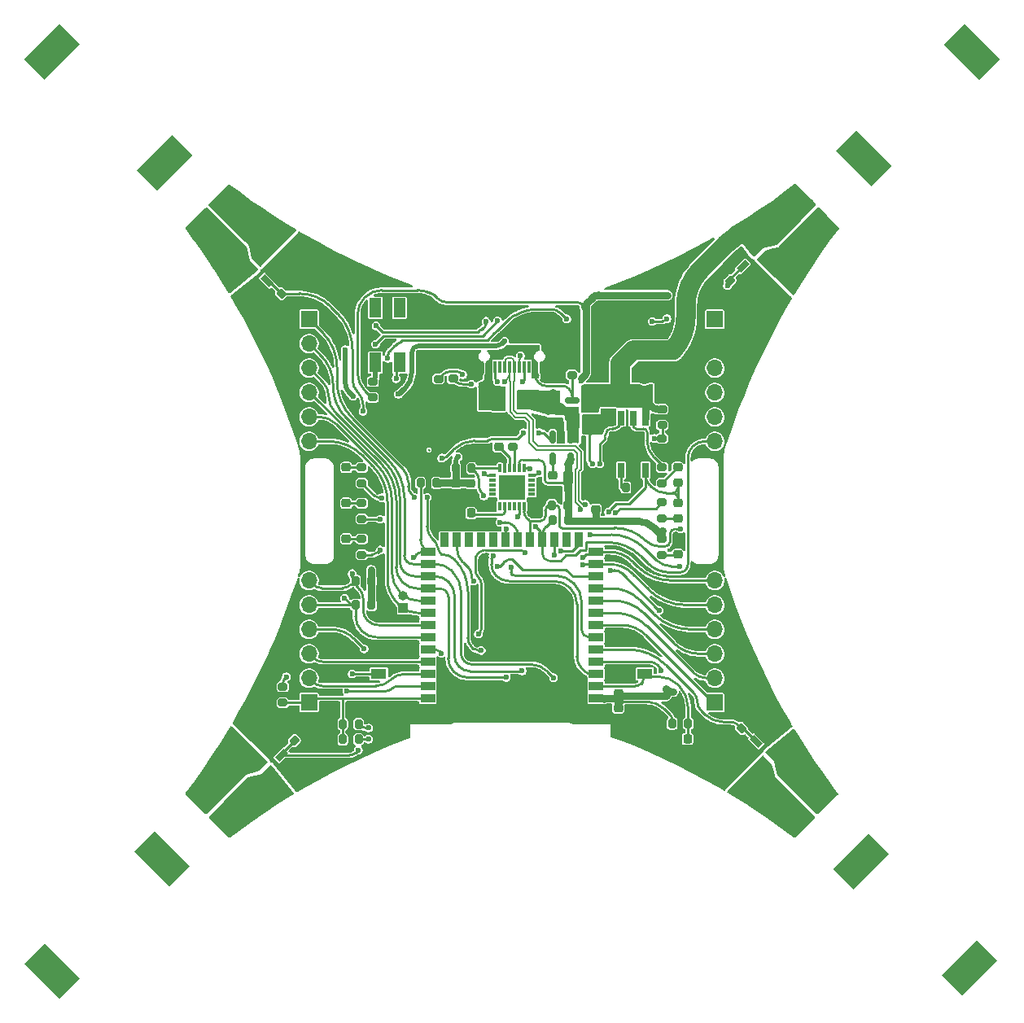
<source format=gbr>
%TF.GenerationSoftware,KiCad,Pcbnew,9.0.0*%
%TF.CreationDate,2025-11-21T14:04:07-05:00*%
%TF.ProjectId,LiteWingV2.5C,4c697465-5769-46e6-9756-322e35432e6b,rev?*%
%TF.SameCoordinates,Original*%
%TF.FileFunction,Copper,L1,Top*%
%TF.FilePolarity,Positive*%
%FSLAX46Y46*%
G04 Gerber Fmt 4.6, Leading zero omitted, Abs format (unit mm)*
G04 Created by KiCad (PCBNEW 9.0.0) date 2025-11-21 14:04:07*
%MOMM*%
%LPD*%
G01*
G04 APERTURE LIST*
G04 Aperture macros list*
%AMRoundRect*
0 Rectangle with rounded corners*
0 $1 Rounding radius*
0 $2 $3 $4 $5 $6 $7 $8 $9 X,Y pos of 4 corners*
0 Add a 4 corners polygon primitive as box body*
4,1,4,$2,$3,$4,$5,$6,$7,$8,$9,$2,$3,0*
0 Add four circle primitives for the rounded corners*
1,1,$1+$1,$2,$3*
1,1,$1+$1,$4,$5*
1,1,$1+$1,$6,$7*
1,1,$1+$1,$8,$9*
0 Add four rect primitives between the rounded corners*
20,1,$1+$1,$2,$3,$4,$5,0*
20,1,$1+$1,$4,$5,$6,$7,0*
20,1,$1+$1,$6,$7,$8,$9,0*
20,1,$1+$1,$8,$9,$2,$3,0*%
%AMRotRect*
0 Rectangle, with rotation*
0 The origin of the aperture is its center*
0 $1 length*
0 $2 width*
0 $3 Rotation angle, in degrees counterclockwise*
0 Add horizontal line*
21,1,$1,$2,0,0,$3*%
G04 Aperture macros list end*
%TA.AperFunction,NonConductor*%
%ADD10C,0.000000*%
%TD*%
%TA.AperFunction,ComponentPad*%
%ADD11R,1.000000X1.000000*%
%TD*%
%TA.AperFunction,ComponentPad*%
%ADD12O,1.000000X1.000000*%
%TD*%
%TA.AperFunction,SMDPad,CuDef*%
%ADD13RoundRect,0.218750X0.256250X-0.218750X0.256250X0.218750X-0.256250X0.218750X-0.256250X-0.218750X0*%
%TD*%
%TA.AperFunction,SMDPad,CuDef*%
%ADD14RoundRect,0.200000X-0.200000X-0.275000X0.200000X-0.275000X0.200000X0.275000X-0.200000X0.275000X0*%
%TD*%
%TA.AperFunction,SMDPad,CuDef*%
%ADD15RoundRect,0.225000X0.225000X0.250000X-0.225000X0.250000X-0.225000X-0.250000X0.225000X-0.250000X0*%
%TD*%
%TA.AperFunction,SMDPad,CuDef*%
%ADD16RoundRect,0.200000X-0.275000X0.200000X-0.275000X-0.200000X0.275000X-0.200000X0.275000X0.200000X0*%
%TD*%
%TA.AperFunction,SMDPad,CuDef*%
%ADD17R,1.600000X1.050000*%
%TD*%
%TA.AperFunction,SMDPad,CuDef*%
%ADD18RoundRect,0.200000X0.275000X-0.200000X0.275000X0.200000X-0.275000X0.200000X-0.275000X-0.200000X0*%
%TD*%
%TA.AperFunction,SMDPad,CuDef*%
%ADD19RoundRect,0.225000X-0.250000X0.225000X-0.250000X-0.225000X0.250000X-0.225000X0.250000X0.225000X0*%
%TD*%
%TA.AperFunction,SMDPad,CuDef*%
%ADD20RoundRect,0.200000X0.200000X0.275000X-0.200000X0.275000X-0.200000X-0.275000X0.200000X-0.275000X0*%
%TD*%
%TA.AperFunction,SMDPad,CuDef*%
%ADD21RotRect,0.600000X1.300000X135.000000*%
%TD*%
%TA.AperFunction,SMDPad,CuDef*%
%ADD22RoundRect,0.218750X-0.256250X0.218750X-0.256250X-0.218750X0.256250X-0.218750X0.256250X0.218750X0*%
%TD*%
%TA.AperFunction,SMDPad,CuDef*%
%ADD23RoundRect,0.200000X-0.335876X-0.053033X-0.053033X-0.335876X0.335876X0.053033X0.053033X0.335876X0*%
%TD*%
%TA.AperFunction,SMDPad,CuDef*%
%ADD24RotRect,0.600000X1.300000X225.000000*%
%TD*%
%TA.AperFunction,ComponentPad*%
%ADD25R,1.700000X1.700000*%
%TD*%
%TA.AperFunction,ComponentPad*%
%ADD26O,1.700000X1.700000*%
%TD*%
%TA.AperFunction,SMDPad,CuDef*%
%ADD27RoundRect,0.250000X1.000000X0.650000X-1.000000X0.650000X-1.000000X-0.650000X1.000000X-0.650000X0*%
%TD*%
%TA.AperFunction,SMDPad,CuDef*%
%ADD28RoundRect,0.200000X0.053033X-0.335876X0.335876X-0.053033X-0.053033X0.335876X-0.335876X0.053033X0*%
%TD*%
%TA.AperFunction,SMDPad,CuDef*%
%ADD29RoundRect,0.250000X0.000000X0.424264X-0.424264X0.000000X0.000000X-0.424264X0.424264X0.000000X0*%
%TD*%
%TA.AperFunction,SMDPad,CuDef*%
%ADD30RoundRect,0.250000X0.424264X0.000000X0.000000X0.424264X-0.424264X0.000000X0.000000X-0.424264X0*%
%TD*%
%TA.AperFunction,SMDPad,CuDef*%
%ADD31RoundRect,0.250000X-0.250000X-0.475000X0.250000X-0.475000X0.250000X0.475000X-0.250000X0.475000X0*%
%TD*%
%TA.AperFunction,SMDPad,CuDef*%
%ADD32R,1.199900X2.000000*%
%TD*%
%TA.AperFunction,SMDPad,CuDef*%
%ADD33RotRect,0.600000X1.300000X315.000000*%
%TD*%
%TA.AperFunction,SMDPad,CuDef*%
%ADD34RotRect,0.600000X1.300000X45.000000*%
%TD*%
%TA.AperFunction,SMDPad,CuDef*%
%ADD35RoundRect,0.225000X-0.225000X-0.250000X0.225000X-0.250000X0.225000X0.250000X-0.225000X0.250000X0*%
%TD*%
%TA.AperFunction,SMDPad,CuDef*%
%ADD36R,0.600000X1.240000*%
%TD*%
%TA.AperFunction,SMDPad,CuDef*%
%ADD37R,0.300000X1.240000*%
%TD*%
%TA.AperFunction,ComponentPad*%
%ADD38O,1.000000X2.100000*%
%TD*%
%TA.AperFunction,ComponentPad*%
%ADD39O,1.000000X1.800000*%
%TD*%
%TA.AperFunction,ComponentPad*%
%ADD40O,1.800000X1.800000*%
%TD*%
%TA.AperFunction,SMDPad,CuDef*%
%ADD41R,1.500000X0.900000*%
%TD*%
%TA.AperFunction,SMDPad,CuDef*%
%ADD42R,0.900000X1.500000*%
%TD*%
%TA.AperFunction,HeatsinkPad*%
%ADD43C,0.600000*%
%TD*%
%TA.AperFunction,SMDPad,CuDef*%
%ADD44R,3.900000X3.900000*%
%TD*%
%TA.AperFunction,SMDPad,CuDef*%
%ADD45RoundRect,0.250000X-0.424264X0.000000X0.000000X-0.424264X0.424264X0.000000X0.000000X0.424264X0*%
%TD*%
%TA.AperFunction,SMDPad,CuDef*%
%ADD46RoundRect,0.225000X-0.017678X0.335876X-0.335876X0.017678X0.017678X-0.335876X0.335876X-0.017678X0*%
%TD*%
%TA.AperFunction,SMDPad,CuDef*%
%ADD47RoundRect,0.225000X-0.335876X-0.017678X-0.017678X-0.335876X0.335876X0.017678X0.017678X0.335876X0*%
%TD*%
%TA.AperFunction,SMDPad,CuDef*%
%ADD48RoundRect,0.225000X0.335876X0.017678X0.017678X0.335876X-0.335876X-0.017678X-0.017678X-0.335876X0*%
%TD*%
%TA.AperFunction,SMDPad,CuDef*%
%ADD49RoundRect,0.200000X0.335876X0.053033X0.053033X0.335876X-0.335876X-0.053033X-0.053033X-0.335876X0*%
%TD*%
%TA.AperFunction,SMDPad,CuDef*%
%ADD50RoundRect,0.150000X-0.150000X0.512500X-0.150000X-0.512500X0.150000X-0.512500X0.150000X0.512500X0*%
%TD*%
%TA.AperFunction,SMDPad,CuDef*%
%ADD51R,0.700000X1.525000*%
%TD*%
%TA.AperFunction,SMDPad,CuDef*%
%ADD52R,3.402000X2.513000*%
%TD*%
%TA.AperFunction,SMDPad,CuDef*%
%ADD53RoundRect,0.225000X0.250000X-0.225000X0.250000X0.225000X-0.250000X0.225000X-0.250000X-0.225000X0*%
%TD*%
%TA.AperFunction,SMDPad,CuDef*%
%ADD54RoundRect,0.225000X0.017678X-0.335876X0.335876X-0.017678X-0.017678X0.335876X-0.335876X0.017678X0*%
%TD*%
%TA.AperFunction,SMDPad,CuDef*%
%ADD55RoundRect,0.250000X0.000000X-0.424264X0.424264X0.000000X0.000000X0.424264X-0.424264X0.000000X0*%
%TD*%
%TA.AperFunction,SMDPad,CuDef*%
%ADD56RoundRect,0.150000X-0.587500X-0.150000X0.587500X-0.150000X0.587500X0.150000X-0.587500X0.150000X0*%
%TD*%
%TA.AperFunction,SMDPad,CuDef*%
%ADD57R,0.800000X0.350000*%
%TD*%
%TA.AperFunction,SMDPad,CuDef*%
%ADD58R,0.350000X0.850000*%
%TD*%
%TA.AperFunction,SMDPad,CuDef*%
%ADD59R,2.700000X2.600000*%
%TD*%
%TA.AperFunction,SMDPad,CuDef*%
%ADD60RoundRect,0.200000X-0.053033X0.335876X-0.335876X0.053033X0.053033X-0.335876X0.335876X-0.053033X0*%
%TD*%
%TA.AperFunction,ViaPad*%
%ADD61C,0.600000*%
%TD*%
%TA.AperFunction,Conductor*%
%ADD62C,0.254000*%
%TD*%
%TA.AperFunction,Conductor*%
%ADD63C,2.032000*%
%TD*%
%TA.AperFunction,Conductor*%
%ADD64C,0.762000*%
%TD*%
%TA.AperFunction,Conductor*%
%ADD65C,0.500000*%
%TD*%
%TA.AperFunction,Conductor*%
%ADD66C,0.508000*%
%TD*%
%TA.AperFunction,Conductor*%
%ADD67C,0.200000*%
%TD*%
G04 APERTURE END LIST*
D10*
%TA.AperFunction,NonConductor*%
G36*
X198100616Y-47144012D02*
G01*
X195983526Y-49269992D01*
X192319576Y-45604772D01*
X194441746Y-43482602D01*
X198100616Y-47144012D01*
G37*
%TD.AperFunction*%
%TA.AperFunction,NonConductor*%
G36*
X197889548Y-140915732D02*
G01*
X194228138Y-144574602D01*
X192102158Y-142457512D01*
X195767378Y-138793562D01*
X197889548Y-140915732D01*
G37*
%TD.AperFunction*%
%TA.AperFunction,NonConductor*%
G36*
X186568019Y-129835626D02*
G01*
X182906609Y-133494496D01*
X180780629Y-131377406D01*
X184445849Y-127713456D01*
X186568019Y-129835626D01*
G37*
%TD.AperFunction*%
%TA.AperFunction,NonConductor*%
G36*
X114158567Y-57176954D02*
G01*
X110493347Y-60840904D01*
X108371177Y-58718734D01*
X112032587Y-55059864D01*
X114158567Y-57176954D01*
G37*
%TD.AperFunction*%
%TA.AperFunction,NonConductor*%
G36*
X113891553Y-131102941D02*
G01*
X111769383Y-133225111D01*
X108110513Y-129563701D01*
X110227603Y-127437721D01*
X113891553Y-131102941D01*
G37*
%TD.AperFunction*%
%TA.AperFunction,NonConductor*%
G36*
X102454826Y-45597850D02*
G01*
X98789606Y-49261800D01*
X96667436Y-47139630D01*
X100328846Y-43480760D01*
X102454826Y-45597850D01*
G37*
%TD.AperFunction*%
%TA.AperFunction,NonConductor*%
G36*
X102468796Y-142757930D02*
G01*
X100346626Y-144880100D01*
X96687756Y-141218690D01*
X98804846Y-139092710D01*
X102468796Y-142757930D01*
G37*
%TD.AperFunction*%
%TA.AperFunction,NonConductor*%
G36*
X186834721Y-58225467D02*
G01*
X184717631Y-60351447D01*
X181053681Y-56686227D01*
X183175851Y-54564057D01*
X186834721Y-58225467D01*
G37*
%TD.AperFunction*%
D11*
%TO.P,J14,1,Pin_1*%
%TO.N,/BUZ2*%
X136061500Y-104255050D03*
D12*
%TO.P,J14,2,Pin_2*%
%TO.N,/BUZ1*%
X136061500Y-103004850D03*
%TD*%
D13*
%TO.P,LED4,1,K*%
%TO.N,GND*%
X130135500Y-91198500D03*
%TO.P,LED4,2,A*%
%TO.N,Net-(LED4-A)*%
X130135500Y-89623500D03*
%TD*%
D14*
%TO.P,R30,1*%
%TO.N,/IO1*%
X129778500Y-116308000D03*
%TO.P,R30,2*%
%TO.N,Net-(J11-Pin_8)*%
X131428500Y-116308000D03*
%TD*%
D15*
%TO.P,C9,1*%
%TO.N,Net-(U7-CPOUT)*%
X143129500Y-94363000D03*
%TO.P,C9,2*%
%TO.N,GND*%
X141579500Y-94363000D03*
%TD*%
D16*
%TO.P,R13,1*%
%TO.N,Net-(LED6-A)*%
X131764500Y-97046000D03*
%TO.P,R13,2*%
%TO.N,/LED_BLUE*%
X131764500Y-98696000D03*
%TD*%
D14*
%TO.P,R19,1*%
%TO.N,/IO0*%
X137877000Y-91224500D03*
%TO.P,R19,2*%
%TO.N,+3V3*%
X139527000Y-91224500D03*
%TD*%
D17*
%TO.P,SW2,1,1*%
%TO.N,GND*%
X133531500Y-115555000D03*
%TO.P,SW2,2,2*%
%TO.N,/IO0*%
X133531500Y-111105000D03*
%TD*%
D18*
%TO.P,R28,1*%
%TO.N,/IO1*%
X123552500Y-114092000D03*
%TO.P,R28,2*%
%TO.N,Net-(J12-Pin_5)*%
X123552500Y-112442000D03*
%TD*%
D19*
%TO.P,C10,1*%
%TO.N,+3V3*%
X143102500Y-91274000D03*
%TO.P,C10,2*%
%TO.N,GND*%
X143102500Y-92824000D03*
%TD*%
D18*
%TO.P,R6,1*%
%TO.N,Net-(LED2-K)*%
X163001500Y-94903547D03*
%TO.P,R6,2*%
%TO.N,Net-(IC1-~{CHRG})*%
X163001500Y-93253547D03*
%TD*%
D20*
%TO.P,R17,1*%
%TO.N,/MPU_INT*%
X143187500Y-89696000D03*
%TO.P,R17,2*%
%TO.N,+3V3*%
X141537500Y-89696000D03*
%TD*%
D13*
%TO.P,LED6,1,K*%
%TO.N,GND*%
X130135500Y-98638500D03*
%TO.P,LED6,2,A*%
%TO.N,Net-(LED6-A)*%
X130135500Y-97063500D03*
%TD*%
D19*
%TO.P,C12,1*%
%TO.N,+3V3*%
X158454500Y-114638000D03*
%TO.P,C12,2*%
%TO.N,GND*%
X158454500Y-116188000D03*
%TD*%
D21*
%TO.P,T1,1,G*%
%TO.N,/MOT_1*%
X171398379Y-68670618D03*
%TO.P,T1,2,S*%
%TO.N,GND*%
X172741882Y-70014121D03*
%TO.P,T1,3,D*%
%TO.N,Net-(D2-A)*%
X173555055Y-67857445D03*
%TD*%
D22*
%TO.P,LED1,1,K*%
%TO.N,GND*%
X164619500Y-97103500D03*
%TO.P,LED1,2,A*%
%TO.N,Net-(LED1-A)*%
X164619500Y-98678500D03*
%TD*%
D23*
%TO.P,R24,1*%
%TO.N,GND*%
X123584531Y-116875029D03*
%TO.P,R24,2*%
%TO.N,/MOT_3*%
X124751257Y-118041755D03*
%TD*%
D24*
%TO.P,T4,1,G*%
%TO.N,/MOT_4*%
X121885211Y-70192214D03*
%TO.P,T4,2,S*%
%TO.N,GND*%
X123228714Y-68848711D03*
%TO.P,T4,3,D*%
%TO.N,Net-(D5-A)*%
X121072038Y-68035538D03*
%TD*%
D18*
%TO.P,R2,1*%
%TO.N,Net-(J1-CC1)*%
X141257500Y-80400000D03*
%TO.P,R2,2*%
%TO.N,GND*%
X141257500Y-78750000D03*
%TD*%
D25*
%TO.P,J5,1,Pin_1*%
%TO.N,/IO1*%
X126276500Y-114084000D03*
D26*
%TO.P,J5,2,Pin_2*%
%TO.N,/TX*%
X126276500Y-111544000D03*
%TO.P,J5,3,Pin_3*%
%TO.N,/RX*%
X126276500Y-109004000D03*
%TO.P,J5,4,Pin_4*%
%TO.N,/IO48*%
X126276500Y-106464000D03*
%TO.P,J5,5,Pin_5*%
%TO.N,/SCL1*%
X126276500Y-103924000D03*
%TO.P,J5,6,Pin_6*%
%TO.N,/SDA1*%
X126276500Y-101384000D03*
%TD*%
D13*
%TO.P,LED5,1,K*%
%TO.N,GND*%
X130135500Y-94918500D03*
%TO.P,LED5,2,A*%
%TO.N,Net-(LED5-A)*%
X130135500Y-93343500D03*
%TD*%
D20*
%TO.P,R5,1*%
%TO.N,Net-(IC1-PROG)*%
X159225000Y-91700000D03*
%TO.P,R5,2*%
%TO.N,GND*%
X157575000Y-91700000D03*
%TD*%
D14*
%TO.P,R29,1*%
%TO.N,/IO1*%
X129778500Y-117889000D03*
%TO.P,R29,2*%
%TO.N,Net-(J11-Pin_7)*%
X131428500Y-117889000D03*
%TD*%
D25*
%TO.P,J3,1,Pin_1*%
%TO.N,/IO15*%
X168477500Y-114084000D03*
D26*
%TO.P,J3,2,Pin_2*%
%TO.N,/IO16*%
X168477500Y-111544000D03*
%TO.P,J3,3,Pin_3*%
%TO.N,/IO17*%
X168477500Y-109004000D03*
%TO.P,J3,4,Pin_4*%
%TO.N,/IO18*%
X168477500Y-106464000D03*
%TO.P,J3,5,Pin_5*%
%TO.N,/USB D-*%
X168477500Y-103924000D03*
%TO.P,J3,6,Pin_6*%
%TO.N,/USB D+*%
X168477500Y-101384000D03*
%TD*%
D16*
%TO.P,R11,1*%
%TO.N,Net-(LED4-A)*%
X131763500Y-89606000D03*
%TO.P,R11,2*%
%TO.N,/LED_GREEN*%
X131763500Y-91256000D03*
%TD*%
D27*
%TO.P,D1,1,K*%
%TO.N,VBUS*%
X149293001Y-82576000D03*
%TO.P,D1,2,A*%
%TO.N,+5V*%
X145292999Y-82576000D03*
%TD*%
D28*
%TO.P,R23,1*%
%TO.N,GND*%
X170109228Y-117948454D03*
%TO.P,R23,2*%
%TO.N,/MOT_2*%
X171275954Y-116781728D03*
%TD*%
D29*
%TO.P,D3,1,K*%
%TO.N,+BATT*%
X177619668Y-122344090D03*
%TO.P,D3,2,A*%
%TO.N,Net-(D3-A)*%
X175639770Y-124323988D03*
%TD*%
D25*
%TO.P,J4,1,Pin_1*%
%TO.N,VBUS*%
X168477500Y-74204000D03*
D26*
%TO.P,J4,2,Pin_2*%
%TO.N,GND*%
X168477500Y-76744000D03*
%TO.P,J4,3,Pin_3*%
%TO.N,+3V3*%
X168477500Y-79284000D03*
%TO.P,J4,4,Pin_4*%
%TO.N,/IO13*%
X168477500Y-81824000D03*
%TO.P,J4,5,Pin_5*%
%TO.N,/SDA*%
X168477500Y-84364000D03*
%TO.P,J4,6,Pin_6*%
%TO.N,/SCL*%
X168477500Y-86904000D03*
%TD*%
D25*
%TO.P,J6,1,Pin_1*%
%TO.N,/CS*%
X126276500Y-74204000D03*
D26*
%TO.P,J6,2,Pin_2*%
%TO.N,/MOSI*%
X126276500Y-76744000D03*
%TO.P,J6,3,Pin_3*%
%TO.N,/CLK*%
X126276500Y-79284000D03*
%TO.P,J6,4,Pin_4*%
%TO.N,/MISO*%
X126276500Y-81824000D03*
%TO.P,J6,5,Pin_5*%
%TO.N,/BUZ1*%
X126276500Y-84364000D03*
%TO.P,J6,6,Pin_6*%
%TO.N,/BUZ2*%
X126276500Y-86904000D03*
%TD*%
D30*
%TO.P,D4,1,K*%
%TO.N,+BATT*%
X119188895Y-124385469D03*
%TO.P,D4,2,A*%
%TO.N,Net-(D4-A)*%
X117208997Y-122405571D03*
%TD*%
D31*
%TO.P,C3,1*%
%TO.N,+3V3*%
X153194501Y-90686000D03*
%TO.P,C3,2*%
%TO.N,GND*%
X155094499Y-90686000D03*
%TD*%
D16*
%TO.P,R27,1*%
%TO.N,/ADC_BAT*%
X163000500Y-86589000D03*
%TO.P,R27,2*%
%TO.N,GND*%
X163000500Y-88239000D03*
%TD*%
D19*
%TO.P,C1,1*%
%TO.N,VBUS*%
X151600000Y-83280000D03*
%TO.P,C1,2*%
%TO.N,GND*%
X151600000Y-84830000D03*
%TD*%
D32*
%TO.P,SW1,1,1*%
%TO.N,GND*%
X138178500Y-78704000D03*
%TO.P,SW1,2,2*%
%TO.N,LDO_EN*%
X135678600Y-78704000D03*
%TO.P,SW1,3,3*%
%TO.N,/LDO_H*%
X133178700Y-78704000D03*
%TO.P,SW1,4,4*%
%TO.N,GND*%
X138178500Y-73004000D03*
%TO.P,SW1,5,5*%
%TO.N,unconnected-(SW1-Pad5)*%
X135678600Y-73004200D03*
%TO.P,SW1,6,6*%
%TO.N,unconnected-(SW1-Pad6)*%
X133178700Y-73004000D03*
%TD*%
D16*
%TO.P,R26,1*%
%TO.N,+BATT*%
X163011500Y-83563000D03*
%TO.P,R26,2*%
%TO.N,/ADC_BAT*%
X163011500Y-85213000D03*
%TD*%
D13*
%TO.P,LED2,1,K*%
%TO.N,Net-(LED2-K)*%
X164619500Y-94886048D03*
%TO.P,LED2,2,A*%
%TO.N,+5V*%
X164619500Y-93311046D03*
%TD*%
D33*
%TO.P,T3,1,G*%
%TO.N,/MOT_3*%
X123409199Y-119560590D03*
%TO.P,T3,2,S*%
%TO.N,GND*%
X122065696Y-118217087D03*
%TO.P,T3,3,D*%
%TO.N,Net-(D4-A)*%
X121252523Y-120373763D03*
%TD*%
D34*
%TO.P,T2,1,G*%
%TO.N,/MOT_2*%
X172794789Y-118123786D03*
%TO.P,T2,2,S*%
%TO.N,GND*%
X171451286Y-119467289D03*
%TO.P,T2,3,D*%
%TO.N,Net-(D3-A)*%
X173607962Y-120280462D03*
%TD*%
D35*
%TO.P,C5,1*%
%TO.N,+BATT*%
X161498500Y-82107000D03*
%TO.P,C5,2*%
%TO.N,GND*%
X163048500Y-82107000D03*
%TD*%
D36*
%TO.P,J1,A1,GND*%
%TO.N,GND*%
X150577500Y-79184000D03*
%TO.P,J1,A4,VBUS*%
%TO.N,+5V*%
X149777500Y-79184000D03*
D37*
%TO.P,J1,A5,CC1*%
%TO.N,Net-(J1-CC1)*%
X148627500Y-79184000D03*
%TO.P,J1,A6,D+*%
%TO.N,/USB D+*%
X147627500Y-79184000D03*
%TO.P,J1,A7,D-*%
%TO.N,/USB D-*%
X147127500Y-79184000D03*
%TO.P,J1,A8,SBU1*%
%TO.N,unconnected-(J1-SBU1-PadA8)*%
X146127500Y-79184000D03*
D36*
%TO.P,J1,A9,VBUS*%
%TO.N,+5V*%
X144977500Y-79184000D03*
%TO.P,J1,A12,GND*%
%TO.N,GND*%
X144177500Y-79184000D03*
%TO.P,J1,B1,GND*%
X144177500Y-79184000D03*
%TO.P,J1,B4,VBUS*%
%TO.N,+5V*%
X144977500Y-79184000D03*
D37*
%TO.P,J1,B5,CC2*%
%TO.N,Net-(J1-CC2)*%
X145627500Y-79184000D03*
%TO.P,J1,B6,D+*%
%TO.N,/USB D+*%
X146627500Y-79184000D03*
%TO.P,J1,B7,D-*%
%TO.N,/USB D-*%
X148127500Y-79184000D03*
%TO.P,J1,B8,SBU2*%
%TO.N,unconnected-(J1-SBU2-PadB8)*%
X149127500Y-79184000D03*
D36*
%TO.P,J1,B9,VBUS*%
%TO.N,+5V*%
X149777500Y-79184000D03*
%TO.P,J1,B12,GND*%
%TO.N,GND*%
X150577500Y-79184000D03*
D38*
%TO.P,J1,S1,SHIELD*%
X151697500Y-78584000D03*
D39*
X151697500Y-74384000D03*
D38*
X143057500Y-78584000D03*
D39*
X143057500Y-74384000D03*
%TD*%
D15*
%TO.P,C14,1*%
%TO.N,/EN*%
X165653500Y-117863000D03*
%TO.P,C14,2*%
%TO.N,GND*%
X164103500Y-117863000D03*
%TD*%
D40*
%TO.P,J2,1,Pin_1*%
%TO.N,GND*%
X161158501Y-80045600D03*
%TO.P,J2,2,Pin_2*%
%TO.N,+BATT*%
X158656499Y-80045600D03*
%TD*%
D41*
%TO.P,U8,1,GND*%
%TO.N,GND*%
X156127500Y-114914000D03*
%TO.P,U8,2,3V3*%
%TO.N,+3V3*%
X156127500Y-113644000D03*
%TO.P,U8,3,EN*%
%TO.N,/EN*%
X156127500Y-112374000D03*
%TO.P,U8,4,IO4*%
%TO.N,/MOT_4*%
X156127500Y-111104000D03*
%TO.P,U8,5,IO5*%
%TO.N,/MOT_1*%
X156127500Y-109834000D03*
%TO.P,U8,6,IO6*%
%TO.N,/MOT_2*%
X156127500Y-108564000D03*
%TO.P,U8,7,IO7*%
%TO.N,/LED_BLUE*%
X156127500Y-107294000D03*
%TO.P,U8,8,IO15*%
%TO.N,/IO15*%
X156127500Y-106024000D03*
%TO.P,U8,9,IO16*%
%TO.N,/IO16*%
X156127500Y-104754000D03*
%TO.P,U8,10,IO17*%
%TO.N,/IO17*%
X156127500Y-103484000D03*
%TO.P,U8,11,IO18*%
%TO.N,/IO18*%
X156127500Y-102214000D03*
%TO.P,U8,12,IO8*%
%TO.N,/LED_RED*%
X156127500Y-100944000D03*
%TO.P,U8,13,IO19*%
%TO.N,/USB D-*%
X156127500Y-99674000D03*
%TO.P,U8,14,IO20*%
%TO.N,/USB D+*%
X156127500Y-98404000D03*
D42*
%TO.P,U8,15,IO3*%
%TO.N,/MOT_3*%
X154362500Y-97154000D03*
%TO.P,U8,16,IO46*%
%TO.N,unconnected-(U8-IO46-Pad16)*%
X153092500Y-97154000D03*
%TO.P,U8,17,IO9*%
%TO.N,/LED_GREEN*%
X151822500Y-97154000D03*
%TO.P,U8,18,IO10*%
%TO.N,/SCL*%
X150552500Y-97154000D03*
%TO.P,U8,19,IO11*%
%TO.N,/SDA*%
X149282500Y-97154000D03*
%TO.P,U8,20,IO12*%
%TO.N,/MPU_INT*%
X148012500Y-97154000D03*
%TO.P,U8,21,IO13*%
%TO.N,/IO13*%
X146742500Y-97154000D03*
%TO.P,U8,22,IO14*%
%TO.N,/IO14*%
X145472500Y-97154000D03*
%TO.P,U8,23,IO21*%
%TO.N,/IO21*%
X144202500Y-97154000D03*
%TO.P,U8,24,IO47*%
%TO.N,unconnected-(U8-IO47-Pad24)*%
X142932500Y-97154000D03*
%TO.P,U8,25,IO48*%
%TO.N,/IO48*%
X141662500Y-97154000D03*
%TO.P,U8,26,IO45*%
%TO.N,unconnected-(U8-IO45-Pad26)*%
X140392500Y-97154000D03*
D41*
%TO.P,U8,27,IO0*%
%TO.N,/IO0*%
X138627500Y-98404000D03*
%TO.P,U8,28,IO35*%
%TO.N,/MOSI*%
X138627500Y-99674000D03*
%TO.P,U8,29,IO36*%
%TO.N,/CLK*%
X138627500Y-100944000D03*
%TO.P,U8,30,IO37*%
%TO.N,/MISO*%
X138627500Y-102214000D03*
%TO.P,U8,31,IO38*%
%TO.N,/BUZ1*%
X138627500Y-103484000D03*
%TO.P,U8,32,IO39*%
%TO.N,/BUZ2*%
X138627500Y-104754000D03*
%TO.P,U8,33,IO40*%
%TO.N,/SDA1*%
X138627500Y-106024000D03*
%TO.P,U8,34,IO41*%
%TO.N,/SCL1*%
X138627500Y-107294000D03*
%TO.P,U8,35,IO42*%
%TO.N,/CS*%
X138627500Y-108564000D03*
%TO.P,U8,36,RXD0*%
%TO.N,/RX*%
X138627500Y-109834000D03*
%TO.P,U8,37,TXD0*%
%TO.N,/TX*%
X138627500Y-111104000D03*
%TO.P,U8,38,IO2*%
%TO.N,/ADC_BAT*%
X138627500Y-112374000D03*
%TO.P,U8,39,IO1*%
%TO.N,/IO1*%
X138627500Y-113644000D03*
%TO.P,U8,40,GND*%
%TO.N,GND*%
X138627500Y-114914000D03*
D43*
%TO.P,U8,41,GND*%
X150277500Y-107894000D03*
X150277500Y-106494000D03*
X149577500Y-108594000D03*
X149577500Y-107194000D03*
X149577500Y-105794000D03*
X148877500Y-107894000D03*
D44*
X148877500Y-107194000D03*
D43*
X148877500Y-106494000D03*
X148177500Y-108594000D03*
X148177500Y-107194000D03*
X148177500Y-105794000D03*
X147477500Y-107894000D03*
X147477500Y-106494000D03*
%TD*%
D45*
%TO.P,D2,1,K*%
%TO.N,+BATT*%
X175618683Y-63845739D03*
%TO.P,D2,2,A*%
%TO.N,Net-(D2-A)*%
X177598581Y-65825637D03*
%TD*%
D18*
%TO.P,R4,1*%
%TO.N,Net-(LED1-A)*%
X163001500Y-98696000D03*
%TO.P,R4,2*%
%TO.N,+3V3*%
X163001500Y-97046000D03*
%TD*%
%TO.P,R1,1*%
%TO.N,Net-(J1-CC2)*%
X139726500Y-80404000D03*
%TO.P,R1,2*%
%TO.N,GND*%
X139726500Y-78754000D03*
%TD*%
D46*
%TO.P,C16,1*%
%TO.N,+BATT*%
X175586415Y-121162899D03*
%TO.P,C16,2*%
%TO.N,Net-(D3-A)*%
X174490399Y-122258915D03*
%TD*%
D22*
%TO.P,LED3,1,K*%
%TO.N,Net-(LED3-K)*%
X164619500Y-89623499D03*
%TO.P,LED3,2,A*%
%TO.N,+5V*%
X164619500Y-91198501D03*
%TD*%
D47*
%TO.P,C15,1*%
%TO.N,+BATT*%
X174437492Y-65878992D03*
%TO.P,C15,2*%
%TO.N,Net-(D2-A)*%
X175533508Y-66975008D03*
%TD*%
D18*
%TO.P,R7,1*%
%TO.N,Net-(LED3-K)*%
X163001500Y-91256000D03*
%TO.P,R7,2*%
%TO.N,Net-(IC1-~{STDBY})*%
X163001500Y-89606000D03*
%TD*%
D48*
%TO.P,C17,1*%
%TO.N,+BATT*%
X120370086Y-122352216D03*
%TO.P,C17,2*%
%TO.N,Net-(D4-A)*%
X119274070Y-121256200D03*
%TD*%
D18*
%TO.P,R3,1*%
%TO.N,+5V*%
X153624500Y-79987000D03*
%TO.P,R3,2*%
%TO.N,GND*%
X153624500Y-78337000D03*
%TD*%
D49*
%TO.P,R22,1*%
%TO.N,GND*%
X171223047Y-71356179D03*
%TO.P,R22,2*%
%TO.N,/MOT_1*%
X170056321Y-70189453D03*
%TD*%
D50*
%TO.P,U2,1,IN*%
%TO.N,VBUS*%
X153522999Y-86450500D03*
%TO.P,U2,2,GND*%
%TO.N,GND*%
X152573000Y-86450500D03*
%TO.P,U2,3,EN*%
%TO.N,LDO_EN*%
X151623001Y-86450500D03*
%TO.P,U2,4,BP*%
%TO.N,Net-(U2-BP)*%
X151623001Y-88725500D03*
%TO.P,U2,5,OUT*%
%TO.N,+3V3*%
X153522999Y-88725500D03*
%TD*%
D14*
%TO.P,R20,1*%
%TO.N,/SDA1*%
X131109500Y-101408000D03*
%TO.P,R20,2*%
%TO.N,+3V3*%
X132759500Y-101408000D03*
%TD*%
%TO.P,R16,1*%
%TO.N,/SCL*%
X151600500Y-95101000D03*
%TO.P,R16,2*%
%TO.N,+3V3*%
X153250500Y-95101000D03*
%TD*%
D51*
%TO.P,IC1,1,TEMP*%
%TO.N,GND*%
X157464500Y-89899000D03*
%TO.P,IC1,2,PROG*%
%TO.N,Net-(IC1-PROG)*%
X158734500Y-89899000D03*
%TO.P,IC1,3,GND*%
%TO.N,GND*%
X160004500Y-89899000D03*
%TO.P,IC1,4,VCC*%
%TO.N,+5V*%
X161274500Y-89899000D03*
%TO.P,IC1,5,BAT*%
%TO.N,+BATT*%
X161274500Y-84475000D03*
%TO.P,IC1,6,~{STDBY}*%
%TO.N,Net-(IC1-~{STDBY})*%
X160004500Y-84475000D03*
%TO.P,IC1,7,~{CHRG}*%
%TO.N,Net-(IC1-~{CHRG})*%
X158734500Y-84475000D03*
%TO.P,IC1,8,CE*%
%TO.N,+5V*%
X157464500Y-84475000D03*
D52*
%TO.P,IC1,9,EP*%
%TO.N,GND*%
X159369500Y-87187000D03*
%TD*%
D53*
%TO.P,C8,1*%
%TO.N,Net-(U7-REGOUT)*%
X146000000Y-87455000D03*
%TO.P,C8,2*%
%TO.N,GND*%
X146000000Y-85905000D03*
%TD*%
D54*
%TO.P,C18,1*%
%TO.N,+BATT*%
X119093585Y-67153101D03*
%TO.P,C18,2*%
%TO.N,Net-(D5-A)*%
X120189601Y-66057085D03*
%TD*%
D16*
%TO.P,R12,1*%
%TO.N,Net-(LED5-A)*%
X131764500Y-93326000D03*
%TO.P,R12,2*%
%TO.N,/LED_RED*%
X131764500Y-94976000D03*
%TD*%
D55*
%TO.P,D5,1,K*%
%TO.N,+BATT*%
X117060332Y-65971910D03*
%TO.P,D5,2,A*%
%TO.N,Net-(D5-A)*%
X119040230Y-63992012D03*
%TD*%
D16*
%TO.P,R15,1*%
%TO.N,GND*%
X147500000Y-85839000D03*
%TO.P,R15,2*%
%TO.N,Net-(U7-AD0)*%
X147500000Y-87489000D03*
%TD*%
D14*
%TO.P,R14,1*%
%TO.N,/SDA*%
X151524500Y-93535000D03*
%TO.P,R14,2*%
%TO.N,+3V3*%
X153174500Y-93535000D03*
%TD*%
D56*
%TO.P,U1,1,G*%
%TO.N,+5V*%
X153618499Y-82620000D03*
%TO.P,U1,2,S*%
%TO.N,VBUS*%
X153618499Y-84520000D03*
%TO.P,U1,3,D*%
%TO.N,+BATT*%
X155493500Y-83570000D03*
%TD*%
D19*
%TO.P,C11,1*%
%TO.N,+3V3*%
X141579500Y-91274000D03*
%TO.P,C11,2*%
%TO.N,GND*%
X141579500Y-92824000D03*
%TD*%
D53*
%TO.P,C4,1*%
%TO.N,+3V3*%
X156100000Y-93975000D03*
%TO.P,C4,2*%
%TO.N,GND*%
X156100000Y-92425000D03*
%TD*%
D18*
%TO.P,R8,1*%
%TO.N,VBUS*%
X132901500Y-82344000D03*
%TO.P,R8,2*%
%TO.N,/LDO_H*%
X132901500Y-80694000D03*
%TD*%
D17*
%TO.P,SW3,1,1*%
%TO.N,GND*%
X161171500Y-115555000D03*
%TO.P,SW3,2,2*%
%TO.N,/EN*%
X161171500Y-111105000D03*
%TD*%
D53*
%TO.P,C13,1*%
%TO.N,+3V3*%
X158461500Y-113149000D03*
%TO.P,C13,2*%
%TO.N,GND*%
X158461500Y-111599000D03*
%TD*%
D19*
%TO.P,C2,1*%
%TO.N,Net-(U2-BP)*%
X151599500Y-90461000D03*
%TO.P,C2,2*%
%TO.N,GND*%
X151599500Y-92011000D03*
%TD*%
D57*
%TO.P,U7,1,CLKIN*%
%TO.N,GND*%
X149377500Y-92924000D03*
%TO.P,U7,2,NC_1*%
%TO.N,unconnected-(U7-NC_1-Pad2)*%
X149377500Y-92424000D03*
%TO.P,U7,3,NC_2*%
%TO.N,unconnected-(U7-NC_2-Pad3)*%
X149377500Y-91924000D03*
%TO.P,U7,4,NC_3*%
%TO.N,unconnected-(U7-NC_3-Pad4)*%
X149377500Y-91424000D03*
%TO.P,U7,5,NC_4*%
%TO.N,unconnected-(U7-NC_4-Pad5)*%
X149377500Y-90924000D03*
%TO.P,U7,6,AUX_DA*%
%TO.N,/AUXSDA*%
X149377500Y-90424000D03*
D58*
%TO.P,U7,7,AUX_CL*%
%TO.N,/AUXSCL*%
X148627500Y-89699000D03*
%TO.P,U7,8,VLOGIC*%
%TO.N,+3V3*%
X148127500Y-89699000D03*
%TO.P,U7,9,AD0*%
%TO.N,Net-(U7-AD0)*%
X147627500Y-89699000D03*
%TO.P,U7,10,REGOUT*%
%TO.N,Net-(U7-REGOUT)*%
X147127500Y-89699000D03*
%TO.P,U7,11,FSYNC*%
%TO.N,GND*%
X146627500Y-89699000D03*
%TO.P,U7,12,INT*%
%TO.N,/MPU_INT*%
X146127500Y-89699000D03*
D57*
%TO.P,U7,13,VDD*%
%TO.N,+3V3*%
X145377500Y-90424000D03*
%TO.P,U7,14,NC_5*%
%TO.N,unconnected-(U7-NC_5-Pad14)*%
X145377500Y-90924000D03*
%TO.P,U7,15,NC_6*%
%TO.N,unconnected-(U7-NC_6-Pad15)*%
X145377500Y-91424000D03*
%TO.P,U7,16,NC_7*%
%TO.N,unconnected-(U7-NC_7-Pad16)*%
X145377500Y-91924000D03*
%TO.P,U7,17,NC_8*%
%TO.N,unconnected-(U7-NC_8-Pad17)*%
X145377500Y-92424000D03*
%TO.P,U7,18,GND*%
%TO.N,GND*%
X145377500Y-92924000D03*
D58*
%TO.P,U7,19,RESV_1*%
%TO.N,unconnected-(U7-RESV_1-Pad19)*%
X146127500Y-93649000D03*
%TO.P,U7,20,CPOUT*%
%TO.N,Net-(U7-CPOUT)*%
X146627500Y-93649000D03*
%TO.P,U7,21,RESV_2*%
%TO.N,unconnected-(U7-RESV_2-Pad21)*%
X147127500Y-93649000D03*
%TO.P,U7,22,RESV_3*%
%TO.N,unconnected-(U7-RESV_3-Pad22)*%
X147627500Y-93649000D03*
%TO.P,U7,23,SCL*%
%TO.N,/SCL*%
X148127500Y-93649000D03*
%TO.P,U7,24,SDA*%
%TO.N,/SDA*%
X148627500Y-93649000D03*
D59*
%TO.P,U7,25,EP*%
%TO.N,unconnected-(U7-EP-Pad25)*%
X147377500Y-91674000D03*
%TD*%
D60*
%TO.P,R25,1*%
%TO.N,GND*%
X124570772Y-70367546D03*
%TO.P,R25,2*%
%TO.N,/MOT_4*%
X123404046Y-71534272D03*
%TD*%
D20*
%TO.P,R18,1*%
%TO.N,/EN*%
X165703500Y-116273000D03*
%TO.P,R18,2*%
%TO.N,+3V3*%
X164053500Y-116273000D03*
%TD*%
D14*
%TO.P,R21,1*%
%TO.N,/SCL1*%
X131109500Y-103918000D03*
%TO.P,R21,2*%
%TO.N,+3V3*%
X132759500Y-103918000D03*
%TD*%
D61*
%TO.N,GND*%
X134421500Y-114545000D03*
X172859244Y-76483678D03*
X124599244Y-79023678D03*
X166114500Y-100607000D03*
X157448500Y-111143000D03*
X155084500Y-90731000D03*
X160256500Y-70412000D03*
X149999244Y-114583678D03*
X126112500Y-66408000D03*
X150250000Y-85000000D03*
X164843500Y-114642000D03*
X163596500Y-70127000D03*
X125063500Y-67835000D03*
X156693500Y-78656000D03*
X157000000Y-93250000D03*
X127714500Y-100731000D03*
X131344500Y-109089000D03*
X143633500Y-114583678D03*
X139463500Y-83559000D03*
X134665500Y-115143000D03*
X132091500Y-73213000D03*
X124328500Y-67205000D03*
X139912500Y-92694000D03*
X136519500Y-105318000D03*
X167167500Y-87897000D03*
X132083500Y-74957000D03*
X129090500Y-111582000D03*
X161995500Y-73317000D03*
X167214500Y-85840000D03*
X155114500Y-91633000D03*
X123074500Y-73994000D03*
X147000000Y-85000000D03*
X128517500Y-100698000D03*
X133691500Y-99181000D03*
X139912500Y-93443000D03*
X136844500Y-87320000D03*
X141892500Y-74567000D03*
X152539244Y-109503678D03*
X137769500Y-80498000D03*
X124599244Y-104423678D03*
X127624500Y-87931000D03*
X172859244Y-114583678D03*
X157000000Y-92500000D03*
X150080500Y-94459000D03*
X162537500Y-70555000D03*
X157403500Y-73337000D03*
X141042500Y-85236000D03*
X128367500Y-108025000D03*
X172859244Y-112043678D03*
X150319500Y-91692000D03*
X128488500Y-87949000D03*
X130875500Y-102663000D03*
X138517500Y-80474000D03*
X160159244Y-117123678D03*
X124599244Y-81563678D03*
X153700500Y-79050000D03*
X170319244Y-109503678D03*
X166889500Y-100607000D03*
X168775500Y-70958000D03*
X120815500Y-74056000D03*
X144292500Y-95527000D03*
X132112500Y-75786000D03*
X131821500Y-84558000D03*
X122059244Y-76483678D03*
X125587500Y-67205000D03*
X121898500Y-74025000D03*
X168180500Y-72000000D03*
X164864500Y-115360000D03*
X168161500Y-70647000D03*
X164410500Y-69760000D03*
X170319244Y-106963678D03*
X132755500Y-90909000D03*
X161498500Y-69984000D03*
X144919244Y-114583678D03*
X155134500Y-92443000D03*
X132743500Y-90242000D03*
X122059244Y-114583678D03*
X168794500Y-72390000D03*
X166967500Y-75158000D03*
X168161500Y-71330000D03*
X143048500Y-92838000D03*
X148500000Y-85000000D03*
X146000000Y-84928000D03*
X129921500Y-111619000D03*
X150395500Y-92368000D03*
X133679500Y-96025000D03*
X170319244Y-112043678D03*
X124599244Y-76483678D03*
X124599244Y-106963678D03*
X172859244Y-73943678D03*
X143363500Y-87614000D03*
X125420500Y-65925000D03*
X164843500Y-113945000D03*
X149470500Y-94481000D03*
X133704500Y-96958000D03*
X133766500Y-100852000D03*
X170319244Y-79023678D03*
X136530217Y-87945484D03*
X163750000Y-81000000D03*
X150215500Y-93704000D03*
X156162500Y-90747000D03*
X157702500Y-110474000D03*
X132097500Y-76687000D03*
X135173500Y-114423000D03*
X152539244Y-106963678D03*
X170319244Y-114583678D03*
X168794500Y-71646000D03*
X136183500Y-87301000D03*
X135815500Y-87890000D03*
X156535500Y-73337000D03*
X144613500Y-88370000D03*
X145401500Y-93703000D03*
X135411500Y-87301000D03*
X152701500Y-78527000D03*
X130913500Y-83613000D03*
X145000000Y-101250000D03*
X168180500Y-72688000D03*
X157619244Y-106963678D03*
X123824500Y-67751000D03*
X128979500Y-107518000D03*
X156146500Y-91382000D03*
X135806500Y-105335000D03*
X128494655Y-101397629D03*
X164736500Y-68579000D03*
X124599244Y-84103678D03*
X156049500Y-78656000D03*
X133728500Y-100064000D03*
X170319244Y-76483678D03*
X172859244Y-71403678D03*
X127714500Y-101412000D03*
X156774500Y-91000000D03*
X122059244Y-112043678D03*
X164954500Y-97715000D03*
X124475500Y-68339000D03*
X164750000Y-79000000D03*
X170319244Y-81563678D03*
X140052500Y-90337000D03*
X144515500Y-84247000D03*
X149383500Y-93805000D03*
X129830500Y-110719000D03*
X143982500Y-88060000D03*
X124853500Y-66555000D03*
X163860500Y-69068000D03*
%TO.N,VBUS*%
X163534500Y-71695000D03*
X151581000Y-81781500D03*
X154550500Y-80600000D03*
%TO.N,+3V3*%
X157883500Y-113675000D03*
X130842500Y-82210000D03*
X144512500Y-90265700D03*
X153194501Y-90686000D03*
X132759500Y-102554000D03*
X163047500Y-96898000D03*
X163393500Y-112660000D03*
X164168500Y-112930465D03*
X156929500Y-113696000D03*
X139812500Y-91251000D03*
X163046500Y-96202000D03*
X153147500Y-91661000D03*
X135573500Y-82010000D03*
X132731500Y-100290000D03*
X146624500Y-76484000D03*
X141781782Y-88528718D03*
X163438500Y-113405000D03*
X130045500Y-77363000D03*
%TO.N,+BATT*%
X175269083Y-65315326D03*
X119945535Y-122651069D03*
X177042452Y-122775582D03*
X157857500Y-82130000D03*
X120032500Y-69232000D03*
X114095401Y-64610951D03*
X170750217Y-64924005D03*
X179246500Y-124907000D03*
X156001500Y-82790000D03*
X159647500Y-82137000D03*
X172963318Y-63498477D03*
X175361056Y-120342931D03*
X117764578Y-65600297D03*
X121376500Y-122190000D03*
X156994500Y-82151000D03*
X179785020Y-122344814D03*
X176719862Y-60845046D03*
X178900542Y-121092633D03*
X174581639Y-119134740D03*
X173974157Y-66017006D03*
X122496166Y-121669735D03*
X157845500Y-81506000D03*
X156046500Y-82151000D03*
X178016065Y-119840452D03*
X176341120Y-64219428D03*
X175946553Y-121703545D03*
X156957500Y-81506000D03*
X117466366Y-69604479D03*
X115697411Y-67100116D03*
X122747044Y-124200568D03*
X177392968Y-61187864D03*
X116668679Y-64528260D03*
X116581889Y-68352297D03*
X157857500Y-82776000D03*
X172692771Y-67040399D03*
X117801460Y-124842865D03*
X175467681Y-61729523D03*
X114812934Y-65847935D03*
X118860477Y-66672334D03*
X156981500Y-82790000D03*
X171713837Y-66116353D03*
X156039500Y-81476000D03*
X176195501Y-117707534D03*
X178470711Y-62013611D03*
X119383403Y-68068325D03*
X180669500Y-123597000D03*
X118376500Y-70672000D03*
X120242681Y-125969522D03*
X117768541Y-127406480D03*
X159662500Y-82790000D03*
X118873498Y-123746967D03*
X158815500Y-82761000D03*
X123999225Y-123316091D03*
X178139303Y-123846636D03*
X180084079Y-124281244D03*
X177410346Y-63120808D03*
X158805500Y-82130000D03*
X117111882Y-126736766D03*
X116740123Y-125949121D03*
X115561478Y-63467889D03*
X123450832Y-122550069D03*
%TO.N,/USB D+*%
X154750000Y-99000000D03*
X155032843Y-93467157D03*
%TO.N,Net-(D2-A)*%
X175809135Y-67331354D03*
X176348290Y-70884819D03*
X178061500Y-64643000D03*
X177998500Y-67990000D03*
X180339500Y-65135000D03*
X179834033Y-63625475D03*
X179218828Y-66245067D03*
X173939806Y-68242361D03*
X176559500Y-66411000D03*
%TO.N,Net-(D3-A)*%
X176596500Y-124925000D03*
X173756500Y-122324000D03*
X176382500Y-127153000D03*
X174637568Y-125932672D03*
X171147703Y-123492015D03*
X177934758Y-125518765D03*
X175134500Y-123106000D03*
X172892635Y-124712343D03*
X172528656Y-121081244D03*
%TO.N,Net-(D4-A)*%
X119928139Y-118754061D03*
X115473843Y-121792865D03*
X115727286Y-124484786D03*
X116762383Y-123479949D03*
X119802500Y-120513000D03*
X118266221Y-121972479D03*
X114378858Y-123526601D03*
X118404227Y-117266889D03*
X116694171Y-120047933D03*
%TO.N,Net-(D5-A)*%
X116774500Y-62142000D03*
X118093500Y-63414000D03*
X120846500Y-66857000D03*
X121686598Y-67692448D03*
X124002500Y-65123000D03*
X119698500Y-64898000D03*
X122275608Y-63915288D03*
X120548716Y-62707577D03*
X117811655Y-60841922D03*
%TO.N,+5V*%
X144915500Y-81872000D03*
X155784500Y-85117000D03*
X144230500Y-81854000D03*
X155775500Y-85833000D03*
X156483500Y-84422000D03*
X157432384Y-94237890D03*
X144933500Y-83346000D03*
X156470500Y-85833000D03*
X146311500Y-82583000D03*
X144238500Y-83351000D03*
X155788500Y-84422000D03*
X155750000Y-89228700D03*
X145626500Y-83337000D03*
X156479500Y-85117000D03*
X144924500Y-82574000D03*
X155064500Y-85113000D03*
X144230500Y-82600000D03*
X145609500Y-82574000D03*
X155055500Y-85829000D03*
X155068500Y-84418000D03*
%TO.N,Net-(IC1-~{CHRG})*%
X158160500Y-94368300D03*
X156500000Y-89233714D03*
%TO.N,Net-(J1-CC2)*%
X142251259Y-79961865D03*
X145880500Y-80685000D03*
%TO.N,Net-(J1-CC1)*%
X148503500Y-80728000D03*
X143159500Y-80956000D03*
%TO.N,/SDA*%
X164909500Y-96010000D03*
%TO.N,/USB D-*%
X146641500Y-80724000D03*
X154750000Y-99750000D03*
X148264500Y-78000000D03*
X154467157Y-94032843D03*
%TO.N,/SCL*%
X149849200Y-95796000D03*
X147999500Y-94720000D03*
%TO.N,/IO13*%
X164845500Y-99887000D03*
X146772000Y-96037500D03*
X155555500Y-96600700D03*
%TO.N,/IO48*%
X143380500Y-101412000D03*
X132010500Y-108485000D03*
%TO.N,/SCL1*%
X133184500Y-76792000D03*
X145883500Y-74379000D03*
X129977500Y-103216000D03*
%TO.N,/SDA1*%
X130765500Y-100662000D03*
X134459500Y-78261000D03*
X153078500Y-74166000D03*
%TO.N,/MISO*%
X146805500Y-111464000D03*
%TO.N,/CLK*%
X148421500Y-110795000D03*
%TO.N,/MOSI*%
X151711500Y-111494000D03*
%TO.N,/CS*%
X140047500Y-108947000D03*
X138566500Y-92742000D03*
X144186500Y-108655000D03*
X137252500Y-92760000D03*
%TO.N,/LED_GREEN*%
X133818500Y-92769000D03*
X151828500Y-98738600D03*
%TO.N,/LED_RED*%
X133652500Y-95004000D03*
X145874500Y-99951000D03*
%TO.N,/LED_BLUE*%
X147272500Y-99962700D03*
X133667500Y-98210000D03*
%TO.N,/MPU_INT*%
X146149500Y-95338000D03*
X144446500Y-92580000D03*
%TO.N,/IO0*%
X137111500Y-99015000D03*
X130752500Y-111105000D03*
%TO.N,/MOT_1*%
X162890500Y-110733000D03*
X169791500Y-70673000D03*
%TO.N,/MOT_3*%
X131398500Y-119021000D03*
X152497404Y-98319072D03*
X148729500Y-98493000D03*
X143886500Y-106942000D03*
%TO.N,/MOT_4*%
X145416715Y-98803900D03*
X131881500Y-83773000D03*
%TO.N,LDO_EN*%
X150200000Y-86000000D03*
X135340500Y-80373000D03*
X140077500Y-88642000D03*
X148600000Y-86000000D03*
%TO.N,/ADC_BAT*%
X157591500Y-100314000D03*
X162681500Y-104490000D03*
X130229500Y-112899700D03*
X162179500Y-86589000D03*
%TO.N,Net-(J12-Pin_5)*%
X123905500Y-111399000D03*
X144693500Y-74420000D03*
X163496500Y-74148000D03*
X161975500Y-74423000D03*
X133240500Y-74875000D03*
%TO.N,/AUXSDA*%
X150194500Y-90150000D03*
%TO.N,/AUXSCL*%
X149251500Y-89724000D03*
%TO.N,Net-(J11-Pin_7)*%
X132466500Y-117889000D03*
%TO.N,Net-(J11-Pin_8)*%
X132454500Y-116723000D03*
%TD*%
D62*
%TO.N,/SDA1*%
X145553053Y-75623615D02*
X144835568Y-76341100D01*
X144835568Y-76341100D02*
X135958226Y-76341100D01*
X135958226Y-76341100D02*
X135747400Y-76551926D01*
%TO.N,/SCL1*%
X145883500Y-74379000D02*
X144316100Y-75946400D01*
X144316100Y-75946400D02*
X134030100Y-75946400D01*
X134030100Y-75946400D02*
X133184500Y-76792000D01*
%TO.N,Net-(J12-Pin_5)*%
X144677192Y-74716187D02*
G75*
G02*
X144633311Y-74822126I-424292J113687D01*
G01*
X144692829Y-74631414D02*
X144684673Y-74688265D01*
X144584425Y-74893127D02*
X144544001Y-74934496D01*
X143796557Y-75551700D02*
X133917200Y-75551700D01*
X133917200Y-75551700D02*
X133240500Y-74875000D01*
X144306283Y-75170424D02*
G75*
G02*
X144216234Y-75242703I-458283J478724D01*
G01*
X144693500Y-74573577D02*
X144692829Y-74631414D01*
X144168065Y-75274879D02*
G75*
G02*
X143964655Y-75383613I-653765J978379D01*
G01*
X144216229Y-75242696D02*
X144168065Y-75274879D01*
X144633311Y-74822126D02*
X144618857Y-74847160D01*
X144684673Y-74688265D02*
X144677192Y-74716187D01*
X144544001Y-74934496D02*
X144389129Y-75089368D01*
X144618857Y-74847160D02*
X144584425Y-74893127D01*
X144693500Y-74420000D02*
X144693500Y-74573577D01*
X144389129Y-75089368D02*
X144306283Y-75170424D01*
X143964652Y-75383605D02*
X143796557Y-75551700D01*
%TO.N,/SDA1*%
X152462925Y-73553755D02*
X152238882Y-73390979D01*
X151316765Y-73134000D02*
X150070000Y-73134000D01*
X151728754Y-73179683D02*
X151455231Y-73136366D01*
X151455231Y-73136366D02*
X151316765Y-73134000D01*
X149446865Y-73172510D02*
X149036712Y-73244831D01*
X152562500Y-73650000D02*
X152462925Y-73553755D01*
X152238882Y-73390979D02*
X151992133Y-73265257D01*
X150070000Y-73134000D02*
X149861760Y-73136212D01*
X134459500Y-77965500D02*
X134459500Y-78261000D01*
X151992133Y-73265257D02*
X151728754Y-73179683D01*
X148634423Y-73352624D02*
X148243059Y-73495068D01*
X147865600Y-73671080D02*
X147504917Y-73879320D01*
X148243059Y-73495068D02*
X147865600Y-73671080D01*
X149036712Y-73244831D02*
X148634423Y-73352624D01*
X145944706Y-75282789D02*
X145820827Y-75403857D01*
X147504917Y-73879320D02*
X147163757Y-74118203D01*
X147163757Y-74118203D02*
X146844714Y-74385911D01*
X146844714Y-74385911D02*
X146695903Y-74531596D01*
X145820827Y-75403857D02*
X145553053Y-75623615D01*
X146695903Y-74531596D02*
X145944706Y-75282789D01*
X149861760Y-73136212D02*
X149446865Y-73172510D01*
X153078500Y-74166000D02*
X152562500Y-73650000D01*
X135747400Y-76551926D02*
X135485249Y-76703277D01*
X135485249Y-76703277D02*
X135245097Y-76887552D01*
X135245097Y-76887552D02*
X135136500Y-76993000D01*
X135136500Y-76993000D02*
X134668450Y-77461049D01*
X134668450Y-77461049D02*
X134619760Y-77511549D01*
X134619760Y-77511549D02*
X134541826Y-77628184D01*
X134541826Y-77628184D02*
X134488145Y-77757782D01*
X134488145Y-77757782D02*
X134460779Y-77895362D01*
X134460779Y-77895362D02*
X134459500Y-77965500D01*
D63*
%TO.N,+BATT*%
X158656499Y-80045600D02*
X158656499Y-81600999D01*
X158656499Y-81600999D02*
X159373500Y-82318000D01*
X171696460Y-64965000D02*
G75*
G03*
X171533224Y-65010790I40J-314000D01*
G01*
X170917899Y-65385257D02*
G75*
G03*
X169655789Y-66377108I3504901J-5758843D01*
G01*
X169655786Y-66377105D02*
X168569201Y-67463690D01*
X171784500Y-64965000D02*
X171696460Y-64965000D01*
X167010500Y-69036000D02*
G75*
G03*
X165465483Y-72765959I3730000J-3730000D01*
G01*
X165465500Y-73996842D02*
G75*
G02*
X164123384Y-77431916I-5075300J3242D01*
G01*
X171533213Y-65010772D02*
X170917899Y-65385257D01*
X168541797Y-67504703D02*
X167010500Y-69036000D01*
X168569201Y-67463690D02*
X168541797Y-67504703D01*
X159997393Y-77431914D02*
X158656499Y-78772808D01*
X165465500Y-72765959D02*
X165465500Y-73996842D01*
X164123382Y-77431914D02*
X159997393Y-77431914D01*
X158656499Y-78772808D02*
X158656499Y-80045600D01*
D62*
%TO.N,*%
X138745000Y-87811329D02*
X138745000Y-87805672D01*
X138743000Y-87806501D02*
G75*
G02*
X138744987Y-87811329I-4800J-4799D01*
G01*
X138743000Y-87806501D02*
G75*
G03*
X138744932Y-87805674I800J801D01*
G01*
D64*
%TO.N,GND*%
X147500000Y-85839000D02*
X146066000Y-85839000D01*
D62*
X152573000Y-85803000D02*
X152573000Y-86450500D01*
D65*
X151600000Y-84830000D02*
X152573000Y-85803000D01*
D64*
%TO.N,VBUS*%
X154621613Y-80327748D02*
X155027275Y-79922087D01*
X152378499Y-83280000D02*
X153618499Y-84520000D01*
D62*
X139272112Y-71675502D02*
X139602260Y-72005649D01*
X139039054Y-71531679D02*
X138972535Y-71508766D01*
D64*
X151600000Y-83280000D02*
X152378499Y-83280000D01*
D62*
X154550500Y-80600000D02*
X154550500Y-80499431D01*
X131326500Y-73724710D02*
X131326500Y-79822603D01*
D64*
X151183750Y-82178750D02*
X151600000Y-82595000D01*
D62*
X154116446Y-72435300D02*
X140639526Y-72435300D01*
D64*
X151600000Y-82595000D02*
X151600000Y-83280000D01*
X151183750Y-82178750D02*
X151581000Y-81781500D01*
X155197900Y-72497599D02*
X155725999Y-71969499D01*
D62*
X133875210Y-71176000D02*
X137570924Y-71176000D01*
X132065000Y-81605500D02*
X132768851Y-82309351D01*
X138839627Y-71462565D02*
X138726059Y-71422725D01*
D64*
X155068500Y-73176000D02*
X155068500Y-79771691D01*
D62*
X154939099Y-72863599D02*
X154789650Y-72714150D01*
D65*
X153618499Y-84520000D02*
X153618499Y-86355000D01*
D64*
X155068500Y-73176000D02*
X155068500Y-72810000D01*
X150224703Y-82576000D02*
X149293001Y-82576000D01*
X156388688Y-71695000D02*
X163534500Y-71695000D01*
D62*
X138469629Y-71331679D02*
X138555048Y-71362189D01*
X154621613Y-80327748D02*
G75*
G03*
X154550523Y-80499431I171687J-171652D01*
G01*
X139272112Y-71675502D02*
G75*
G03*
X139039046Y-71531703I-420212J-420298D01*
G01*
X138972535Y-71508766D02*
G75*
G02*
X138839627Y-71462565I8051865J23377366D01*
G01*
D64*
X155197900Y-72497599D02*
G75*
G03*
X155068499Y-72810000I312400J-312401D01*
G01*
X156388688Y-71695000D02*
G75*
G03*
X155726000Y-71969500I12J-937200D01*
G01*
X155068500Y-73176000D02*
G75*
G03*
X154939099Y-72863599I-441800J0D01*
G01*
D62*
X138555048Y-71362189D02*
G75*
G03*
X138726059Y-71422725I10761552J30128889D01*
G01*
X154939099Y-72863599D02*
G75*
G03*
X155068502Y-72810000I53601J53599D01*
G01*
X132065000Y-81605500D02*
G75*
G02*
X131326499Y-79822603I1782900J1782900D01*
G01*
X154789650Y-72714150D02*
G75*
G03*
X154116446Y-72435251I-673250J-673150D01*
G01*
X131326500Y-73724710D02*
G75*
G02*
X132072997Y-71922497I2548700J10D01*
G01*
X155068500Y-79771691D02*
G75*
G02*
X155027288Y-79922094I-328600J9191D01*
G01*
X139602260Y-72005649D02*
G75*
G03*
X140639526Y-72435285I1037240J1037249D01*
G01*
X138469629Y-71331679D02*
G75*
G03*
X137570924Y-71175994I-898729J-2516221D01*
G01*
X133875210Y-71176000D02*
G75*
G03*
X132072997Y-71922497I-10J-2548700D01*
G01*
D64*
X151183750Y-82178750D02*
G75*
G02*
X150224703Y-82576002I-959050J959050D01*
G01*
D62*
%TO.N,Net-(U2-BP)*%
X151623001Y-90420881D02*
X151623001Y-88725500D01*
D66*
%TO.N,+3V3*%
X136293999Y-81354499D02*
X135661480Y-81987019D01*
X137661363Y-76971000D02*
X145793138Y-76971000D01*
D64*
X132731500Y-101360201D02*
X132731500Y-100290000D01*
X163024000Y-96224500D02*
X163046500Y-96202000D01*
X163528732Y-112795232D02*
X163393500Y-112660000D01*
X155800000Y-95189000D02*
X160389626Y-95189000D01*
D62*
X158687845Y-113974000D02*
X161339200Y-113974000D01*
D64*
X139799250Y-91237750D02*
X139812500Y-91251000D01*
X163001500Y-96995000D02*
X163001500Y-96278819D01*
X139767261Y-91224500D02*
X139527000Y-91224500D01*
D62*
X148127500Y-89139471D02*
X148127500Y-89699000D01*
D64*
X156100000Y-94889000D02*
X156100000Y-93975000D01*
D62*
X132759500Y-102554000D02*
X132759500Y-103898201D01*
D64*
X156840730Y-113644000D02*
X156502500Y-113644000D01*
D62*
X132759500Y-102554000D02*
X132759500Y-101427798D01*
D64*
X163001500Y-96976526D02*
X163001500Y-96995000D01*
D62*
X151133264Y-91232000D02*
X152718500Y-91232000D01*
D64*
X155374000Y-95189000D02*
X154985000Y-95189000D01*
D62*
X144591650Y-90344850D02*
X144512500Y-90265700D01*
X144782735Y-90424000D02*
X145377500Y-90424000D01*
D64*
X157936420Y-113644000D02*
X158065000Y-113644000D01*
X158373464Y-113486034D02*
X158321919Y-113537580D01*
X143029313Y-91223053D02*
X139860208Y-91223053D01*
X163438500Y-112736819D02*
X163438500Y-113405000D01*
D62*
X164053500Y-115918500D02*
X164053500Y-116273000D01*
D64*
X155800000Y-95189000D02*
X156100000Y-94889000D01*
X158898519Y-113405000D02*
X163438500Y-113405000D01*
D66*
X141659641Y-88650859D02*
X141781782Y-88528718D01*
D64*
X153194501Y-90686000D02*
X153194501Y-91939764D01*
X163047500Y-96898000D02*
X163024500Y-96875000D01*
X163024500Y-96921000D02*
X163047500Y-96898000D01*
X163855212Y-112930465D02*
X164168500Y-112930465D01*
X153147500Y-90766235D02*
X153147500Y-91986765D01*
D66*
X130842500Y-82210000D02*
X130448000Y-81815500D01*
X136949500Y-79771983D02*
X136949500Y-77682863D01*
D62*
X163802830Y-115313330D02*
X163258500Y-114769000D01*
D64*
X132731500Y-103870201D02*
X132731500Y-100290000D01*
X158461500Y-113273500D02*
X158461500Y-114626050D01*
D66*
X146381000Y-76727500D02*
X146624500Y-76484000D01*
D62*
X150805500Y-89487721D02*
X150805500Y-90904235D01*
D64*
X139826473Y-91237026D02*
X139812500Y-91251000D01*
X163001500Y-96785500D02*
X163001500Y-96819473D01*
D62*
X152718500Y-91232000D02*
X153147500Y-91661000D01*
D64*
X158454500Y-114633050D02*
X158454500Y-114207345D01*
X153356749Y-88891749D02*
X153522999Y-88725500D01*
D66*
X135573500Y-82010000D02*
X135606000Y-82010000D01*
D64*
X163393500Y-112660000D02*
X163416000Y-112682500D01*
D66*
X130053500Y-80863092D02*
X130053500Y-77376656D01*
D64*
X153190500Y-90679169D02*
X153190500Y-89293111D01*
X141537500Y-91202301D02*
X141537500Y-89696000D01*
X153192500Y-95189000D02*
X154985000Y-95189000D01*
X162236500Y-95954000D02*
X162954477Y-96671977D01*
D66*
X141537500Y-91202301D02*
X141537500Y-88945733D01*
D64*
X158549534Y-113237034D02*
X158589500Y-113277000D01*
X157891154Y-113644000D02*
X156502500Y-113644000D01*
X157883500Y-113675000D02*
X157899000Y-113659500D01*
X153192500Y-95189000D02*
X153192500Y-91737819D01*
X156929500Y-113696000D02*
X156903500Y-113670000D01*
D62*
X150127778Y-88810000D02*
X148456971Y-88810000D01*
D64*
X155374000Y-95189000D02*
X155800000Y-95189000D01*
D66*
X130045500Y-77363000D02*
X130049500Y-77367000D01*
X135937487Y-81646012D02*
X135573500Y-82010000D01*
D64*
X158065000Y-113644000D02*
G75*
G03*
X158321911Y-113537572I0J363300D01*
G01*
X158289500Y-113809000D02*
G75*
G03*
X158687845Y-113973952I398300J398400D01*
G01*
D62*
X158687845Y-113974000D02*
G75*
G03*
X158454500Y-114207345I-45J-233300D01*
G01*
D64*
X157936420Y-113644000D02*
G75*
G03*
X157898994Y-113659494I-20J-52900D01*
G01*
D62*
X150805500Y-90904235D02*
G75*
G03*
X150901510Y-91135990I327800J35D01*
G01*
D66*
X136949500Y-79771983D02*
G75*
G02*
X136294005Y-81354505I-2238000J-17D01*
G01*
D64*
X163528732Y-112795232D02*
G75*
G03*
X163855212Y-112930470I326468J326432D01*
G01*
D62*
X163802830Y-115313330D02*
G75*
G02*
X164053511Y-115918500I-605130J-605170D01*
G01*
X151133264Y-91232000D02*
G75*
G02*
X150901510Y-91135990I36J327800D01*
G01*
D66*
X135937487Y-81646012D02*
G75*
G03*
X135978506Y-81547000I-98987J99012D01*
G01*
X130053500Y-77376656D02*
G75*
G03*
X130049487Y-77367013I-13700J-44D01*
G01*
D62*
X144782735Y-90424000D02*
G75*
G02*
X144591640Y-90344860I-35J270200D01*
G01*
D66*
X135606000Y-82010000D02*
G75*
G03*
X135661488Y-81987027I0J78500D01*
G01*
D62*
X150607000Y-89008500D02*
G75*
G03*
X150127778Y-88810009I-479200J-479200D01*
G01*
D64*
X158289500Y-113809000D02*
G75*
G02*
X158454452Y-114207345I-398400J-398300D01*
G01*
D62*
X163258500Y-114769000D02*
G75*
G03*
X161339200Y-113974000I-1919300J-1919300D01*
G01*
X148456971Y-88810000D02*
G75*
G03*
X148224008Y-88906508I29J-329500D01*
G01*
D66*
X145793138Y-76971000D02*
G75*
G03*
X146380989Y-76727489I-38J831400D01*
G01*
D64*
X163024500Y-96875000D02*
G75*
G02*
X163001511Y-96819473I55500J55500D01*
G01*
D62*
X136019512Y-81530012D02*
G75*
G03*
X135978458Y-81547000I-17012J-16988D01*
G01*
D66*
X130448000Y-81815500D02*
G75*
G02*
X130053503Y-80863092I952400J952400D01*
G01*
D64*
X158549534Y-113237034D02*
G75*
G03*
X158461552Y-113273500I-36434J-36466D01*
G01*
X158373464Y-113486034D02*
G75*
G03*
X158461490Y-113273500I-212564J212534D01*
G01*
X158549534Y-113237034D02*
G75*
G03*
X158461552Y-113273500I-36434J-36466D01*
G01*
X132731500Y-101360201D02*
G75*
G03*
X132745500Y-101394000I47800J1D01*
G01*
X163438500Y-112736819D02*
G75*
G03*
X163416006Y-112682494I-76800J19D01*
G01*
X153190500Y-89293111D02*
G75*
G02*
X153356746Y-88891746I567600J11D01*
G01*
X139826473Y-91237026D02*
G75*
G02*
X139860208Y-91223070I33727J-33774D01*
G01*
X139799250Y-91237750D02*
G75*
G03*
X139767261Y-91224516I-31950J-31950D01*
G01*
D62*
X150607000Y-89008500D02*
G75*
G02*
X150805491Y-89487721I-479200J-479200D01*
G01*
D64*
X158289500Y-113809000D02*
G75*
G03*
X157891154Y-113644019I-398300J-398300D01*
G01*
D62*
X148224000Y-88906500D02*
G75*
G03*
X148127488Y-89139471I233000J-233000D01*
G01*
D64*
X158898519Y-113405000D02*
G75*
G02*
X158589494Y-113277006I-19J437000D01*
G01*
X156903500Y-113670000D02*
G75*
G03*
X156840730Y-113643987I-62800J-62800D01*
G01*
D66*
X136949500Y-77682863D02*
G75*
G02*
X137158011Y-77179511I711900J-37D01*
G01*
X137661363Y-76971000D02*
G75*
G03*
X137158011Y-77179511I37J-711900D01*
G01*
D64*
X163024500Y-96921000D02*
G75*
G03*
X163001511Y-96976526I55500J-55500D01*
G01*
X162954477Y-96671977D02*
G75*
G02*
X163001513Y-96785500I-113477J-113523D01*
G01*
X163024000Y-96224500D02*
G75*
G03*
X163001508Y-96278819I54300J-54300D01*
G01*
X132731500Y-103870201D02*
G75*
G03*
X132745500Y-103904000I47800J1D01*
G01*
D66*
X141659641Y-88650859D02*
G75*
G03*
X141537519Y-88945733I294859J-294841D01*
G01*
D64*
X162236500Y-95954000D02*
G75*
G03*
X160389626Y-95188989I-1846900J-1846900D01*
G01*
%TO.N,+BATT*%
X161274500Y-81962000D02*
X161274500Y-84475000D01*
X162593500Y-83563000D02*
X163011500Y-83563000D01*
X161879929Y-83267429D02*
X161486000Y-82873500D01*
D63*
X160418617Y-82318000D02*
X159373500Y-82318000D01*
D64*
X161498500Y-82146500D02*
X161498500Y-82818322D01*
X161004500Y-81692000D02*
X161004500Y-81692000D01*
X161879929Y-83267429D02*
G75*
G03*
X162593500Y-83563012I713571J713529D01*
G01*
X161459000Y-82107000D02*
G75*
G02*
X161391561Y-82079077I0J95400D01*
G01*
X161486000Y-82848500D02*
G75*
G03*
X161486000Y-82873500I12500J-12500D01*
G01*
X161486000Y-82848500D02*
G75*
G03*
X161498509Y-82818322I-30200J30200D01*
G01*
D62*
%TO.N,/USB D+*%
X164004678Y-101384000D02*
X168477500Y-101384000D01*
D67*
X154546682Y-87961507D02*
X154546682Y-89807935D01*
X154750000Y-93467157D02*
X155032843Y-93467157D01*
X149600000Y-86917156D02*
X150082844Y-87400000D01*
X147903543Y-84000000D02*
X148882844Y-84000000D01*
X149600000Y-84717156D02*
X149600000Y-86917156D01*
D62*
X157522500Y-98404000D02*
X156127500Y-98404000D01*
X155105300Y-98644700D02*
X154750000Y-99000000D01*
X160407500Y-99894000D02*
X159903913Y-99390413D01*
D67*
X150840163Y-87420320D02*
X154005495Y-87420320D01*
X147627500Y-80591501D02*
X147577500Y-80641501D01*
X147577500Y-83673957D02*
X147903543Y-84000000D01*
X147627500Y-79504000D02*
X147627500Y-80591501D01*
X154353799Y-93070956D02*
X154750000Y-93467157D01*
X147054276Y-78215000D02*
X147193894Y-78215000D01*
X154005495Y-87420320D02*
X154546682Y-87961507D01*
X154546682Y-89807935D02*
X154353799Y-90000818D01*
D62*
X155886800Y-98644700D02*
X155105300Y-98644700D01*
D67*
X154353799Y-90000818D02*
X154353799Y-93070956D01*
X147577500Y-80641501D02*
X147577500Y-83673957D01*
X147627500Y-79504000D02*
X147627500Y-78648605D01*
X150082844Y-87400000D02*
X150819843Y-87400000D01*
X150819843Y-87400000D02*
X150840163Y-87420320D01*
X146627500Y-78641776D02*
X146627500Y-79504000D01*
X148882844Y-84000000D02*
X149600000Y-84717156D01*
X147500500Y-78342000D02*
G75*
G03*
X147193894Y-78215002I-306600J-306600D01*
G01*
X146752500Y-78340000D02*
G75*
G03*
X146627490Y-78641776I301800J-301800D01*
G01*
D62*
X157522500Y-98404000D02*
G75*
G02*
X159903907Y-99390419I0J-3367800D01*
G01*
X160407500Y-99894000D02*
G75*
G03*
X164004678Y-101384009I3597200J3597200D01*
G01*
D67*
X147500500Y-78342000D02*
G75*
G02*
X147627498Y-78648605I-306600J-306600D01*
G01*
X147054276Y-78215000D02*
G75*
G03*
X146752507Y-78340007I24J-426800D01*
G01*
D62*
%TO.N,Net-(U7-REGOUT)*%
X147127500Y-89699000D02*
X147127500Y-88582500D01*
X147127500Y-88582500D02*
X146000000Y-87455000D01*
%TO.N,Net-(U7-CPOUT)*%
X146347534Y-94541000D02*
X143433365Y-94541000D01*
X146627500Y-94261034D02*
X146627500Y-93649000D01*
X146347534Y-94541000D02*
G75*
G03*
X146545490Y-94458990I-34J280000D01*
G01*
X146627500Y-94261034D02*
G75*
G02*
X146545490Y-94458990I-280000J34D01*
G01*
%TO.N,/EN*%
X161509507Y-111372000D02*
X162593500Y-111372000D01*
X156127500Y-112374000D02*
X160138700Y-112374000D01*
X165703500Y-116273000D02*
X165703500Y-117777644D01*
X165703500Y-116273000D02*
X165703500Y-114591603D01*
X164760500Y-112315000D02*
X164682998Y-112237498D01*
X160869000Y-112071500D02*
X160936740Y-112003759D01*
X165703500Y-114591603D02*
G75*
G03*
X164760501Y-112314999I-3219600J3D01*
G01*
X164682998Y-112237498D02*
G75*
G03*
X162593500Y-111372001I-2089498J-2089502D01*
G01*
X160869000Y-112071500D02*
G75*
G02*
X160138700Y-112374000I-730300J730300D01*
G01*
X161171500Y-111437000D02*
G75*
G02*
X160936737Y-112003756I-801500J0D01*
G01*
%TO.N,+5V*%
X150926877Y-81127000D02*
X152583993Y-81127000D01*
X159600000Y-93400000D02*
X158200000Y-93400000D01*
X153618499Y-82615756D02*
X153618499Y-82161505D01*
X161274500Y-89899000D02*
X161274500Y-91725500D01*
X164619500Y-91777977D02*
X164619500Y-91198501D01*
X153624500Y-82609755D02*
X153624500Y-79987000D01*
X155009126Y-84418000D02*
X155068500Y-84418000D01*
X164619500Y-93311046D02*
X164619500Y-91777977D01*
X161904500Y-91659000D02*
X161674015Y-91428515D01*
X164108477Y-92289000D02*
X163425454Y-92289000D01*
X155389800Y-88868500D02*
X155750000Y-89228700D01*
X164617512Y-92733007D02*
X164617512Y-93309058D01*
X161274500Y-91725500D02*
X159600000Y-93400000D01*
X155389800Y-86218700D02*
X155389800Y-88868500D01*
X155389800Y-86218700D02*
X155775500Y-85833000D01*
X157600000Y-94070274D02*
X157432384Y-94237890D01*
X157600000Y-94000000D02*
X157600000Y-94070274D01*
X158200000Y-93400000D02*
X157600000Y-94000000D01*
X149827501Y-80027623D02*
G75*
G03*
X150149508Y-80804993I1099399J23D01*
G01*
X150926877Y-81127000D02*
G75*
G02*
X150149507Y-80804994I23J1099400D01*
G01*
X153618499Y-82161505D02*
G75*
G03*
X153315500Y-81429998I-1034499J5D01*
G01*
X161904500Y-91659000D02*
G75*
G03*
X163425454Y-92289019I1521000J1521000D01*
G01*
X164108477Y-92289000D02*
G75*
G03*
X164619500Y-91777977I23J511000D01*
G01*
X161274500Y-90464000D02*
G75*
G03*
X161674021Y-91428509I1364000J0D01*
G01*
X164108477Y-92289000D02*
G75*
G02*
X164617568Y-92732999I-1777J-515900D01*
G01*
X153315499Y-81429999D02*
G75*
G03*
X152583993Y-81127003I-731499J-731501D01*
G01*
%TO.N,Net-(IC1-PROG)*%
X158734500Y-89899000D02*
X158734500Y-91659703D01*
X158741984Y-91700000D02*
X159225000Y-91700000D01*
X158734887Y-91692903D02*
X158741984Y-91700000D01*
X158734500Y-91659703D02*
G75*
G02*
X158734885Y-91692903I-223600J-19197D01*
G01*
%TO.N,Net-(IC1-~{STDBY})*%
X161438500Y-86827000D02*
X161438500Y-85941492D01*
X161080007Y-85583000D02*
X160291293Y-85583000D01*
X160004500Y-85296206D02*
X160004500Y-84475000D01*
X162169648Y-88592148D02*
X162937153Y-89359653D01*
X162169648Y-88592148D02*
G75*
G02*
X161438501Y-86827000I1765152J1765148D01*
G01*
X160088500Y-85499000D02*
G75*
G02*
X160004497Y-85296206I202800J202800D01*
G01*
X160291293Y-85583000D02*
G75*
G02*
X160088502Y-85498998I7J286800D01*
G01*
X161080007Y-85583000D02*
G75*
G02*
X161333498Y-85688002I-7J-358500D01*
G01*
X161438500Y-85941492D02*
G75*
G03*
X161333498Y-85688002I-358500J-8D01*
G01*
%TO.N,Net-(IC1-~{CHRG})*%
X156500000Y-89233714D02*
X156500000Y-87210943D01*
X157037356Y-86664473D02*
X156495443Y-87206386D01*
X158160500Y-94368300D02*
X158640650Y-93888150D01*
X157678267Y-85596000D02*
X157875825Y-85596000D01*
X156500000Y-87210943D02*
X156495443Y-87206386D01*
X158640650Y-93888150D02*
X162366897Y-93888150D01*
X158483000Y-85344500D02*
X158516004Y-85311495D01*
X157021499Y-86431999D02*
X157037356Y-86416143D01*
X157311643Y-85753956D02*
X157322049Y-85743549D01*
X157037356Y-86416143D02*
X157037356Y-86664473D01*
X162366897Y-93888150D02*
X163001500Y-93253547D01*
X157174500Y-86085050D02*
G75*
G02*
X157311626Y-85753939I468200J50D01*
G01*
X157875825Y-85596000D02*
G75*
G03*
X158482993Y-85344493I-25J858700D01*
G01*
X157037356Y-86416143D02*
G75*
G03*
X157174545Y-86085050I-331056J331143D01*
G01*
X157322049Y-85743549D02*
G75*
G02*
X157678267Y-85595985I356251J-356251D01*
G01*
X158516004Y-85311495D02*
G75*
G03*
X158734497Y-84784000I-527504J527495D01*
G01*
%TO.N,Net-(J1-CC2)*%
X145627500Y-80253101D02*
X145627500Y-79504000D01*
X141066578Y-79619000D02*
X141665951Y-79619000D01*
X145754000Y-80558500D02*
X145880500Y-80685000D01*
X142079826Y-79790432D02*
X142251259Y-79961865D01*
X140119000Y-80011500D02*
X139726500Y-80404000D01*
X145754000Y-80558500D02*
G75*
G02*
X145627499Y-80253101I305400J305400D01*
G01*
X142079826Y-79790432D02*
G75*
G03*
X141665951Y-79619032I-413826J-413868D01*
G01*
X141066578Y-79619000D02*
G75*
G03*
X140119006Y-80011506I22J-1340100D01*
G01*
%TO.N,Net-(J1-CC1)*%
X143159500Y-80956000D02*
X142206651Y-80956000D01*
X141535500Y-80678000D02*
X141257500Y-80400000D01*
X148503500Y-80728000D02*
X148565500Y-80666000D01*
X148627500Y-80516318D02*
X148627500Y-79503999D01*
X142206651Y-80956000D02*
G75*
G02*
X141535535Y-80677965I49J949100D01*
G01*
X148565500Y-80666000D02*
G75*
G03*
X148627508Y-80516318I-149700J149700D01*
G01*
%TO.N,/IO18*%
X165978463Y-106464000D02*
X168477500Y-106464000D01*
X162130707Y-104870207D02*
X160657843Y-103397343D01*
X157801000Y-102214000D02*
X156127500Y-102214000D01*
X162130707Y-104870207D02*
G75*
G03*
X165978463Y-106464011I3847793J3847807D01*
G01*
X157801000Y-102214000D02*
G75*
G02*
X160657846Y-103397340I0J-4040200D01*
G01*
%TO.N,/IO17*%
X157965500Y-103484000D02*
X156127500Y-103484000D01*
X166900500Y-109004000D02*
X168477500Y-109004000D01*
X164208392Y-107888892D02*
X161103162Y-104783662D01*
X161103162Y-104783662D02*
G75*
G03*
X157965500Y-103483993I-3137662J-3137638D01*
G01*
X164208392Y-107888892D02*
G75*
G03*
X166900500Y-109004004I2692108J2692092D01*
G01*
%TO.N,/IO16*%
X166237369Y-110958869D02*
X161413125Y-106134625D01*
X167650000Y-111544000D02*
X168477500Y-111544000D01*
X158080000Y-104754000D02*
X156127500Y-104754000D01*
X158080000Y-104754000D02*
G75*
G02*
X161413114Y-106134636I0J-4713700D01*
G01*
X166237369Y-110958869D02*
G75*
G03*
X167650000Y-111543989I1412631J1412669D01*
G01*
%TO.N,/IO15*%
X158823000Y-106022000D02*
X157388914Y-106022000D01*
X161273551Y-107037051D02*
X168264992Y-114028492D01*
X157384085Y-106024000D02*
X156127500Y-106024000D01*
X157386500Y-106023000D02*
G75*
G02*
X157388914Y-106022006I2400J-2400D01*
G01*
X157386500Y-106023000D02*
G75*
G02*
X157384085Y-106023994I-2400J2400D01*
G01*
X161273551Y-107037051D02*
G75*
G03*
X158823000Y-106021999I-2450551J-2450549D01*
G01*
%TO.N,/SDA*%
X151059554Y-93656445D02*
X151013500Y-93702500D01*
X152327500Y-93964337D02*
X152327500Y-95683394D01*
X148627500Y-94197302D02*
X148627500Y-93649000D01*
X163817500Y-97355931D02*
X163817500Y-96572491D01*
X151898162Y-93535000D02*
X151610375Y-93535000D01*
X149355728Y-95242228D02*
X149282500Y-95315457D01*
X149282500Y-95315457D02*
X149282500Y-97154000D01*
X150846000Y-94106880D02*
X150846000Y-94709788D01*
X148912250Y-94884750D02*
X149068750Y-95041250D01*
X164909500Y-96010000D02*
X164379991Y-96010000D01*
X150386788Y-95169000D02*
X149532517Y-95169000D01*
X149175625Y-95148125D02*
X149154250Y-95126750D01*
X149218375Y-95190875D02*
X149239750Y-95212250D01*
X149175625Y-95148125D02*
X149218375Y-95190875D01*
X163338431Y-97835000D02*
X162713934Y-97835000D01*
X152557105Y-95913000D02*
X158073820Y-95913000D01*
X149068750Y-95041250D02*
X149154250Y-95126750D01*
X164379991Y-96010000D02*
G75*
G03*
X163982252Y-96174752I9J-562500D01*
G01*
X148912250Y-94884750D02*
G75*
G02*
X148627499Y-94197302I687450J687450D01*
G01*
X163817500Y-97355931D02*
G75*
G02*
X163677175Y-97694675I-479100J31D01*
G01*
X150846000Y-94106880D02*
G75*
G02*
X151013506Y-93702506I571900J-20D01*
G01*
X150846000Y-94709788D02*
G75*
G02*
X150711503Y-95034503I-459200J-12D01*
G01*
X151059554Y-93656445D02*
G75*
G02*
X151352750Y-93535023I293146J-293155D01*
G01*
X161309097Y-97253097D02*
G75*
G03*
X162713934Y-97834987I1404803J1404797D01*
G01*
X163677184Y-97694684D02*
G75*
G02*
X163338431Y-97835013I-338784J338784D01*
G01*
X150386788Y-95169000D02*
G75*
G03*
X150711503Y-95034503I12J459200D01*
G01*
X152394750Y-95845750D02*
G75*
G03*
X152557105Y-95912998I162350J162350D01*
G01*
X152201750Y-93660750D02*
G75*
G02*
X152327485Y-93964337I-303550J-303550D01*
G01*
X161309097Y-97253097D02*
G75*
G03*
X158073820Y-95912995I-3235297J-3235303D01*
G01*
X149355728Y-95242228D02*
G75*
G02*
X149532517Y-95169007I176772J-176772D01*
G01*
X152201750Y-93660750D02*
G75*
G03*
X151898162Y-93535015I-303550J-303550D01*
G01*
X152327500Y-95683394D02*
G75*
G03*
X152394748Y-95845752I229600J-6D01*
G01*
X163982250Y-96174750D02*
G75*
G03*
X163817497Y-96572491I397750J-397750D01*
G01*
X149239750Y-95212250D02*
G75*
G02*
X149282518Y-95315457I-103250J-103250D01*
G01*
D67*
%TO.N,/USB D-*%
X147127500Y-80591501D02*
X147177500Y-80641501D01*
X147737857Y-84400000D02*
X148717156Y-84400000D01*
X154467157Y-93750000D02*
X154467157Y-94032843D01*
X146884500Y-80481000D02*
X146641500Y-80724000D01*
D62*
X154826000Y-99674000D02*
X154750000Y-99750000D01*
X161583707Y-102330207D02*
X159917449Y-100663949D01*
D67*
X149939456Y-87822300D02*
X153838989Y-87822300D01*
X153953819Y-89835141D02*
X153953819Y-93236662D01*
X148127500Y-78503873D02*
X148127500Y-79504000D01*
X147177500Y-80641501D02*
X147177500Y-83839643D01*
X154144699Y-89644260D02*
X153953819Y-89835141D01*
X148717156Y-84400000D02*
X149200000Y-84882844D01*
X149200000Y-84882844D02*
X149200000Y-87082844D01*
X147127500Y-79504000D02*
X147127500Y-80591501D01*
X148196000Y-78338500D02*
X148264500Y-78270000D01*
X147177500Y-83839643D02*
X147737857Y-84400000D01*
X154144699Y-88128010D02*
X154144699Y-89644260D01*
D62*
X165431463Y-103924000D02*
X168477500Y-103924000D01*
X157527500Y-99674000D02*
X156127500Y-99674000D01*
X156127500Y-99674000D02*
X154826000Y-99674000D01*
D67*
X149200000Y-87082844D02*
X149939456Y-87822300D01*
X153838989Y-87822300D02*
X154144699Y-88128010D01*
X153953819Y-93236662D02*
X154467157Y-93750000D01*
X148127500Y-78503873D02*
G75*
G02*
X148196008Y-78338508I233900J-27D01*
G01*
D62*
X165431463Y-103924000D02*
G75*
G02*
X161583715Y-102330199I37J5441600D01*
G01*
D67*
X147127500Y-79894346D02*
G75*
G02*
X146884486Y-80480986I-829700J46D01*
G01*
D62*
X159917449Y-100663949D02*
G75*
G03*
X157527500Y-99674000I-2389949J-2389951D01*
G01*
%TO.N,/SCL*%
X155094000Y-97406000D02*
X155094000Y-98157900D01*
X154500000Y-98250000D02*
X154000000Y-98750000D01*
X148127500Y-94501490D02*
X148127500Y-93649000D01*
X150907821Y-95793678D02*
X151600500Y-95101000D01*
X165681500Y-88648663D02*
X165681500Y-99700982D01*
X147999500Y-94720000D02*
X148063500Y-94656000D01*
X153000000Y-98750000D02*
X152432000Y-99318000D01*
X150552500Y-98305856D02*
X150552500Y-97154000D01*
X161511602Y-99586102D02*
X160733268Y-98807768D01*
X152432000Y-99318000D02*
X151240464Y-99318000D01*
X150552500Y-98630035D02*
X150552500Y-98305856D01*
X155001900Y-98250000D02*
X154500000Y-98250000D01*
X149849200Y-95796000D02*
X150321028Y-96267828D01*
X154000000Y-98750000D02*
X153000000Y-98750000D01*
X168477500Y-86904000D02*
X167426163Y-86904000D01*
X164836482Y-100546000D02*
X163829000Y-100546000D01*
X155094000Y-98157900D02*
X155001900Y-98250000D01*
X157349100Y-97406000D02*
X155094000Y-97406000D01*
X150754000Y-99116500D02*
G75*
G02*
X150552485Y-98630035I486500J486500D01*
G01*
X151240464Y-99318000D02*
G75*
G02*
X150754011Y-99116489I36J688000D01*
G01*
X148063500Y-94656000D02*
G75*
G03*
X148127496Y-94501490I-154500J154500D01*
G01*
X150321028Y-96267828D02*
G75*
G02*
X150552533Y-96826650I-558828J-558872D01*
G01*
X165434000Y-100298500D02*
G75*
G02*
X164836482Y-100545993I-597500J597500D01*
G01*
X160733268Y-98807768D02*
G75*
G03*
X157349100Y-97405989I-3384168J-3384132D01*
G01*
X166192500Y-87415000D02*
G75*
G03*
X165681485Y-88648663I1233700J-1233700D01*
G01*
X167426163Y-86904000D02*
G75*
G03*
X166192511Y-87415011I37J-1744700D01*
G01*
X150907821Y-95793678D02*
G75*
G03*
X150552487Y-96651500I857779J-857822D01*
G01*
X165681500Y-99700982D02*
G75*
G02*
X165434005Y-100298505I-845000J-18D01*
G01*
X163829000Y-100546000D02*
G75*
G02*
X161511601Y-99586103I0J3277300D01*
G01*
%TO.N,/IO13*%
X146772000Y-96037500D02*
X146757250Y-96052250D01*
X146742500Y-96087859D02*
X146742500Y-97154000D01*
X164845500Y-99887000D02*
X163932000Y-99887000D01*
X162372557Y-99241057D02*
X161208886Y-98077386D01*
X155555500Y-96600700D02*
X157643850Y-96600700D01*
X163932000Y-99887000D02*
G75*
G02*
X162372554Y-99241060I0J2205400D01*
G01*
X146742500Y-96087859D02*
G75*
G02*
X146757262Y-96052262I50400J-41D01*
G01*
X161208886Y-98077386D02*
G75*
G03*
X157643850Y-96600658I-3565086J-3565014D01*
G01*
%TO.N,/IO48*%
X143187970Y-101083330D02*
X143187970Y-100815131D01*
X142274615Y-99497438D02*
X142902059Y-100124882D01*
X143380500Y-101412000D02*
X143284235Y-101315735D01*
X141662500Y-98019661D02*
X141662500Y-97154000D01*
X131000000Y-107474500D02*
X132010500Y-108485000D01*
X128560437Y-106464000D02*
X126276500Y-106464000D01*
X128560437Y-106464000D02*
G75*
G02*
X130999989Y-107474511I-37J-3450100D01*
G01*
X143187970Y-101083330D02*
G75*
G03*
X143284258Y-101315711I328630J30D01*
G01*
X142902059Y-100124882D02*
G75*
G02*
X143187945Y-100815131I-690259J-690218D01*
G01*
X142274615Y-99497438D02*
G75*
G02*
X141662530Y-98019661I1477785J1477738D01*
G01*
%TO.N,/TX*%
X136240534Y-111104000D02*
X138627500Y-111104000D01*
X127623407Y-112333000D02*
X133273465Y-112333000D01*
X136240534Y-111104000D02*
G75*
G03*
X134756990Y-111718490I-34J-2098000D01*
G01*
X133273465Y-112333000D02*
G75*
G03*
X134757010Y-111718510I35J2098000D01*
G01*
X127623407Y-112333000D02*
G75*
G02*
X126670998Y-111938502I-7J1346900D01*
G01*
%TO.N,/SCL1*%
X133320203Y-107294000D02*
X138627500Y-107294000D01*
X130527472Y-103765972D02*
X129977500Y-103216000D01*
X131109500Y-105083296D02*
X131109500Y-104025500D01*
X126286742Y-103918000D02*
X131002000Y-103918000D01*
X133320203Y-107294000D02*
G75*
G02*
X131756999Y-106646501I-3J2210700D01*
G01*
X130894500Y-103918000D02*
G75*
G02*
X130527463Y-103765981I0J519100D01*
G01*
X126286742Y-103918000D02*
G75*
G03*
X126279487Y-103920987I-42J-10200D01*
G01*
X131109500Y-105083296D02*
G75*
G03*
X131756999Y-106646501I2210700J-4D01*
G01*
%TO.N,/SDA1*%
X130765500Y-100662000D02*
X130765500Y-101013668D01*
X131894500Y-104431269D02*
X131894500Y-103195078D01*
X131068529Y-101384000D02*
X130677529Y-101775000D01*
X129733571Y-102166000D02*
X127611457Y-102166000D01*
X133487230Y-106024000D02*
X138627500Y-106024000D01*
X131267538Y-102013038D02*
X131502000Y-102247500D01*
X131894500Y-104431269D02*
G75*
G03*
X132360991Y-105557509I1592700J-31D01*
G01*
X133487230Y-106024000D02*
G75*
G02*
X132360991Y-105557509I-30J1592700D01*
G01*
X131267538Y-102013038D02*
G75*
G02*
X131109507Y-101631500I381562J381538D01*
G01*
X126667500Y-101775000D02*
G75*
G03*
X127611457Y-102166018I944000J944000D01*
G01*
X130875348Y-101278865D02*
G75*
G02*
X130765509Y-101013668I265152J265165D01*
G01*
X130677529Y-101775000D02*
G75*
G02*
X129733571Y-102165967I-943929J944000D01*
G01*
X131502000Y-102247500D02*
G75*
G02*
X131894509Y-103195078I-947600J-947600D01*
G01*
%TO.N,/RX*%
X127693398Y-109834000D02*
X138627500Y-109834000D01*
X126691500Y-109419000D02*
G75*
G03*
X127693398Y-109834001I1001900J1001900D01*
G01*
%TO.N,/IO1*%
X129778500Y-113667899D02*
X129778500Y-116308000D01*
X129778500Y-116308000D02*
X129778500Y-117889000D01*
X127027626Y-113644000D02*
X129782600Y-113644000D01*
X129802399Y-113644000D02*
X129782600Y-113644000D01*
X126120936Y-114084000D02*
X123566157Y-114084000D01*
X129802399Y-113644000D02*
X138627500Y-113644000D01*
X129785500Y-113651000D02*
G75*
G03*
X129782600Y-113643999I-2900J2900D01*
G01*
X127027626Y-113644000D02*
G75*
G03*
X126496492Y-113863992I-26J-751100D01*
G01*
X129802399Y-113644000D02*
G75*
G03*
X129785500Y-113651000I1J-23900D01*
G01*
X129778500Y-113667899D02*
G75*
G02*
X129785500Y-113651000I23900J-1D01*
G01*
%TO.N,/BUZ2*%
X135464000Y-103729500D02*
X135732249Y-103997749D01*
X134439500Y-93249963D02*
X134439500Y-101256138D01*
X131786815Y-88343315D02*
X132845707Y-89402207D01*
X128312000Y-86904000D02*
X126276500Y-86904000D01*
X137558000Y-104754000D02*
X138627500Y-104754000D01*
X135732249Y-103997749D02*
G75*
G03*
X137558000Y-104754000I1825751J1825749D01*
G01*
X128312000Y-86904000D02*
G75*
G02*
X131786808Y-88343322I0J-4914100D01*
G01*
X135464000Y-103729500D02*
G75*
G02*
X134439484Y-101256138I2473400J2473400D01*
G01*
X134439500Y-93249963D02*
G75*
G03*
X132845699Y-89402215I-5441600J-37D01*
G01*
%TO.N,/BUZ1*%
X133300707Y-89300431D02*
X129102416Y-85102140D01*
X127320388Y-84364000D02*
X126276500Y-84364000D01*
X135758500Y-102620000D02*
X135913625Y-102775125D01*
X137625000Y-103484000D02*
X138627500Y-103484000D01*
X134894500Y-100534119D02*
X134894500Y-93148187D01*
X134894500Y-100534119D02*
G75*
G03*
X135758506Y-102619994I2949900J19D01*
G01*
X129102416Y-85102140D02*
G75*
G03*
X127320388Y-84364018I-1782016J-1782060D01*
G01*
X135913625Y-102775125D02*
G75*
G03*
X137625000Y-103483985I1711375J1711425D01*
G01*
X134894500Y-93148187D02*
G75*
G03*
X133300711Y-89300427I-5441600J-13D01*
G01*
%TO.N,/MISO*%
X146805500Y-111464000D02*
X142737450Y-111464000D01*
X140755500Y-109482049D02*
X140755500Y-103088038D01*
X138627500Y-102214000D02*
X139881461Y-102214000D01*
X126418016Y-81860964D02*
X133739007Y-89181955D01*
X135332800Y-93029711D02*
X135332800Y-99983323D01*
X137563476Y-102214000D02*
X138627500Y-102214000D01*
X135986150Y-101560650D02*
G75*
G03*
X137563476Y-102214010I1577350J1577350D01*
G01*
X140499500Y-102470000D02*
G75*
G03*
X139881461Y-102214016I-618000J-618000D01*
G01*
X135986150Y-101560650D02*
G75*
G02*
X135332790Y-99983323I1577350J1577350D01*
G01*
X126418016Y-81860964D02*
G75*
G03*
X126328776Y-81824015I-89216J-89236D01*
G01*
X142737450Y-111464000D02*
G75*
G02*
X141336014Y-110883486I50J1982000D01*
G01*
X140755500Y-109482049D02*
G75*
G03*
X141336014Y-110883486I1982000J49D01*
G01*
X140499500Y-102470000D02*
G75*
G02*
X140755484Y-103088038I-618000J-618000D01*
G01*
X135332800Y-93029711D02*
G75*
G03*
X133739023Y-89181939I-5441600J11D01*
G01*
%TO.N,/CLK*%
X141403500Y-109205855D02*
X141403500Y-102970335D01*
X127665289Y-80672789D02*
X126276500Y-79284000D01*
X134132707Y-89018879D02*
X128993710Y-83879882D01*
X135726500Y-99429796D02*
X135726500Y-92866635D01*
X142999644Y-110802000D02*
X148409550Y-110802000D01*
X138627500Y-100944000D02*
X139422000Y-100944000D01*
X138627500Y-100944000D02*
X137240703Y-100944000D01*
X140810000Y-101537500D02*
X140778296Y-101505796D01*
X148418000Y-110798500D02*
X148421500Y-110795000D01*
X135726500Y-99429796D02*
G75*
G03*
X136169999Y-100500501I1514200J-4D01*
G01*
X148418000Y-110798500D02*
G75*
G02*
X148409550Y-110802021I-8500J8500D01*
G01*
X128993710Y-83879882D02*
G75*
G02*
X128329487Y-82276336I1603590J1603582D01*
G01*
X128329500Y-82276336D02*
G75*
G03*
X127665316Y-80672762I-2267800J36D01*
G01*
X140810000Y-101537500D02*
G75*
G02*
X141403485Y-102970335I-1432800J-1432800D01*
G01*
X140778296Y-101505796D02*
G75*
G03*
X139422000Y-100944002I-1356296J-1356304D01*
G01*
X141403500Y-109205855D02*
G75*
G03*
X141870987Y-110334513I1596100J-45D01*
G01*
X142999644Y-110802000D02*
G75*
G02*
X141870987Y-110334513I-44J1596100D01*
G01*
X134132707Y-89018879D02*
G75*
G02*
X135726460Y-92866635I-3847807J-3847721D01*
G01*
X136170000Y-100500500D02*
G75*
G03*
X137240703Y-100943998I1070700J1070700D01*
G01*
%TO.N,/MOSI*%
X137083145Y-99674000D02*
X138627500Y-99674000D01*
X134589707Y-88919103D02*
X130135886Y-84465282D01*
X143224140Y-110105000D02*
X149340328Y-110105000D01*
X151711500Y-111494000D02*
X151017000Y-110799500D01*
X141012461Y-100296961D02*
X141237500Y-100522000D01*
X136183500Y-98774354D02*
X136183500Y-92766859D01*
X127523500Y-77991000D02*
X126276500Y-76744000D01*
X142085500Y-102569253D02*
X142085500Y-108966359D01*
X139508500Y-99674000D02*
X138627500Y-99674000D01*
X128770500Y-81168948D02*
X128770500Y-81001524D01*
X151017000Y-110799500D02*
G75*
G03*
X149340328Y-110104988I-1676700J-1676700D01*
G01*
X137083145Y-99674000D02*
G75*
G02*
X136446987Y-99410513I-45J899600D01*
G01*
X136183500Y-98774354D02*
G75*
G03*
X136446987Y-99410513I899600J-46D01*
G01*
X128770500Y-81168948D02*
G75*
G03*
X130135914Y-84465254I4661700J48D01*
G01*
X127523500Y-77991000D02*
G75*
G02*
X128770490Y-81001524I-3010500J-3010500D01*
G01*
X134589707Y-88919103D02*
G75*
G02*
X136183514Y-92766859I-3847807J-3847797D01*
G01*
X143224140Y-110105000D02*
G75*
G02*
X142418988Y-109771512I-40J1138600D01*
G01*
X142419000Y-109771500D02*
G75*
G02*
X142085517Y-108966359I805100J805100D01*
G01*
X139508500Y-99674000D02*
G75*
G02*
X141012456Y-100296966I0J-2126900D01*
G01*
X142085500Y-102569253D02*
G75*
G03*
X141237486Y-100522014I-2895300J-47D01*
G01*
%TO.N,/CS*%
X143329700Y-108431200D02*
X143171000Y-108272500D01*
X140047500Y-108947000D02*
X139856000Y-108755500D01*
X136928000Y-92367500D02*
X137228458Y-92667958D01*
X138566500Y-92742000D02*
X138566500Y-95741606D01*
X135991499Y-89699999D02*
X130770692Y-84479192D01*
X142788500Y-107349063D02*
X142788500Y-102514683D01*
X129176900Y-80631436D02*
X129176900Y-79155292D01*
X127726700Y-75654200D02*
X126276500Y-74204000D01*
X139439626Y-97399126D02*
X139121150Y-97080650D01*
X137252500Y-92726000D02*
X137252500Y-92760000D01*
X139393678Y-108564000D02*
X138627500Y-108564000D01*
X136603500Y-91177500D02*
X136603500Y-91584087D01*
X143870000Y-108655000D02*
X144186500Y-108655000D01*
X139911973Y-98539473D02*
X139983744Y-98611244D01*
X143329700Y-108431200D02*
G75*
G03*
X143870000Y-108655000I540300J540300D01*
G01*
X137252500Y-92726000D02*
G75*
G03*
X137228461Y-92667955I-82100J0D01*
G01*
X140157014Y-98683015D02*
G75*
G02*
X139983742Y-98611246I-14J245015D01*
G01*
X139439626Y-97399126D02*
G75*
G02*
X139675785Y-97969300I-570226J-570174D01*
G01*
X129176900Y-80631436D02*
G75*
G03*
X130770700Y-84479184I5441600J36D01*
G01*
X139911973Y-98539473D02*
G75*
G02*
X139675786Y-97969300I570127J570173D01*
G01*
X142788500Y-107349063D02*
G75*
G03*
X143170989Y-108272511I1305900J-37D01*
G01*
X136928000Y-92367500D02*
G75*
G02*
X136603505Y-91584087I783400J783400D01*
G01*
X139393678Y-108564000D02*
G75*
G02*
X139856006Y-108755494I22J-653800D01*
G01*
X127726700Y-75654200D02*
G75*
G02*
X129176903Y-79155292I-3501100J-3501100D01*
G01*
X141417705Y-99205205D02*
G75*
G02*
X142788510Y-102514683I-3309605J-3309495D01*
G01*
X138566500Y-95741606D02*
G75*
G03*
X139121152Y-97080648I1893700J6D01*
G01*
X140157014Y-98683015D02*
G75*
G02*
X141417695Y-99205215I-14J-1782885D01*
G01*
X135991499Y-89699999D02*
G75*
G02*
X136603501Y-91177500I-1477499J-1477501D01*
G01*
%TO.N,Net-(LED1-A)*%
X164589625Y-98696000D02*
X163001500Y-98696000D01*
%TO.N,Net-(LED2-K)*%
X164589627Y-94903547D02*
X163001500Y-94903547D01*
%TO.N,Net-(LED3-K)*%
X163006626Y-91236372D02*
X164619500Y-89623499D01*
%TO.N,/LED_GREEN*%
X133818500Y-92769000D02*
X133547500Y-92769000D01*
X133084874Y-92577374D02*
X131763500Y-91256000D01*
X151828500Y-98738600D02*
X151825500Y-98735600D01*
X151822500Y-98728357D02*
X151822500Y-97154000D01*
X151822500Y-98728357D02*
G75*
G03*
X151825487Y-98735613I10200J-43D01*
G01*
X133084874Y-92577374D02*
G75*
G03*
X133547500Y-92769015I462626J462574D01*
G01*
%TO.N,/LED_RED*%
X146130650Y-99884092D02*
X146528874Y-99485869D01*
X131812298Y-95004000D02*
X133652500Y-95004000D01*
X153000000Y-100250000D02*
X148500000Y-100250000D01*
X148500000Y-100250000D02*
X147409088Y-99159088D01*
X156127500Y-100944000D02*
X153694000Y-100944000D01*
X153694000Y-100944000D02*
X153000000Y-100250000D01*
X145874500Y-99951000D02*
X145969121Y-99951000D01*
X147421501Y-99159000D02*
G75*
G03*
X146528885Y-99485882I3599J-1392000D01*
G01*
X146130650Y-99884092D02*
G75*
G02*
X145969121Y-99951025I-161550J161492D01*
G01*
%TO.N,/LED_BLUE*%
X147704169Y-100878972D02*
X152035352Y-100878972D01*
X133667500Y-98210000D02*
X133424500Y-98453000D01*
X147272500Y-100547961D02*
X147272500Y-99962700D01*
X147409307Y-100781506D02*
X147340903Y-100713102D01*
X154621500Y-103616906D02*
X154621500Y-106512145D01*
X155403354Y-107294000D02*
X156127500Y-107294000D01*
X132837846Y-98696000D02*
X131764500Y-98696000D01*
X153819000Y-101679500D02*
G75*
G02*
X154621497Y-103616906I-1937400J-1937400D01*
G01*
X154850500Y-107065000D02*
G75*
G02*
X154621481Y-106512145I552900J552900D01*
G01*
X132837846Y-98696000D02*
G75*
G03*
X133424486Y-98452986I-46J829700D01*
G01*
X147704169Y-100878972D02*
G75*
G02*
X147409305Y-100781509I4331J507872D01*
G01*
X153819000Y-101679500D02*
G75*
G03*
X152035351Y-100878995I-1947700J-1952400D01*
G01*
X154850500Y-107065000D02*
G75*
G03*
X155403354Y-107294019I552900J552900D01*
G01*
X147272500Y-100547961D02*
G75*
G03*
X147340893Y-100713112I233500J-39D01*
G01*
D66*
%TO.N,/LDO_H*%
X133178700Y-80220790D02*
X133178700Y-78704000D01*
X133178700Y-80220790D02*
G75*
G02*
X133040103Y-80555403I-473200J-10D01*
G01*
D62*
%TO.N,Net-(U7-AD0)*%
X147627500Y-89699000D02*
X147627500Y-87616500D01*
%TO.N,/MPU_INT*%
X144396648Y-92389148D02*
X144201500Y-92194000D01*
X143572000Y-90080500D02*
X143188250Y-89696750D01*
X146149500Y-95338000D02*
X146675000Y-95338000D01*
X143192621Y-89699000D02*
X146127500Y-89699000D01*
X144446500Y-92509500D02*
X144446500Y-92580000D01*
X143956500Y-91008765D02*
X143956500Y-91602517D01*
X147572084Y-95709584D02*
X147657532Y-95795032D01*
X143572000Y-90080500D02*
G75*
G02*
X143956514Y-91008765I-928300J-928300D01*
G01*
X144201500Y-92194000D02*
G75*
G02*
X143956493Y-91602517I591500J591500D01*
G01*
X148012500Y-96652000D02*
G75*
G03*
X147657525Y-95795039I-1211900J0D01*
G01*
X144396648Y-92389148D02*
G75*
G02*
X144446501Y-92509500I-120348J-120352D01*
G01*
X146675000Y-95338000D02*
G75*
G02*
X147572090Y-95709578I0J-1268700D01*
G01*
%TO.N,/IO0*%
X138307534Y-98084034D02*
X138252250Y-98028750D01*
X137877000Y-91387999D02*
X137877000Y-97122816D01*
X137111500Y-99015000D02*
X137417000Y-98709500D01*
X130752500Y-111105000D02*
X133531500Y-111105000D01*
X138154542Y-98404000D02*
G75*
G03*
X137416988Y-98709488I-42J-1043000D01*
G01*
X137877000Y-97122816D02*
G75*
G03*
X138252255Y-98028745I1281200J16D01*
G01*
%TO.N,/MOT_1*%
X162820496Y-110464996D02*
X162540000Y-110184500D01*
X162890500Y-110733000D02*
X162890500Y-110634000D01*
X169791500Y-70563637D02*
X169791500Y-70673000D01*
X161693818Y-109834000D02*
X156127500Y-109834000D01*
X170118821Y-69950176D02*
X171398379Y-68670618D01*
X162540000Y-110184500D02*
G75*
G03*
X161693818Y-109833992I-846200J-846200D01*
G01*
X169868831Y-70376943D02*
G75*
G03*
X169791519Y-70563637I186669J-186657D01*
G01*
X162820496Y-110464996D02*
G75*
G02*
X162890502Y-110634000I-168996J-169004D01*
G01*
%TO.N,/MOT_2*%
X159522536Y-108564000D02*
X156127500Y-108564000D01*
X171213453Y-116719227D02*
X170933090Y-116438864D01*
X167048559Y-114913859D02*
X167449100Y-115314400D01*
X171515231Y-116844228D02*
X172794789Y-118123786D01*
X170105343Y-116096000D02*
X169336049Y-116096000D01*
X163370292Y-110157792D02*
X166286440Y-113073940D01*
X167048559Y-114913859D02*
G75*
G02*
X166667494Y-113993900I919941J919959D01*
G01*
X166286440Y-113073940D02*
G75*
G02*
X166667506Y-113993900I-919940J-919960D01*
G01*
X169336049Y-116096000D02*
G75*
G02*
X167449115Y-115314385I51J2668600D01*
G01*
X170105343Y-116096000D02*
G75*
G02*
X170933066Y-116438888I-43J-1170600D01*
G01*
X163370292Y-110157792D02*
G75*
G03*
X159522536Y-108563989I-3847792J-3847808D01*
G01*
%TO.N,/MOT_3*%
X153662828Y-98319072D02*
X154362500Y-97619400D01*
X143886500Y-106942000D02*
X144042500Y-106786000D01*
X148729500Y-98493000D02*
X148601600Y-98365100D01*
X144198500Y-101788163D02*
X144198500Y-106409382D01*
X152497404Y-98319072D02*
X153662828Y-98319072D01*
X130477362Y-119560590D02*
X123497588Y-119560590D01*
X144584523Y-98237200D02*
X148292822Y-98237200D01*
X131128705Y-119290795D02*
X131398500Y-119021000D01*
X143584500Y-100305836D02*
X143584500Y-99237223D01*
X123471700Y-119321312D02*
X124751257Y-118041755D01*
X144198500Y-106409382D02*
G75*
G02*
X144042505Y-106786005I-532600J-18D01*
G01*
X148292822Y-98237200D02*
G75*
G02*
X148601594Y-98365106I-22J-436700D01*
G01*
X143584500Y-99237223D02*
G75*
G02*
X143877393Y-98530093I1000000J23D01*
G01*
X144198500Y-101788163D02*
G75*
G03*
X143891489Y-101047011I-1048200J-37D01*
G01*
X144584523Y-98237200D02*
G75*
G03*
X143877393Y-98530093I-23J-1000000D01*
G01*
X143584500Y-100305836D02*
G75*
G03*
X143891511Y-101046989I1048200J36D01*
G01*
X130477362Y-119560590D02*
G75*
G03*
X131128735Y-119290825I38J921190D01*
G01*
%TO.N,/MOT_4*%
X145415161Y-98805453D02*
X145416715Y-98803900D01*
X130797500Y-77408963D02*
X130797500Y-80478496D01*
X131881500Y-83773000D02*
X131881500Y-83051000D01*
X145743890Y-100892390D02*
X145769850Y-100918350D01*
X147038157Y-101443700D02*
X151737209Y-101443700D01*
X145327500Y-98897509D02*
X145407629Y-98817379D01*
X154880877Y-110778377D02*
X154670500Y-110568000D01*
X145412053Y-98810757D02*
X145412766Y-98809037D01*
X129203707Y-73561207D02*
X128510632Y-72868132D01*
X123404046Y-71534272D02*
X125290409Y-71534272D01*
X154134500Y-103840990D02*
X154134500Y-109273981D01*
X145244500Y-99097888D02*
X145244500Y-99686754D01*
X123404046Y-71534272D02*
X122124489Y-70254715D01*
X131339500Y-81787000D02*
X131370968Y-81818468D01*
X131339500Y-81787000D02*
G75*
G02*
X130797502Y-80478496I1308500J1308500D01*
G01*
X145415161Y-98805453D02*
G75*
G03*
X145412771Y-98809039I7739J-7747D01*
G01*
X154134500Y-109273981D02*
G75*
G03*
X154670495Y-110568005I1830000J-19D01*
G01*
X151737209Y-101443700D02*
G75*
G02*
X153432347Y-102145853I-9J-2397300D01*
G01*
X145743890Y-100892390D02*
G75*
G02*
X145244524Y-99686754I1205610J1205590D01*
G01*
X131881500Y-83051000D02*
G75*
G03*
X131370976Y-81818460I-1743100J0D01*
G01*
X145327500Y-98897509D02*
G75*
G03*
X145244498Y-99097888I200400J-200391D01*
G01*
X154880877Y-110778377D02*
G75*
G03*
X155667000Y-111104013I786123J786077D01*
G01*
X145407629Y-98817379D02*
G75*
G03*
X145412068Y-98810763I-14429J14479D01*
G01*
X130797500Y-77408963D02*
G75*
G03*
X129203699Y-73561215I-5441600J-37D01*
G01*
X125290409Y-71534272D02*
G75*
G02*
X128510616Y-72868148I-9J-4554028D01*
G01*
X154134500Y-103840990D02*
G75*
G03*
X153432347Y-102145853I-2397300J-10D01*
G01*
X147038157Y-101443700D02*
G75*
G02*
X145769863Y-100918337I43J1793700D01*
G01*
%TO.N,LDO_EN*%
X144812998Y-86853000D02*
X143483514Y-86853000D01*
X140253500Y-88642000D02*
X140077500Y-88642000D01*
X147978300Y-86621700D02*
X148600000Y-86000000D01*
X151406203Y-86611067D02*
X151387668Y-86616036D01*
X151311548Y-86621700D02*
X150689848Y-86000000D01*
X151476519Y-86581936D02*
X151406203Y-86611067D01*
X150200000Y-86000000D02*
X150689848Y-86000000D01*
X135340500Y-80373000D02*
X135340500Y-79281172D01*
X151387668Y-86616036D02*
X151349936Y-86621353D01*
X151349936Y-86621353D02*
X151311548Y-86621700D01*
X141324000Y-87747500D02*
X140553950Y-88517549D01*
X147978300Y-86621700D02*
X145371405Y-86621700D01*
X145092202Y-86737350D02*
G75*
G02*
X144812998Y-86852985I-279202J279250D01*
G01*
X145371405Y-86621700D02*
G75*
G03*
X145092210Y-86737358I-5J-394800D01*
G01*
X143483514Y-86853000D02*
G75*
G03*
X141323996Y-87747496I-14J-3054000D01*
G01*
X140553950Y-88517549D02*
G75*
G02*
X140253500Y-88642000I-300450J300449D01*
G01*
%TO.N,/ADC_BAT*%
X162681500Y-104490000D02*
X162671000Y-104490000D01*
X133184515Y-112893000D02*
X134281511Y-112893000D01*
X162179500Y-86589000D02*
X162985534Y-86589000D01*
X135534488Y-112374000D02*
X138627500Y-112374000D01*
X133133545Y-112899700D02*
X130229500Y-112899700D01*
X157591500Y-100314000D02*
X158038000Y-100314000D01*
X163011500Y-86563034D02*
X163011500Y-85213000D01*
X133151612Y-112896890D02*
X133136134Y-112900602D01*
X162653075Y-104482575D02*
X158800223Y-100629723D01*
X134908000Y-112633500D02*
G75*
G02*
X135534488Y-112373995I626500J-626500D01*
G01*
X158038000Y-100314000D02*
G75*
G02*
X158800213Y-100629733I0J-1077900D01*
G01*
X133184515Y-112893000D02*
G75*
G03*
X133151612Y-112896889I-15J-141000D01*
G01*
X133134850Y-112900240D02*
G75*
G03*
X133136132Y-112900595I950J940D01*
G01*
X134281511Y-112893000D02*
G75*
G03*
X134907997Y-112633497I-11J886000D01*
G01*
X162653075Y-104482575D02*
G75*
G03*
X162671000Y-104489985I17925J17975D01*
G01*
X133134850Y-112900240D02*
G75*
G03*
X133133546Y-112899654I-1350J-1260D01*
G01*
%TO.N,Net-(J12-Pin_5)*%
X163359000Y-74285500D02*
X163496500Y-74148000D01*
X123905500Y-111399000D02*
X123729000Y-111575500D01*
X123552500Y-112001608D02*
X123552500Y-112442000D01*
X161975500Y-74423000D02*
X163027045Y-74423000D01*
X163359000Y-74285500D02*
G75*
G02*
X163027045Y-74423019I-332000J332000D01*
G01*
X123552500Y-112001608D02*
G75*
G02*
X123728997Y-111575497I602600J8D01*
G01*
%TO.N,/AUXSDA*%
X149726752Y-90424000D02*
X149377500Y-90424000D01*
X150057500Y-90287000D02*
X150194500Y-90150000D01*
X150057500Y-90287000D02*
G75*
G02*
X149726752Y-90424022I-330800J330800D01*
G01*
%TO.N,Net-(LED4-A)*%
X130165374Y-89606000D02*
X131763500Y-89606000D01*
%TO.N,Net-(LED5-A)*%
X130165374Y-93326000D02*
X131764500Y-93326000D01*
%TO.N,Net-(LED6-A)*%
X130165374Y-97046000D02*
X131764500Y-97046000D01*
%TO.N,/AUXSCL*%
X149239000Y-89711500D02*
X149251500Y-89724000D01*
X149208822Y-89699000D02*
X148627500Y-89699000D01*
X149239000Y-89711500D02*
G75*
G03*
X149208822Y-89698991I-30200J-30200D01*
G01*
%TO.N,Net-(J11-Pin_7)*%
X132466500Y-117889000D02*
X131428500Y-117889000D01*
%TO.N,Net-(J11-Pin_8)*%
X132136949Y-116723000D02*
X132454500Y-116723000D01*
X132136949Y-116723000D02*
G75*
G02*
X131636015Y-116515485I51J708500D01*
G01*
%TD*%
%TA.AperFunction,Conductor*%
%TO.N,VBUS*%
G36*
X152278207Y-81597835D02*
G01*
X152344883Y-81618707D01*
X152389692Y-81672315D01*
X152400000Y-81721814D01*
X152400000Y-83281035D01*
X154225833Y-83288618D01*
X154292786Y-83308580D01*
X154338321Y-83361573D01*
X154349313Y-83412045D01*
X154351113Y-83802933D01*
X154351289Y-83811371D01*
X154351592Y-83819486D01*
X154367639Y-83900128D01*
X154367644Y-83900146D01*
X154391958Y-83965628D01*
X154411868Y-84007400D01*
X154416782Y-84014778D01*
X154414286Y-84016439D01*
X154437887Y-84065954D01*
X154434350Y-84120822D01*
X154433393Y-84124051D01*
X154433391Y-84124062D01*
X154422705Y-84197147D01*
X154422705Y-84197149D01*
X154420021Y-85319872D01*
X154412691Y-85361577D01*
X154299500Y-85675998D01*
X154299500Y-86970493D01*
X154279815Y-87037532D01*
X154227011Y-87083287D01*
X154157853Y-87093231D01*
X154143407Y-87090268D01*
X154052166Y-87065820D01*
X153251500Y-87065820D01*
X153184461Y-87046135D01*
X153138706Y-86993331D01*
X153127500Y-86941820D01*
X153127500Y-85906160D01*
X153112499Y-85811448D01*
X153112498Y-85811446D01*
X153112498Y-85811445D01*
X153095176Y-85777449D01*
X153081665Y-85721950D01*
X153071782Y-84171314D01*
X152023467Y-84150483D01*
X151982598Y-84142689D01*
X151952977Y-84131641D01*
X151952975Y-84131640D01*
X151952973Y-84131640D01*
X151895864Y-84125500D01*
X151304136Y-84125500D01*
X151267821Y-84129404D01*
X151239314Y-84132469D01*
X151239286Y-84132211D01*
X151217999Y-84134478D01*
X151093819Y-84132011D01*
X151062501Y-84127345D01*
X149200000Y-83600000D01*
X148056244Y-83600000D01*
X148026684Y-83591320D01*
X147996595Y-83584710D01*
X147991738Y-83581058D01*
X147989205Y-83580315D01*
X147968384Y-83563502D01*
X147968140Y-83563257D01*
X147934780Y-83501865D01*
X147932000Y-83475755D01*
X147932000Y-81646800D01*
X147951685Y-81579761D01*
X148004489Y-81534006D01*
X148058199Y-81522821D01*
X152278207Y-81597835D01*
G37*
%TD.AperFunction*%
%TD*%
%TA.AperFunction,Conductor*%
%TO.N,+BATT*%
G36*
X162001865Y-80945889D02*
G01*
X162047810Y-80998527D01*
X162059201Y-81049743D01*
X162071793Y-83269297D01*
X162052489Y-83336447D01*
X161999946Y-83382500D01*
X161947795Y-83394000D01*
X158341587Y-83394000D01*
X158274548Y-83374315D01*
X158262696Y-83365667D01*
X158259080Y-83362685D01*
X158215974Y-83336447D01*
X158189261Y-83320187D01*
X158189258Y-83320186D01*
X158189256Y-83320185D01*
X158122222Y-83300546D01*
X158122215Y-83300544D01*
X158095591Y-83296733D01*
X158077722Y-83294175D01*
X158077719Y-83294175D01*
X158077713Y-83294174D01*
X156702127Y-83295022D01*
X156678826Y-83297528D01*
X156668730Y-83298615D01*
X156668727Y-83298615D01*
X156668723Y-83298616D01*
X156627854Y-83307486D01*
X156617480Y-83309738D01*
X156617479Y-83309738D01*
X156617476Y-83309739D01*
X156547759Y-83344547D01*
X156547758Y-83344548D01*
X156494902Y-83390198D01*
X156489313Y-83395262D01*
X156489308Y-83395269D01*
X156446661Y-83464983D01*
X156446659Y-83464987D01*
X156426868Y-83531993D01*
X156426868Y-83531994D01*
X156420401Y-83576460D01*
X156420400Y-83576465D01*
X156420052Y-83793150D01*
X156400259Y-83860157D01*
X156347382Y-83905827D01*
X156295987Y-83916950D01*
X154806347Y-83916164D01*
X154772930Y-83919724D01*
X154767014Y-83921001D01*
X154760788Y-83922346D01*
X154691105Y-83917260D01*
X154635233Y-83875306D01*
X154610912Y-83809806D01*
X154610610Y-83801713D01*
X154610571Y-83793150D01*
X154598414Y-81151754D01*
X154617790Y-81084627D01*
X154668972Y-81039293D01*
X154679277Y-81034370D01*
X154725313Y-81022036D01*
X154822079Y-80966167D01*
X154826439Y-80964085D01*
X154846675Y-80960819D01*
X154879428Y-80951979D01*
X160551040Y-80931455D01*
X160618151Y-80950897D01*
X160620378Y-80952351D01*
X160650808Y-80972682D01*
X160659766Y-80978668D01*
X160851381Y-81058038D01*
X161054794Y-81098499D01*
X161054798Y-81098500D01*
X161054799Y-81098500D01*
X161262204Y-81098500D01*
X161262205Y-81098499D01*
X161465621Y-81058038D01*
X161657236Y-80978668D01*
X161703234Y-80947933D01*
X161721067Y-80942348D01*
X161736756Y-80932186D01*
X161768446Y-80927512D01*
X161769905Y-80927056D01*
X161771534Y-80927038D01*
X161934756Y-80926447D01*
X162001865Y-80945889D01*
G37*
%TD.AperFunction*%
%TD*%
%TA.AperFunction,Conductor*%
%TO.N,+5V*%
G36*
X150197299Y-76872685D02*
G01*
X150243054Y-76925489D01*
X150254254Y-76978233D01*
X150250269Y-77378898D01*
X150229919Y-77445739D01*
X150176662Y-77490966D01*
X150158368Y-77497440D01*
X150045365Y-77527719D01*
X150045363Y-77527719D01*
X150045363Y-77527720D01*
X149914135Y-77603485D01*
X149914132Y-77603487D01*
X149806987Y-77710632D01*
X149806985Y-77710635D01*
X149731219Y-77841863D01*
X149696967Y-77969695D01*
X149692000Y-77988234D01*
X149692000Y-78139766D01*
X149711083Y-78210984D01*
X149731219Y-78286136D01*
X149752748Y-78323424D01*
X149806985Y-78417365D01*
X149914135Y-78524515D01*
X150045365Y-78600281D01*
X150045368Y-78600282D01*
X150048050Y-78601393D01*
X150049968Y-78602938D01*
X150052404Y-78604345D01*
X150052184Y-78604724D01*
X150102454Y-78645232D01*
X150124521Y-78711526D01*
X150124600Y-78715955D01*
X150124600Y-79819054D01*
X150133472Y-79863658D01*
X150133473Y-79863661D01*
X150147599Y-79884801D01*
X150167266Y-79914234D01*
X150168898Y-79915324D01*
X150171659Y-79918628D01*
X150175396Y-79922365D01*
X150182141Y-79925527D01*
X150196458Y-79948299D01*
X150213703Y-79968933D01*
X150215741Y-79978971D01*
X150219329Y-79984678D01*
X150224004Y-80019661D01*
X150221710Y-80250269D01*
X150201359Y-80317110D01*
X150148103Y-80362337D01*
X150098768Y-80373032D01*
X149808000Y-80375500D01*
X149520552Y-80377938D01*
X149453348Y-80358822D01*
X149407147Y-80306408D01*
X149395500Y-80253942D01*
X149395500Y-79940227D01*
X149415185Y-79873188D01*
X149416398Y-79871336D01*
X149418007Y-79868926D01*
X149421528Y-79863658D01*
X149430400Y-79819057D01*
X149430399Y-78548944D01*
X149421528Y-78504342D01*
X149421526Y-78504340D01*
X149421526Y-78504338D01*
X149387734Y-78453766D01*
X149337159Y-78419973D01*
X149337158Y-78419972D01*
X149337157Y-78419971D01*
X149337156Y-78419971D01*
X149337154Y-78419970D01*
X149292559Y-78411100D01*
X148962446Y-78411100D01*
X148939228Y-78415718D01*
X148917842Y-78419972D01*
X148917840Y-78419972D01*
X148905865Y-78422355D01*
X148905310Y-78419569D01*
X148860737Y-78425327D01*
X148841178Y-78422658D01*
X148837158Y-78419972D01*
X148792557Y-78411100D01*
X148756466Y-78411100D01*
X148748126Y-78409962D01*
X148723613Y-78398979D01*
X148697851Y-78391415D01*
X148692217Y-78384913D01*
X148684364Y-78381395D01*
X148669679Y-78358903D01*
X148652096Y-78338611D01*
X148650871Y-78330095D01*
X148646167Y-78322890D01*
X148645974Y-78296034D01*
X148642152Y-78269453D01*
X148645709Y-78259175D01*
X148645665Y-78253022D01*
X148650465Y-78245432D01*
X148657503Y-78225099D01*
X148672324Y-78199429D01*
X148686536Y-78174813D01*
X148717400Y-78059625D01*
X148717400Y-77940375D01*
X148686536Y-77825187D01*
X148626910Y-77721913D01*
X148542587Y-77637590D01*
X148477955Y-77600274D01*
X148439314Y-77577964D01*
X148381719Y-77562532D01*
X148324125Y-77547100D01*
X148204875Y-77547100D01*
X148089685Y-77577964D01*
X147986413Y-77637590D01*
X147986410Y-77637592D01*
X147902092Y-77721910D01*
X147902090Y-77721913D01*
X147842464Y-77825185D01*
X147811600Y-77940375D01*
X147811600Y-78003699D01*
X147791915Y-78070738D01*
X147739111Y-78116493D01*
X147669953Y-78126437D01*
X147618710Y-78106802D01*
X147519080Y-78040232D01*
X147519079Y-78040231D01*
X147519077Y-78040230D01*
X147519074Y-78040228D01*
X147519069Y-78040226D01*
X147394149Y-77988483D01*
X147394141Y-77988480D01*
X147327822Y-77975289D01*
X147261506Y-77962099D01*
X147261504Y-77962099D01*
X147193891Y-77962100D01*
X147110698Y-77962100D01*
X147110666Y-77962097D01*
X147105629Y-77962097D01*
X147105601Y-77962089D01*
X146987320Y-77962093D01*
X146987319Y-77962093D01*
X146856019Y-77988217D01*
X146856013Y-77988218D01*
X146732323Y-78039456D01*
X146621008Y-78113836D01*
X146573684Y-78161161D01*
X146573673Y-78161173D01*
X146542141Y-78192705D01*
X146542130Y-78192724D01*
X146535433Y-78199424D01*
X146535431Y-78199424D01*
X146535428Y-78199429D01*
X146526345Y-78208513D01*
X146451962Y-78319832D01*
X146443840Y-78339437D01*
X146399995Y-78393837D01*
X146333699Y-78415896D01*
X146305096Y-78413593D01*
X146292560Y-78411100D01*
X145962446Y-78411100D01*
X145939228Y-78415718D01*
X145917842Y-78419972D01*
X145917840Y-78419972D01*
X145905865Y-78422355D01*
X145905227Y-78419149D01*
X145855461Y-78424491D01*
X145846187Y-78421767D01*
X145792559Y-78411100D01*
X145462445Y-78411100D01*
X145417841Y-78419972D01*
X145417838Y-78419973D01*
X145367266Y-78453765D01*
X145333471Y-78504343D01*
X145333470Y-78504345D01*
X145324600Y-78548940D01*
X145324600Y-79819054D01*
X145333472Y-79863658D01*
X145338147Y-79874944D01*
X145333864Y-79876717D01*
X145347554Y-79919042D01*
X145347600Y-79922417D01*
X145347600Y-80203748D01*
X145347600Y-80253102D01*
X145347600Y-80323208D01*
X145348951Y-80330001D01*
X145349117Y-80330832D01*
X145351500Y-80355027D01*
X145351500Y-80575000D01*
X145373438Y-80589953D01*
X145417747Y-80643974D01*
X145427600Y-80692415D01*
X145427600Y-80744625D01*
X145437397Y-80781187D01*
X145458464Y-80859814D01*
X145479573Y-80896375D01*
X145518090Y-80963087D01*
X145602413Y-81047410D01*
X145691848Y-81099046D01*
X145705605Y-81106989D01*
X145705687Y-81107036D01*
X145820875Y-81137900D01*
X145820877Y-81137900D01*
X145940122Y-81137900D01*
X145940125Y-81137900D01*
X146055313Y-81107036D01*
X146055318Y-81107032D01*
X146055482Y-81106989D01*
X146125332Y-81108652D01*
X146157410Y-81124299D01*
X146689283Y-81486817D01*
X146733592Y-81540840D01*
X146743444Y-81589745D01*
X146735909Y-83600724D01*
X146715974Y-83667689D01*
X146662998Y-83713246D01*
X146610902Y-83724255D01*
X143997492Y-83703000D01*
X143930614Y-83682771D01*
X143885290Y-83629596D01*
X143874500Y-83579004D01*
X143874500Y-80909985D01*
X143894185Y-80842946D01*
X143946989Y-80797191D01*
X143951215Y-80795355D01*
X144434499Y-80596001D01*
X144434499Y-80596000D01*
X144434500Y-80596000D01*
X144476500Y-80463000D01*
X144518500Y-80330001D01*
X144518500Y-80330000D01*
X144518370Y-80317110D01*
X144515480Y-80030039D01*
X144534488Y-79962811D01*
X144570583Y-79925693D01*
X144587734Y-79914234D01*
X144621528Y-79863658D01*
X144630400Y-79819057D01*
X144630399Y-78715954D01*
X144650084Y-78648916D01*
X144702887Y-78603161D01*
X144706953Y-78601391D01*
X144709625Y-78600283D01*
X144709635Y-78600281D01*
X144840865Y-78524515D01*
X144948015Y-78417365D01*
X145023781Y-78286135D01*
X145063000Y-78139766D01*
X145063000Y-77988234D01*
X145023781Y-77841865D01*
X144948015Y-77710635D01*
X144840865Y-77603485D01*
X144840863Y-77603483D01*
X144836681Y-77600274D01*
X144795479Y-77543846D01*
X144791326Y-77474100D01*
X144825539Y-77413180D01*
X144887257Y-77380428D01*
X144912169Y-77377900D01*
X145726009Y-77377900D01*
X145734647Y-77377900D01*
X145734653Y-77377902D01*
X145741791Y-77377901D01*
X145741846Y-77377917D01*
X145793157Y-77377915D01*
X145793157Y-77377916D01*
X145890609Y-77377912D01*
X146083112Y-77347415D01*
X146268475Y-77287181D01*
X146442134Y-77198694D01*
X146512046Y-77147898D01*
X146599804Y-77084138D01*
X146599807Y-77084135D01*
X146599813Y-77084131D01*
X146668722Y-77015222D01*
X146746581Y-76937361D01*
X146775933Y-76915620D01*
X146788456Y-76908944D01*
X146799313Y-76906036D01*
X146864215Y-76868564D01*
X146866073Y-76867574D01*
X146883375Y-76863992D01*
X146924399Y-76853000D01*
X150130260Y-76853000D01*
X150197299Y-76872685D01*
G37*
%TD.AperFunction*%
%TD*%
%TA.AperFunction,Conductor*%
%TO.N,+5V*%
G36*
X146611935Y-81181568D02*
G01*
X146678903Y-81201486D01*
X146724474Y-81254450D01*
X146735500Y-81305567D01*
X146735500Y-81518318D01*
X146239525Y-81180268D01*
X146611935Y-81181568D01*
G37*
%TD.AperFunction*%
%TA.AperFunction,Conductor*%
G36*
X143874500Y-81338761D02*
G01*
X143874439Y-81335375D01*
X143874399Y-81333122D01*
X143874083Y-81324276D01*
X143872881Y-81318234D01*
X143870500Y-81294052D01*
X143870500Y-81227480D01*
X143874500Y-81213857D01*
X143874500Y-81338761D01*
G37*
%TD.AperFunction*%
%TD*%
%TA.AperFunction,Conductor*%
%TO.N,Net-(D2-A)*%
G36*
X179306537Y-62552936D02*
G01*
X179350754Y-62581219D01*
X180175858Y-63401249D01*
X181376881Y-64594886D01*
X181410554Y-64656103D01*
X181405785Y-64725810D01*
X181389048Y-64756728D01*
X180420693Y-66061687D01*
X179446251Y-67438228D01*
X178502881Y-68836247D01*
X177591029Y-70255084D01*
X176752513Y-71626391D01*
X176700746Y-71673316D01*
X176631828Y-71684805D01*
X176567638Y-71657210D01*
X176560126Y-71650454D01*
X172889512Y-68068333D01*
X172855281Y-68007423D01*
X172859415Y-67937676D01*
X172889128Y-67891221D01*
X173349303Y-67438228D01*
X173674787Y-67117823D01*
X173724302Y-67087992D01*
X174534139Y-66831297D01*
X174542987Y-66828850D01*
X174990423Y-66722783D01*
X175058283Y-66696176D01*
X175118322Y-66662231D01*
X175176108Y-66617800D01*
X176541560Y-65221955D01*
X176541843Y-65221669D01*
X179175559Y-62581593D01*
X179236840Y-62548036D01*
X179306537Y-62552936D01*
G37*
%TD.AperFunction*%
%TD*%
%TA.AperFunction,Conductor*%
%TO.N,+5V*%
G36*
X158144868Y-83471718D02*
G01*
X158190656Y-83524494D01*
X158201885Y-83574674D01*
X158219467Y-85131023D01*
X158215482Y-85145182D01*
X158216401Y-85159861D01*
X158206209Y-85178135D01*
X158200541Y-85198281D01*
X158188935Y-85209112D01*
X158182371Y-85220883D01*
X158153929Y-85241782D01*
X158108079Y-85266290D01*
X158085623Y-85275592D01*
X158000420Y-85301440D01*
X157976580Y-85306183D01*
X157908948Y-85312846D01*
X157881977Y-85315503D01*
X157869822Y-85316100D01*
X157738717Y-85316100D01*
X157729566Y-85316096D01*
X157729521Y-85316083D01*
X157601066Y-85316089D01*
X157449664Y-85346213D01*
X157449662Y-85346214D01*
X157307054Y-85405290D01*
X157307053Y-85405291D01*
X157178711Y-85491050D01*
X157178708Y-85491052D01*
X157154526Y-85515234D01*
X157154488Y-85515271D01*
X157150011Y-85519744D01*
X157149947Y-85519778D01*
X157061596Y-85608134D01*
X156979724Y-85730675D01*
X156923333Y-85866839D01*
X156923333Y-85866840D01*
X156894592Y-86011391D01*
X156894596Y-86046444D01*
X156874918Y-86113485D01*
X156822118Y-86159245D01*
X156770332Y-86170456D01*
X154801532Y-86166264D01*
X154734535Y-86146436D01*
X154688892Y-86093535D01*
X154677796Y-86041968D01*
X154677870Y-86011391D01*
X154682204Y-84197768D01*
X154702049Y-84130776D01*
X154754962Y-84085148D01*
X154806267Y-84074065D01*
X156577500Y-84075000D01*
X156578301Y-83576720D01*
X156598092Y-83509716D01*
X156650970Y-83464046D01*
X156702220Y-83452923D01*
X158077819Y-83452075D01*
X158144868Y-83471718D01*
G37*
%TD.AperFunction*%
%TD*%
%TA.AperFunction,Conductor*%
%TO.N,+BATT*%
G36*
X122356591Y-120586364D02*
G01*
X122408731Y-120624238D01*
X124469359Y-123173985D01*
X124702555Y-123462533D01*
X124729384Y-123527047D01*
X124717075Y-123595824D01*
X124669536Y-123647028D01*
X124669319Y-123647157D01*
X124385570Y-123815270D01*
X123006768Y-124672835D01*
X121646761Y-125559921D01*
X120306217Y-126476087D01*
X118985708Y-127420944D01*
X118054172Y-128118315D01*
X117988708Y-128142733D01*
X117920434Y-128127882D01*
X117891206Y-128105748D01*
X117221494Y-127420944D01*
X115914713Y-126084714D01*
X115881915Y-126023022D01*
X115887675Y-125953391D01*
X115913809Y-125912252D01*
X117415408Y-124344335D01*
X117416280Y-124343435D01*
X117925463Y-123822919D01*
X119861704Y-121843581D01*
X119921740Y-121809638D01*
X121354808Y-121469919D01*
X122225345Y-120613770D01*
X122286943Y-120580799D01*
X122356591Y-120586364D01*
G37*
%TD.AperFunction*%
%TD*%
%TA.AperFunction,Conductor*%
%TO.N,+BATT*%
G36*
X176928839Y-60148933D02*
G01*
X176958068Y-60171068D01*
X178937594Y-62195203D01*
X178970393Y-62256895D01*
X178964633Y-62326527D01*
X178938496Y-62367669D01*
X177436942Y-63935539D01*
X177436028Y-63936483D01*
X174990605Y-66436336D01*
X174930566Y-66470281D01*
X173497501Y-66809999D01*
X172626964Y-67666146D01*
X172565364Y-67699119D01*
X172495717Y-67693554D01*
X172443576Y-67655680D01*
X170155202Y-64824127D01*
X170128373Y-64759613D01*
X170140682Y-64690836D01*
X170188218Y-64639634D01*
X170368992Y-64532530D01*
X171747763Y-63674966D01*
X173107734Y-62787890D01*
X174448273Y-61871713D01*
X175768758Y-60926861D01*
X176795106Y-60158500D01*
X176860565Y-60134083D01*
X176928839Y-60148933D01*
G37*
%TD.AperFunction*%
%TD*%
%TA.AperFunction,Conductor*%
%TO.N,Net-(D3-A)*%
G36*
X173529795Y-119586445D02*
G01*
X173576250Y-119616158D01*
X174349646Y-120401815D01*
X174379482Y-120451337D01*
X174547225Y-120980548D01*
X174549677Y-120989412D01*
X174720717Y-121710924D01*
X174720719Y-121710929D01*
X174747323Y-121778779D01*
X174747325Y-121778784D01*
X174781268Y-121838820D01*
X174781273Y-121838827D01*
X174825695Y-121896602D01*
X174825696Y-121896603D01*
X174825699Y-121896606D01*
X174825700Y-121896607D01*
X177119004Y-124139978D01*
X177119729Y-124140695D01*
X177711546Y-124731086D01*
X178885877Y-125902588D01*
X178919436Y-125963871D01*
X178914536Y-126033568D01*
X178886253Y-126077785D01*
X176866800Y-128109732D01*
X176805581Y-128143406D01*
X176735874Y-128138637D01*
X176704536Y-128121587D01*
X175768763Y-127421036D01*
X174501863Y-126514527D01*
X174448281Y-126476187D01*
X173611310Y-125904169D01*
X173107749Y-125560016D01*
X172393519Y-125094142D01*
X171747769Y-124672935D01*
X170368998Y-123815372D01*
X170251741Y-123745899D01*
X169828318Y-123495030D01*
X169780676Y-123443923D01*
X169768227Y-123375171D01*
X169794925Y-123310603D01*
X169802756Y-123301771D01*
X173399142Y-119616539D01*
X173460048Y-119582311D01*
X173529795Y-119586445D01*
G37*
%TD.AperFunction*%
%TD*%
%TA.AperFunction,Conductor*%
%TO.N,GND*%
G36*
X144930125Y-98536785D02*
G01*
X144975880Y-98589589D01*
X144985824Y-98658747D01*
X144982861Y-98673192D01*
X144963815Y-98744273D01*
X144963815Y-98863530D01*
X144977204Y-98913499D01*
X144977721Y-98920308D01*
X144979524Y-98923936D01*
X144979339Y-98941595D01*
X144980679Y-98959211D01*
X144980089Y-98964541D01*
X144964601Y-99042400D01*
X144964600Y-99061035D01*
X144964600Y-99061038D01*
X144964600Y-99071100D01*
X144964600Y-99097876D01*
X144964599Y-99104704D01*
X144964599Y-99104711D01*
X144964598Y-99159047D01*
X144964600Y-99159068D01*
X144964600Y-99731510D01*
X144964623Y-99731876D01*
X144964623Y-99766579D01*
X144964623Y-99798217D01*
X144989579Y-100019758D01*
X145016027Y-100135646D01*
X145039182Y-100237107D01*
X145039183Y-100237111D01*
X145112808Y-100447533D01*
X145112810Y-100447539D01*
X145112812Y-100447543D01*
X145193582Y-100615269D01*
X145209541Y-100648410D01*
X145328148Y-100837179D01*
X145467148Y-101011484D01*
X145506837Y-101051174D01*
X145519911Y-101064248D01*
X145519914Y-101064252D01*
X145529626Y-101073964D01*
X145529968Y-101074306D01*
X145529970Y-101074310D01*
X145535544Y-101079883D01*
X145603612Y-101147951D01*
X145603815Y-101148129D01*
X145654279Y-101198593D01*
X145654283Y-101198596D01*
X145654284Y-101198597D01*
X145836368Y-101343805D01*
X146033565Y-101467714D01*
X146243394Y-101568765D01*
X146463219Y-101645689D01*
X146690273Y-101697516D01*
X146921703Y-101723597D01*
X146921709Y-101723597D01*
X147001303Y-101723599D01*
X147001307Y-101723600D01*
X147038150Y-101723600D01*
X147087504Y-101723601D01*
X147087507Y-101723600D01*
X151687854Y-101723600D01*
X151733727Y-101723600D01*
X151740679Y-101723794D01*
X151967335Y-101736524D01*
X151981137Y-101738080D01*
X152145378Y-101765986D01*
X152201502Y-101775522D01*
X152215058Y-101778616D01*
X152294741Y-101801572D01*
X152429857Y-101840498D01*
X152442959Y-101845083D01*
X152649480Y-101930627D01*
X152661994Y-101936653D01*
X152840379Y-102035243D01*
X152857633Y-102044779D01*
X152869408Y-102052178D01*
X152917997Y-102086654D01*
X153048865Y-102179511D01*
X153051697Y-102181520D01*
X153062567Y-102190188D01*
X153229265Y-102339158D01*
X153239094Y-102348987D01*
X153386187Y-102513585D01*
X153388017Y-102515632D01*
X153396675Y-102526489D01*
X153526028Y-102708795D01*
X153533421Y-102720560D01*
X153641545Y-102916195D01*
X153647578Y-102928723D01*
X153651385Y-102937913D01*
X153713924Y-103088895D01*
X153733115Y-103135224D01*
X153737708Y-103148350D01*
X153799587Y-103363139D01*
X153802681Y-103376695D01*
X153840122Y-103597052D01*
X153841679Y-103610869D01*
X153854405Y-103837446D01*
X153854600Y-103844400D01*
X153854600Y-109318378D01*
X153854607Y-109318491D01*
X153854607Y-109392475D01*
X153881136Y-109627945D01*
X153881140Y-109627967D01*
X153933868Y-109858995D01*
X153933870Y-109859000D01*
X154012136Y-110082676D01*
X154012138Y-110082680D01*
X154012139Y-110082683D01*
X154048782Y-110158774D01*
X154114960Y-110296197D01*
X154201697Y-110434238D01*
X154241041Y-110496854D01*
X154324558Y-110601581D01*
X154375315Y-110665229D01*
X154388796Y-110682133D01*
X154472581Y-110765919D01*
X154507479Y-110800818D01*
X154507480Y-110800818D01*
X154524921Y-110818259D01*
X154714676Y-111008015D01*
X154714803Y-111008127D01*
X154747450Y-111040775D01*
X154747461Y-111040785D01*
X154884490Y-111145935D01*
X154892184Y-111151839D01*
X155050169Y-111243056D01*
X155148055Y-111283603D01*
X155202457Y-111327444D01*
X155224521Y-111393738D01*
X155224600Y-111398162D01*
X155224600Y-111569054D01*
X155233472Y-111613658D01*
X155233473Y-111613661D01*
X155271191Y-111670109D01*
X155292069Y-111736786D01*
X155273585Y-111804167D01*
X155271192Y-111807890D01*
X155233471Y-111864343D01*
X155233470Y-111864345D01*
X155224600Y-111908940D01*
X155224600Y-112839054D01*
X155233472Y-112883658D01*
X155233473Y-112883661D01*
X155271191Y-112940109D01*
X155292069Y-113006786D01*
X155273585Y-113074167D01*
X155271192Y-113077890D01*
X155233471Y-113134343D01*
X155233470Y-113134345D01*
X155224600Y-113178940D01*
X155224600Y-114109054D01*
X155233472Y-114153658D01*
X155233473Y-114153661D01*
X155260104Y-114193516D01*
X155267266Y-114204234D01*
X155317842Y-114238028D01*
X155317843Y-114238028D01*
X155317845Y-114238029D01*
X155340142Y-114242464D01*
X155362443Y-114246900D01*
X156892556Y-114246899D01*
X156937158Y-114238028D01*
X156937160Y-114238026D01*
X156939348Y-114237591D01*
X156952219Y-114233394D01*
X156966625Y-114229900D01*
X156999790Y-114229900D01*
X157135578Y-114193516D01*
X157149293Y-114185597D01*
X157166625Y-114181394D01*
X157180366Y-114182049D01*
X157195851Y-114177900D01*
X157681191Y-114177900D01*
X157713279Y-114182123D01*
X157743178Y-114190135D01*
X157802836Y-114226496D01*
X157833367Y-114289342D01*
X157833790Y-114327784D01*
X157826600Y-114377140D01*
X157826600Y-114898864D01*
X157837301Y-114972316D01*
X157837301Y-114972317D01*
X157837302Y-114972319D01*
X157872459Y-115044233D01*
X157892695Y-115085627D01*
X157981875Y-115174807D01*
X158090348Y-115227835D01*
X158095181Y-115230198D01*
X158168637Y-115240900D01*
X158740362Y-115240899D01*
X158740364Y-115240899D01*
X158769744Y-115236618D01*
X158813819Y-115230198D01*
X158927125Y-115174806D01*
X159016306Y-115085625D01*
X159016307Y-115085624D01*
X159057277Y-115001818D01*
X159071698Y-114972319D01*
X159082400Y-114898863D01*
X159082399Y-114385848D01*
X159089482Y-114361723D01*
X159092527Y-114336766D01*
X159100078Y-114325637D01*
X159102083Y-114318810D01*
X159110968Y-114306673D01*
X159114645Y-114302240D01*
X159115098Y-114301788D01*
X159115274Y-114301482D01*
X159117563Y-114298724D01*
X159119396Y-114297489D01*
X159120851Y-114296035D01*
X159121134Y-114296318D01*
X159144648Y-114280485D01*
X159171036Y-114261214D01*
X159174047Y-114260688D01*
X159175518Y-114259699D01*
X159180317Y-114259596D01*
X159212994Y-114253900D01*
X161289846Y-114253900D01*
X161335719Y-114253900D01*
X161342671Y-114254095D01*
X161374371Y-114255875D01*
X161604822Y-114268817D01*
X161618622Y-114270371D01*
X161874038Y-114313768D01*
X161887592Y-114316861D01*
X161925505Y-114327784D01*
X162136542Y-114388583D01*
X162149666Y-114393176D01*
X162389011Y-114492315D01*
X162401541Y-114498349D01*
X162628284Y-114623667D01*
X162640057Y-114631064D01*
X162754479Y-114712250D01*
X162832258Y-114767437D01*
X162851343Y-114780978D01*
X162862215Y-114789648D01*
X163040593Y-114949057D01*
X163057994Y-114964607D01*
X163063046Y-114969384D01*
X163095479Y-115001818D01*
X163095480Y-115001818D01*
X163562942Y-115469280D01*
X163562953Y-115469293D01*
X163570017Y-115476357D01*
X163570018Y-115476358D01*
X163600615Y-115506954D01*
X163608777Y-115515960D01*
X163640108Y-115554135D01*
X163667423Y-115618444D01*
X163655633Y-115687312D01*
X163631939Y-115720483D01*
X163562321Y-115790101D01*
X163537474Y-115840928D01*
X163510594Y-115895912D01*
X163500600Y-115964506D01*
X163500600Y-116581494D01*
X163507767Y-116630686D01*
X163510594Y-116650088D01*
X163562322Y-116755900D01*
X163645599Y-116839177D01*
X163645600Y-116839177D01*
X163645602Y-116839179D01*
X163751412Y-116890906D01*
X163820006Y-116900900D01*
X163820011Y-116900900D01*
X164286989Y-116900900D01*
X164286994Y-116900900D01*
X164355588Y-116890906D01*
X164461398Y-116839179D01*
X164544679Y-116755898D01*
X164596406Y-116650088D01*
X164606400Y-116581494D01*
X164606400Y-115964506D01*
X164596406Y-115895912D01*
X164544679Y-115790102D01*
X164544677Y-115790100D01*
X164544677Y-115790099D01*
X164461400Y-115706822D01*
X164414663Y-115683974D01*
X164355588Y-115655094D01*
X164355587Y-115655093D01*
X164346937Y-115650865D01*
X164348355Y-115647962D01*
X164303949Y-115618510D01*
X164280894Y-115576988D01*
X164250200Y-115482526D01*
X164250197Y-115482519D01*
X164169032Y-115323232D01*
X164116492Y-115250921D01*
X164063950Y-115178608D01*
X164008904Y-115123566D01*
X164000742Y-115115404D01*
X164000743Y-115115404D01*
X163989109Y-115103771D01*
X163508759Y-114623421D01*
X163508757Y-114623418D01*
X163491318Y-114605979D01*
X163456419Y-114571081D01*
X163352407Y-114467069D01*
X163315023Y-114436389D01*
X163124999Y-114280440D01*
X163124998Y-114280439D01*
X163124994Y-114280436D01*
X162953730Y-114166001D01*
X162908926Y-114112390D01*
X162900219Y-114043065D01*
X162930373Y-113980038D01*
X162989816Y-113943318D01*
X163022622Y-113938900D01*
X163508787Y-113938900D01*
X163508789Y-113938900D01*
X163644578Y-113902516D01*
X163766322Y-113832226D01*
X163865726Y-113732822D01*
X163936016Y-113611078D01*
X163950701Y-113556270D01*
X163987066Y-113496611D01*
X164049913Y-113466082D01*
X164070476Y-113464365D01*
X164238787Y-113464365D01*
X164238789Y-113464365D01*
X164374578Y-113427981D01*
X164496322Y-113357691D01*
X164595726Y-113258287D01*
X164666016Y-113136543D01*
X164702400Y-113000754D01*
X164702400Y-113000751D01*
X164704213Y-112993985D01*
X164712127Y-112981000D01*
X164715428Y-112966155D01*
X164729944Y-112951770D01*
X164740578Y-112934325D01*
X164754254Y-112927680D01*
X164765059Y-112916975D01*
X164785045Y-112912722D01*
X164803424Y-112903795D01*
X164818525Y-112905600D01*
X164833399Y-112902436D01*
X164852509Y-112909663D01*
X164872800Y-112912089D01*
X164885539Y-112922154D01*
X164898751Y-112927151D01*
X164923594Y-112952222D01*
X164924552Y-112953514D01*
X164931304Y-112963621D01*
X165073350Y-113200610D01*
X165079087Y-113211343D01*
X165197224Y-113461126D01*
X165201880Y-113472367D01*
X165251512Y-113611078D01*
X165278069Y-113685300D01*
X165294961Y-113732508D01*
X165298494Y-113744153D01*
X165365633Y-114012187D01*
X165368007Y-114024123D01*
X165408548Y-114297433D01*
X165409741Y-114309543D01*
X165423451Y-114588612D01*
X165423600Y-114594696D01*
X165423600Y-115566842D01*
X165403915Y-115633881D01*
X165354060Y-115678242D01*
X165342337Y-115683974D01*
X165295599Y-115706822D01*
X165212322Y-115790099D01*
X165187474Y-115840928D01*
X165160594Y-115895912D01*
X165150600Y-115964506D01*
X165150600Y-116581494D01*
X165157767Y-116630686D01*
X165160594Y-116650088D01*
X165212322Y-116755900D01*
X165295599Y-116839177D01*
X165295600Y-116839177D01*
X165295602Y-116839179D01*
X165314086Y-116848215D01*
X165354060Y-116867757D01*
X165366041Y-116878703D01*
X165380803Y-116885445D01*
X165391303Y-116901783D01*
X165405643Y-116914885D01*
X165410196Y-116931182D01*
X165418577Y-116944223D01*
X165423600Y-116979158D01*
X165423600Y-117123345D01*
X165403915Y-117190384D01*
X165351111Y-117236139D01*
X165328352Y-117242845D01*
X165328387Y-117242957D01*
X165319185Y-117245800D01*
X165205872Y-117301195D01*
X165116692Y-117390375D01*
X165061303Y-117503677D01*
X165061302Y-117503679D01*
X165061302Y-117503681D01*
X165050600Y-117577137D01*
X165050600Y-117577141D01*
X165050600Y-117577142D01*
X165050600Y-118148864D01*
X165061301Y-118222316D01*
X165061301Y-118222317D01*
X165061302Y-118222319D01*
X165086469Y-118273798D01*
X165116695Y-118335627D01*
X165205875Y-118424807D01*
X165314348Y-118477835D01*
X165319181Y-118480198D01*
X165392637Y-118490900D01*
X165914362Y-118490899D01*
X165914364Y-118490899D01*
X165943744Y-118486618D01*
X165987819Y-118480198D01*
X166101125Y-118424806D01*
X166190306Y-118335625D01*
X166190307Y-118335624D01*
X166224098Y-118266503D01*
X166245698Y-118222319D01*
X166256400Y-118148863D01*
X166256399Y-117577138D01*
X166251676Y-117544720D01*
X166245698Y-117503683D01*
X166245698Y-117503681D01*
X166190306Y-117390375D01*
X166190304Y-117390373D01*
X166190304Y-117390372D01*
X166101124Y-117301192D01*
X166052940Y-117277637D01*
X166040960Y-117266692D01*
X166026197Y-117259950D01*
X166015696Y-117243610D01*
X166001357Y-117230510D01*
X165996803Y-117214212D01*
X165988423Y-117201172D01*
X165983400Y-117166237D01*
X165983400Y-116979158D01*
X166003085Y-116912119D01*
X166052940Y-116867757D01*
X166111398Y-116839179D01*
X166194679Y-116755898D01*
X166246406Y-116650088D01*
X166256400Y-116581494D01*
X166256400Y-115964506D01*
X166246406Y-115895912D01*
X166194679Y-115790102D01*
X166194677Y-115790100D01*
X166194677Y-115790099D01*
X166111400Y-115706822D01*
X166064663Y-115683974D01*
X166052939Y-115678242D01*
X166001357Y-115631115D01*
X165983400Y-115566842D01*
X165983400Y-114547166D01*
X165983398Y-114547132D01*
X165983398Y-114419687D01*
X165980524Y-114390510D01*
X165949696Y-114077500D01*
X165914890Y-113902515D01*
X165882622Y-113740288D01*
X165882619Y-113740277D01*
X165882618Y-113740274D01*
X165882617Y-113740268D01*
X165782806Y-113411235D01*
X165778990Y-113402023D01*
X165726603Y-113275549D01*
X165706638Y-113227351D01*
X165705434Y-113216147D01*
X165700034Y-113206258D01*
X165701766Y-113182033D01*
X165699170Y-113157884D01*
X165704214Y-113147807D01*
X165705018Y-113136566D01*
X165719574Y-113117121D01*
X165730445Y-113095405D01*
X165740136Y-113089654D01*
X165746890Y-113080633D01*
X165769647Y-113072144D01*
X165790534Y-113059752D01*
X165801795Y-113060154D01*
X165812354Y-113056216D01*
X165836084Y-113061378D01*
X165860359Y-113062245D01*
X165871388Y-113069058D01*
X165880627Y-113071068D01*
X165908881Y-113092219D01*
X166046550Y-113229888D01*
X166046563Y-113229903D01*
X166085061Y-113268400D01*
X166091670Y-113275549D01*
X166186248Y-113386281D01*
X166197680Y-113402015D01*
X166271213Y-113522007D01*
X166280042Y-113539336D01*
X166333891Y-113669339D01*
X166339904Y-113687844D01*
X166372754Y-113824672D01*
X166375798Y-113843890D01*
X166387213Y-113988917D01*
X166387595Y-113998647D01*
X166387595Y-114097526D01*
X166414488Y-114301788D01*
X166414646Y-114302985D01*
X166430385Y-114361723D01*
X166468284Y-114503162D01*
X166547588Y-114694619D01*
X166547591Y-114694625D01*
X166602454Y-114789648D01*
X166651214Y-114874101D01*
X166777365Y-115038502D01*
X166777371Y-115038509D01*
X166777372Y-115038510D01*
X166824583Y-115085721D01*
X167216281Y-115477419D01*
X167216282Y-115477421D01*
X167245805Y-115506943D01*
X167282974Y-115544112D01*
X167283205Y-115544314D01*
X167315879Y-115576988D01*
X167353618Y-115614727D01*
X167353623Y-115614731D01*
X167353624Y-115614732D01*
X167577548Y-115798502D01*
X167577562Y-115798513D01*
X167641042Y-115840929D01*
X167818425Y-115959454D01*
X168073911Y-116096016D01*
X168341552Y-116206880D01*
X168341564Y-116206883D01*
X168341565Y-116206884D01*
X168618767Y-116290976D01*
X168618769Y-116290976D01*
X168618771Y-116290977D01*
X168762023Y-116319474D01*
X168902887Y-116347496D01*
X168902892Y-116347496D01*
X168902898Y-116347498D01*
X169191197Y-116375898D01*
X169299197Y-116375899D01*
X169299199Y-116375900D01*
X169336044Y-116375900D01*
X169385398Y-116375901D01*
X169385401Y-116375900D01*
X170100464Y-116375900D01*
X170110197Y-116376283D01*
X170234941Y-116386105D01*
X170254146Y-116389146D01*
X170371087Y-116417226D01*
X170389587Y-116423239D01*
X170500681Y-116469260D01*
X170518016Y-116478093D01*
X170544759Y-116494482D01*
X170591633Y-116546295D01*
X170603054Y-116615225D01*
X170597248Y-116640471D01*
X170587178Y-116669803D01*
X170587178Y-116787585D01*
X170607413Y-116846527D01*
X170625420Y-116898979D01*
X170641426Y-116920445D01*
X170666854Y-116954547D01*
X171103134Y-117390827D01*
X171103665Y-117391223D01*
X171158703Y-117432262D01*
X171232966Y-117457756D01*
X171270097Y-117470504D01*
X171270098Y-117470504D01*
X171387877Y-117470504D01*
X171415724Y-117460943D01*
X171499271Y-117432262D01*
X171532541Y-117407453D01*
X171598047Y-117383160D01*
X171666293Y-117398139D01*
X171694344Y-117419179D01*
X171953459Y-117678294D01*
X171986944Y-117739617D01*
X171981960Y-117809309D01*
X171980342Y-117813421D01*
X171979009Y-117816638D01*
X171967143Y-117876296D01*
X171967143Y-117876301D01*
X171979008Y-117935952D01*
X171979011Y-117935960D01*
X172004272Y-117973766D01*
X172004278Y-117973773D01*
X172944799Y-118914293D01*
X172944802Y-118914296D01*
X172944805Y-118914298D01*
X172944807Y-118914300D01*
X172982618Y-118939565D01*
X172982620Y-118939566D01*
X172982619Y-118939566D01*
X173042274Y-118951432D01*
X173042276Y-118951432D01*
X173042278Y-118951432D01*
X173082048Y-118943520D01*
X173101935Y-118939565D01*
X173139746Y-118914301D01*
X173585303Y-118468743D01*
X173610568Y-118430932D01*
X173611787Y-118424807D01*
X173622435Y-118371275D01*
X173622435Y-118371270D01*
X173610569Y-118311619D01*
X173610568Y-118311617D01*
X173610568Y-118311615D01*
X173610566Y-118311613D01*
X173610566Y-118311611D01*
X173585305Y-118273805D01*
X173585299Y-118273798D01*
X172644778Y-117333278D01*
X172644775Y-117333275D01*
X172644769Y-117333271D01*
X172606960Y-117308007D01*
X172606959Y-117308006D01*
X172606957Y-117308005D01*
X172606958Y-117308005D01*
X172547304Y-117296140D01*
X172547300Y-117296140D01*
X172487639Y-117308007D01*
X172484421Y-117309340D01*
X172476849Y-117310153D01*
X172475665Y-117310389D01*
X172475643Y-117310282D01*
X172414951Y-117316803D01*
X172352474Y-117285523D01*
X172349297Y-117282456D01*
X172001049Y-116934208D01*
X171967564Y-116872885D01*
X171964730Y-116846527D01*
X171964730Y-116775870D01*
X171945609Y-116720174D01*
X171926488Y-116664477D01*
X171885052Y-116608907D01*
X171448775Y-116172630D01*
X171448773Y-116172628D01*
X171415683Y-116147955D01*
X171393205Y-116131194D01*
X171384276Y-116128128D01*
X171281811Y-116092952D01*
X171281810Y-116092952D01*
X171164032Y-116092952D01*
X171164030Y-116092952D01*
X171084965Y-116120095D01*
X171015166Y-116123245D01*
X170969212Y-116101187D01*
X170912933Y-116057999D01*
X170912928Y-116057996D01*
X170912924Y-116057993D01*
X170820860Y-116004835D01*
X170748262Y-115962917D01*
X170748252Y-115962912D01*
X170572596Y-115890147D01*
X170388933Y-115840928D01*
X170200422Y-115816103D01*
X170148323Y-115816101D01*
X170148323Y-115816100D01*
X170142193Y-115816100D01*
X170105354Y-115816100D01*
X170105348Y-115816099D01*
X170055999Y-115816098D01*
X170055998Y-115816098D01*
X170044181Y-115816098D01*
X170044161Y-115816100D01*
X169339538Y-115816100D01*
X169332583Y-115815905D01*
X169075565Y-115801466D01*
X169061748Y-115799909D01*
X168811391Y-115757368D01*
X168797834Y-115754273D01*
X168553835Y-115683974D01*
X168540710Y-115679382D01*
X168306092Y-115582198D01*
X168293564Y-115576164D01*
X168124128Y-115482519D01*
X168071314Y-115453329D01*
X168059551Y-115445937D01*
X167870823Y-115312027D01*
X167827541Y-115257180D01*
X167820781Y-115187638D01*
X167852692Y-115125481D01*
X167913142Y-115090444D01*
X167942580Y-115086899D01*
X169342555Y-115086899D01*
X169342556Y-115086899D01*
X169387158Y-115078028D01*
X169437734Y-115044234D01*
X169471528Y-114993658D01*
X169480400Y-114949057D01*
X169480399Y-113218944D01*
X169471528Y-113174342D01*
X169471526Y-113174340D01*
X169471526Y-113174338D01*
X169437734Y-113123766D01*
X169420254Y-113112086D01*
X169387158Y-113089972D01*
X169387157Y-113089971D01*
X169387156Y-113089971D01*
X169387154Y-113089970D01*
X169342559Y-113081100D01*
X169342557Y-113081100D01*
X167764800Y-113081100D01*
X167697761Y-113061415D01*
X167677119Y-113044781D01*
X166325592Y-111693254D01*
X166292107Y-111631931D01*
X166297091Y-111562239D01*
X166338963Y-111506306D01*
X166404427Y-111481889D01*
X166472700Y-111496741D01*
X166479223Y-111500565D01*
X166546515Y-111542847D01*
X166777003Y-111653842D01*
X167018469Y-111738333D01*
X167267876Y-111795258D01*
X167267883Y-111795258D01*
X167267890Y-111795260D01*
X167346948Y-111804167D01*
X167434527Y-111814034D01*
X167498940Y-111841100D01*
X167535204Y-111889801D01*
X167549595Y-111924544D01*
X167582418Y-112003787D01*
X167588739Y-112019046D01*
X167588743Y-112019054D01*
X167698497Y-112183314D01*
X167838185Y-112323002D01*
X167838188Y-112323004D01*
X168002449Y-112432759D01*
X168002455Y-112432761D01*
X168002456Y-112432762D01*
X168009262Y-112435581D01*
X168184965Y-112508359D01*
X168184967Y-112508359D01*
X168184972Y-112508361D01*
X168378718Y-112546899D01*
X168378721Y-112546900D01*
X168378723Y-112546900D01*
X168576279Y-112546900D01*
X168576280Y-112546899D01*
X168640863Y-112534053D01*
X168770027Y-112508361D01*
X168770030Y-112508359D01*
X168770035Y-112508359D01*
X168952551Y-112432759D01*
X169116812Y-112323004D01*
X169256504Y-112183312D01*
X169366259Y-112019051D01*
X169441859Y-111836535D01*
X169443874Y-111826409D01*
X169473575Y-111677086D01*
X169480400Y-111642777D01*
X169480400Y-111445223D01*
X169480400Y-111445220D01*
X169480399Y-111445218D01*
X169441861Y-111251472D01*
X169441858Y-111251463D01*
X169440451Y-111248067D01*
X169371625Y-111081903D01*
X169366262Y-111068956D01*
X169366261Y-111068955D01*
X169366259Y-111068949D01*
X169256504Y-110904688D01*
X169256502Y-110904685D01*
X169116814Y-110764997D01*
X168952554Y-110655243D01*
X168952553Y-110655242D01*
X168952551Y-110655241D01*
X168952548Y-110655239D01*
X168952543Y-110655237D01*
X168770036Y-110579641D01*
X168770027Y-110579638D01*
X168576280Y-110541100D01*
X168576277Y-110541100D01*
X168378723Y-110541100D01*
X168378720Y-110541100D01*
X168184972Y-110579638D01*
X168184963Y-110579641D01*
X168002456Y-110655237D01*
X168002445Y-110655243D01*
X167838185Y-110764997D01*
X167698497Y-110904685D01*
X167588743Y-111068945D01*
X167588739Y-111068953D01*
X167546222Y-111171599D01*
X167526300Y-111196320D01*
X167507731Y-111222071D01*
X167504535Y-111223328D01*
X167502381Y-111226002D01*
X167472252Y-111236029D01*
X167442713Y-111247652D01*
X167438079Y-111247403D01*
X167436087Y-111248067D01*
X167407470Y-111245763D01*
X167213359Y-111207152D01*
X167197693Y-111202955D01*
X167000294Y-111135949D01*
X166985313Y-111129744D01*
X166798350Y-111037546D01*
X166784304Y-111029437D01*
X166743769Y-111002353D01*
X166610980Y-110913627D01*
X166598112Y-110903753D01*
X166438454Y-110763740D01*
X166432531Y-110758192D01*
X165453681Y-109779342D01*
X164433856Y-108759517D01*
X164400372Y-108698196D01*
X164405356Y-108628504D01*
X164447228Y-108572571D01*
X164512692Y-108548154D01*
X164580965Y-108563006D01*
X164592661Y-108570262D01*
X164702403Y-108647105D01*
X165011483Y-108825553D01*
X165064159Y-108850116D01*
X165334921Y-108976375D01*
X165334925Y-108976376D01*
X165334939Y-108976383D01*
X165670310Y-109098449D01*
X165670316Y-109098450D01*
X165670320Y-109098452D01*
X165757506Y-109121813D01*
X166015044Y-109190820D01*
X166366516Y-109252795D01*
X166722051Y-109283899D01*
X166722052Y-109283900D01*
X166722053Y-109283900D01*
X166863650Y-109283900D01*
X167425053Y-109283900D01*
X167492092Y-109303585D01*
X167537847Y-109356389D01*
X167539614Y-109360447D01*
X167588739Y-109479047D01*
X167588743Y-109479054D01*
X167698497Y-109643314D01*
X167838185Y-109783002D01*
X167838188Y-109783004D01*
X168002449Y-109892759D01*
X168184965Y-109968359D01*
X168184967Y-109968359D01*
X168184972Y-109968361D01*
X168378718Y-110006899D01*
X168378721Y-110006900D01*
X168378723Y-110006900D01*
X168576279Y-110006900D01*
X168576280Y-110006899D01*
X168640863Y-109994053D01*
X168770027Y-109968361D01*
X168770030Y-109968359D01*
X168770035Y-109968359D01*
X168952551Y-109892759D01*
X169116812Y-109783004D01*
X169256504Y-109643312D01*
X169366259Y-109479051D01*
X169441859Y-109296535D01*
X169444373Y-109283900D01*
X169480399Y-109102781D01*
X169480400Y-109102779D01*
X169480400Y-108905220D01*
X169480399Y-108905218D01*
X169441861Y-108711472D01*
X169441858Y-108711463D01*
X169440180Y-108707413D01*
X169366259Y-108528949D01*
X169256504Y-108364688D01*
X169256502Y-108364685D01*
X169116814Y-108224997D01*
X168952554Y-108115243D01*
X168952553Y-108115242D01*
X168952551Y-108115241D01*
X168952548Y-108115239D01*
X168952543Y-108115237D01*
X168770036Y-108039641D01*
X168770027Y-108039638D01*
X168576280Y-108001100D01*
X168576277Y-108001100D01*
X168378723Y-108001100D01*
X168378720Y-108001100D01*
X168184972Y-108039638D01*
X168184963Y-108039641D01*
X168002456Y-108115237D01*
X168002445Y-108115243D01*
X167838185Y-108224997D01*
X167698497Y-108364685D01*
X167588743Y-108528945D01*
X167588739Y-108528952D01*
X167539614Y-108647553D01*
X167495773Y-108701956D01*
X167429479Y-108724021D01*
X167425053Y-108724100D01*
X166903551Y-108724100D01*
X166897468Y-108723951D01*
X166877005Y-108722945D01*
X166560845Y-108707413D01*
X166548735Y-108706220D01*
X166218378Y-108657216D01*
X166206444Y-108654842D01*
X165882482Y-108573694D01*
X165870836Y-108570161D01*
X165592077Y-108470419D01*
X165556392Y-108457650D01*
X165545158Y-108452997D01*
X165360786Y-108365796D01*
X165243239Y-108310200D01*
X165232507Y-108304463D01*
X164946060Y-108132772D01*
X164935942Y-108126012D01*
X164667691Y-107927063D01*
X164658284Y-107919343D01*
X164408495Y-107692946D01*
X164404088Y-107688749D01*
X162766754Y-106051415D01*
X162733269Y-105990092D01*
X162738253Y-105920400D01*
X162780125Y-105864467D01*
X162845589Y-105840050D01*
X162913862Y-105854902D01*
X162919225Y-105858007D01*
X163180674Y-106018224D01*
X163180680Y-106018227D01*
X163180691Y-106018234D01*
X163581280Y-106222345D01*
X163996648Y-106394397D01*
X164424234Y-106533330D01*
X164861404Y-106638287D01*
X165305460Y-106708621D01*
X165753665Y-106743898D01*
X165927174Y-106743898D01*
X165927180Y-106743900D01*
X165941613Y-106743900D01*
X165978461Y-106743900D01*
X166027815Y-106743900D01*
X167425053Y-106743900D01*
X167492092Y-106763585D01*
X167537847Y-106816389D01*
X167539614Y-106820447D01*
X167588739Y-106939047D01*
X167588743Y-106939054D01*
X167698497Y-107103314D01*
X167838185Y-107243002D01*
X167838188Y-107243004D01*
X168002449Y-107352759D01*
X168184965Y-107428359D01*
X168184967Y-107428359D01*
X168184972Y-107428361D01*
X168378718Y-107466899D01*
X168378721Y-107466900D01*
X168378723Y-107466900D01*
X168576279Y-107466900D01*
X168576280Y-107466899D01*
X168646172Y-107452997D01*
X168770027Y-107428361D01*
X168770030Y-107428359D01*
X168770035Y-107428359D01*
X168952551Y-107352759D01*
X169116812Y-107243004D01*
X169256504Y-107103312D01*
X169366259Y-106939051D01*
X169441859Y-106756535D01*
X169442081Y-106755422D01*
X169473769Y-106596114D01*
X169480400Y-106562777D01*
X169480400Y-106365223D01*
X169480400Y-106365220D01*
X169480399Y-106365218D01*
X169441861Y-106171472D01*
X169441858Y-106171463D01*
X169421005Y-106121120D01*
X169378389Y-106018234D01*
X169366262Y-105988956D01*
X169366260Y-105988952D01*
X169366259Y-105988949D01*
X169256504Y-105824688D01*
X169256502Y-105824685D01*
X169116814Y-105684997D01*
X168952554Y-105575243D01*
X168952553Y-105575242D01*
X168952551Y-105575241D01*
X168952548Y-105575239D01*
X168952543Y-105575237D01*
X168770036Y-105499641D01*
X168770027Y-105499638D01*
X168576280Y-105461100D01*
X168576277Y-105461100D01*
X168378723Y-105461100D01*
X168378720Y-105461100D01*
X168184972Y-105499638D01*
X168184963Y-105499641D01*
X168002456Y-105575237D01*
X168002445Y-105575243D01*
X167838185Y-105684997D01*
X167698497Y-105824685D01*
X167588743Y-105988945D01*
X167588739Y-105988952D01*
X167539614Y-106107553D01*
X167495773Y-106161956D01*
X167429479Y-106184021D01*
X167425053Y-106184100D01*
X165980891Y-106184100D01*
X165976022Y-106184004D01*
X165578354Y-106168377D01*
X165568648Y-106167613D01*
X165175847Y-106121120D01*
X165166230Y-106119597D01*
X165140073Y-106114394D01*
X164843759Y-106055452D01*
X164778280Y-106042427D01*
X164768813Y-106040154D01*
X164388129Y-105932788D01*
X164378869Y-105929780D01*
X164007760Y-105792869D01*
X163998765Y-105789143D01*
X163639545Y-105623540D01*
X163630870Y-105619119D01*
X163332135Y-105451819D01*
X163285769Y-105425853D01*
X163277469Y-105420767D01*
X163233238Y-105391213D01*
X163042344Y-105263661D01*
X162948579Y-105201009D01*
X162940702Y-105195286D01*
X162841314Y-105116935D01*
X162800854Y-105059973D01*
X162797612Y-104990179D01*
X162832619Y-104929711D01*
X162856082Y-104912169D01*
X162856311Y-104912036D01*
X162856313Y-104912036D01*
X162959587Y-104852410D01*
X163043910Y-104768087D01*
X163103536Y-104664813D01*
X163134400Y-104549625D01*
X163134400Y-104430375D01*
X163103536Y-104315187D01*
X163043910Y-104211913D01*
X162959587Y-104127590D01*
X162884504Y-104084240D01*
X162856314Y-104067964D01*
X162789676Y-104050109D01*
X162741125Y-104037100D01*
X162654800Y-104037100D01*
X162587761Y-104017415D01*
X162567119Y-104000781D01*
X161752893Y-103186555D01*
X161719408Y-103125232D01*
X161724392Y-103055540D01*
X161766264Y-102999607D01*
X161831728Y-102975190D01*
X161900001Y-102990042D01*
X161913459Y-102998556D01*
X161957143Y-103030294D01*
X162250351Y-103243322D01*
X162250355Y-103243324D01*
X162250360Y-103243328D01*
X162633674Y-103478224D01*
X162633680Y-103478227D01*
X162633691Y-103478234D01*
X163034280Y-103682345D01*
X163449648Y-103854397D01*
X163877234Y-103993330D01*
X164314404Y-104098287D01*
X164758460Y-104168621D01*
X165206665Y-104203898D01*
X165380174Y-104203898D01*
X165380180Y-104203900D01*
X165394613Y-104203900D01*
X165431461Y-104203900D01*
X165480815Y-104203900D01*
X167425053Y-104203900D01*
X167492092Y-104223585D01*
X167537847Y-104276389D01*
X167539614Y-104280447D01*
X167588739Y-104399047D01*
X167588743Y-104399054D01*
X167698497Y-104563314D01*
X167838185Y-104703002D01*
X167838188Y-104703004D01*
X168002449Y-104812759D01*
X168002455Y-104812761D01*
X168002456Y-104812762D01*
X168037953Y-104827465D01*
X168184965Y-104888359D01*
X168184967Y-104888359D01*
X168184972Y-104888361D01*
X168378718Y-104926899D01*
X168378721Y-104926900D01*
X168378723Y-104926900D01*
X168576279Y-104926900D01*
X168576280Y-104926899D01*
X168640863Y-104914053D01*
X168770027Y-104888361D01*
X168770030Y-104888359D01*
X168770035Y-104888359D01*
X168952551Y-104812759D01*
X169116812Y-104703004D01*
X169256504Y-104563312D01*
X169366259Y-104399051D01*
X169441859Y-104216535D01*
X169442373Y-104213954D01*
X169471412Y-104067964D01*
X169480400Y-104022777D01*
X169480400Y-103825223D01*
X169480400Y-103825220D01*
X169480399Y-103825218D01*
X169441861Y-103631472D01*
X169441858Y-103631463D01*
X169436453Y-103618415D01*
X169378389Y-103478234D01*
X169366262Y-103448956D01*
X169366261Y-103448955D01*
X169366259Y-103448949D01*
X169256504Y-103284688D01*
X169256502Y-103284685D01*
X169116814Y-103144997D01*
X168952554Y-103035243D01*
X168952553Y-103035242D01*
X168952551Y-103035241D01*
X168952548Y-103035239D01*
X168952543Y-103035237D01*
X168770036Y-102959641D01*
X168770027Y-102959638D01*
X168576280Y-102921100D01*
X168576277Y-102921100D01*
X168378723Y-102921100D01*
X168378720Y-102921100D01*
X168184972Y-102959638D01*
X168184963Y-102959641D01*
X168002456Y-103035237D01*
X168002445Y-103035243D01*
X167838185Y-103144997D01*
X167698497Y-103284685D01*
X167588743Y-103448945D01*
X167588739Y-103448952D01*
X167539614Y-103567553D01*
X167495773Y-103621956D01*
X167429479Y-103644021D01*
X167425053Y-103644100D01*
X165433891Y-103644100D01*
X165429022Y-103644004D01*
X165031354Y-103628377D01*
X165021648Y-103627613D01*
X164628847Y-103581120D01*
X164619230Y-103579597D01*
X164231280Y-103502427D01*
X164221813Y-103500154D01*
X164200301Y-103494087D01*
X163841128Y-103392787D01*
X163831869Y-103389780D01*
X163460760Y-103252869D01*
X163451765Y-103249143D01*
X163092545Y-103083540D01*
X163083870Y-103079119D01*
X162789327Y-102914167D01*
X162738769Y-102885853D01*
X162730469Y-102880767D01*
X162710022Y-102867105D01*
X162495344Y-102723661D01*
X162401579Y-102661009D01*
X162393702Y-102655286D01*
X162278541Y-102564501D01*
X162083068Y-102410402D01*
X162075668Y-102404082D01*
X162070793Y-102399576D01*
X161783217Y-102133744D01*
X161779739Y-102130400D01*
X161746727Y-102097389D01*
X160167708Y-100518370D01*
X160167706Y-100518367D01*
X160150267Y-100500928D01*
X160115368Y-100466030D01*
X160115367Y-100466029D01*
X160115366Y-100466027D01*
X160002388Y-100353049D01*
X160002387Y-100353048D01*
X160002380Y-100353041D01*
X160002371Y-100353033D01*
X160002364Y-100353027D01*
X159757573Y-100147622D01*
X159495788Y-99964318D01*
X159495785Y-99964316D01*
X159495782Y-99964314D01*
X159319913Y-99862776D01*
X159219023Y-99804527D01*
X159218999Y-99804514D01*
X158929383Y-99669465D01*
X158929375Y-99669462D01*
X158629082Y-99560165D01*
X158629081Y-99560164D01*
X158629071Y-99560161D01*
X158392203Y-99496692D01*
X158320381Y-99477447D01*
X158320370Y-99477445D01*
X158005659Y-99421953D01*
X157687293Y-99394100D01*
X157687290Y-99394100D01*
X157564350Y-99394100D01*
X157154399Y-99394100D01*
X157087360Y-99374415D01*
X157041605Y-99321611D01*
X157035371Y-99304860D01*
X157030399Y-99287834D01*
X157030399Y-99208944D01*
X157021528Y-99164342D01*
X156987734Y-99113766D01*
X156977584Y-99106984D01*
X156967882Y-99073759D01*
X156967906Y-99057105D01*
X156962930Y-99041213D01*
X156967956Y-99022890D01*
X156967984Y-99003890D01*
X156977008Y-98989893D01*
X156981414Y-98973833D01*
X156983808Y-98970107D01*
X156987730Y-98964236D01*
X156987734Y-98964234D01*
X157021528Y-98913658D01*
X157021951Y-98911532D01*
X157030400Y-98869059D01*
X157030400Y-98807900D01*
X157050085Y-98740861D01*
X157102889Y-98695106D01*
X157154400Y-98683900D01*
X157473146Y-98683900D01*
X157519449Y-98683900D01*
X157525533Y-98684049D01*
X157819087Y-98698470D01*
X157831195Y-98699662D01*
X157950269Y-98717326D01*
X158118897Y-98742340D01*
X158130831Y-98744714D01*
X158235209Y-98770859D01*
X158412981Y-98815389D01*
X158424600Y-98818914D01*
X158698469Y-98916907D01*
X158709683Y-98921551D01*
X158972636Y-99045919D01*
X158983361Y-99051652D01*
X159232839Y-99201185D01*
X159242945Y-99207938D01*
X159475539Y-99380443D01*
X159476553Y-99381195D01*
X159485959Y-99388913D01*
X159701450Y-99584225D01*
X159703869Y-99586417D01*
X159708274Y-99590612D01*
X159740891Y-99623230D01*
X159740892Y-99623230D01*
X160167608Y-100049946D01*
X160167621Y-100049961D01*
X160199286Y-100081624D01*
X160209581Y-100091919D01*
X160235638Y-100117976D01*
X160235658Y-100117987D01*
X160241514Y-100123841D01*
X160241514Y-100123842D01*
X160241529Y-100123855D01*
X160358697Y-100241022D01*
X160358702Y-100241026D01*
X160358703Y-100241027D01*
X160679387Y-100514919D01*
X160679394Y-100514924D01*
X161020594Y-100762820D01*
X161020598Y-100762822D01*
X161020603Y-100762826D01*
X161380173Y-100983172D01*
X161380179Y-100983175D01*
X161380190Y-100983182D01*
X161755968Y-101174651D01*
X162145610Y-101336047D01*
X162546713Y-101466375D01*
X162956806Y-101564831D01*
X163373359Y-101630808D01*
X163793804Y-101663899D01*
X163943161Y-101663899D01*
X163943165Y-101663900D01*
X163967828Y-101663900D01*
X164004677Y-101663900D01*
X164054031Y-101663900D01*
X167425053Y-101663900D01*
X167492092Y-101683585D01*
X167537847Y-101736389D01*
X167539614Y-101740447D01*
X167588739Y-101859047D01*
X167588743Y-101859054D01*
X167698497Y-102023314D01*
X167838185Y-102163002D01*
X167838188Y-102163004D01*
X168002449Y-102272759D01*
X168002455Y-102272761D01*
X168002456Y-102272762D01*
X168051026Y-102292880D01*
X168184965Y-102348359D01*
X168184967Y-102348359D01*
X168184972Y-102348361D01*
X168378718Y-102386899D01*
X168378721Y-102386900D01*
X168378723Y-102386900D01*
X168576279Y-102386900D01*
X168576280Y-102386899D01*
X168664150Y-102369421D01*
X168770027Y-102348361D01*
X168770030Y-102348359D01*
X168770035Y-102348359D01*
X168952551Y-102272759D01*
X169116812Y-102163004D01*
X169256504Y-102023312D01*
X169366259Y-101859051D01*
X169441859Y-101676535D01*
X169441900Y-101676333D01*
X169471028Y-101529893D01*
X169480400Y-101482777D01*
X169480400Y-101285223D01*
X169480400Y-101285220D01*
X169473328Y-101249668D01*
X169479555Y-101180076D01*
X169522418Y-101124899D01*
X169588308Y-101101654D01*
X169656305Y-101117722D01*
X169704820Y-101168001D01*
X169713515Y-101189183D01*
X169743121Y-101285908D01*
X170246957Y-102812069D01*
X170451881Y-103390059D01*
X170781904Y-104320891D01*
X170784043Y-104326922D01*
X171354066Y-105829586D01*
X171354075Y-105829610D01*
X171354078Y-105829616D01*
X171702593Y-106691101D01*
X171956825Y-107319531D01*
X172591976Y-108795903D01*
X173259237Y-110258046D01*
X173958294Y-111705275D01*
X174688798Y-113136865D01*
X175450409Y-114552154D01*
X176242754Y-115950447D01*
X176242768Y-115950471D01*
X176332578Y-116101187D01*
X176552735Y-116470649D01*
X176570142Y-116538316D01*
X176548203Y-116604651D01*
X176509636Y-116640677D01*
X176462950Y-116668465D01*
X173624703Y-118962250D01*
X173577864Y-119011565D01*
X173577856Y-119011575D01*
X173539988Y-119063709D01*
X173518871Y-119098129D01*
X173491269Y-119195547D01*
X173488921Y-119224939D01*
X173463959Y-119290197D01*
X173407678Y-119331600D01*
X173403809Y-119332935D01*
X173332915Y-119356086D01*
X173332912Y-119356087D01*
X173272011Y-119390312D01*
X173213426Y-119435294D01*
X173213425Y-119435295D01*
X169617038Y-123120527D01*
X169608596Y-123129601D01*
X169600758Y-123138441D01*
X169563771Y-123197602D01*
X169511541Y-123244011D01*
X169442512Y-123254815D01*
X169395423Y-123238549D01*
X168972068Y-122987721D01*
X167557617Y-122190358D01*
X166126315Y-121423664D01*
X164678843Y-120688001D01*
X163215835Y-119983692D01*
X161738007Y-119311082D01*
X160246008Y-118670466D01*
X158740542Y-118062147D01*
X157680532Y-117660173D01*
X157624828Y-117617997D01*
X157600769Y-117552400D01*
X157600500Y-117544230D01*
X157600500Y-116370001D01*
X157600500Y-116370000D01*
X157600499Y-116370000D01*
X153961920Y-116370174D01*
X153925527Y-116364715D01*
X153442049Y-116216308D01*
X153442048Y-116216308D01*
X153428613Y-116212184D01*
X153420686Y-116207608D01*
X153365771Y-116192893D01*
X153363622Y-116192234D01*
X153363621Y-116192233D01*
X153311373Y-116176197D01*
X153311369Y-116176196D01*
X153311368Y-116176196D01*
X153302224Y-116175866D01*
X153293392Y-116173500D01*
X153236524Y-116173500D01*
X153234302Y-116173419D01*
X153186803Y-116171708D01*
X153179670Y-116171452D01*
X153179669Y-116171452D01*
X153179666Y-116171452D01*
X153171579Y-116172222D01*
X153171540Y-116171817D01*
X153156696Y-116173500D01*
X141584251Y-116173500D01*
X141575341Y-116171453D01*
X141518490Y-116173500D01*
X141461608Y-116173500D01*
X141461606Y-116173500D01*
X141453549Y-116174561D01*
X141453496Y-116174159D01*
X141451589Y-116174444D01*
X141451657Y-116174845D01*
X141443639Y-116176195D01*
X141391390Y-116192230D01*
X141389262Y-116192884D01*
X141334314Y-116207608D01*
X141326396Y-116212178D01*
X141312960Y-116216302D01*
X141312958Y-116216302D01*
X140827361Y-116365348D01*
X140790983Y-116370806D01*
X136786500Y-116370999D01*
X136795858Y-117679243D01*
X136776653Y-117746422D01*
X136724178Y-117792553D01*
X136715827Y-117796074D01*
X136014328Y-118062081D01*
X134508824Y-118670387D01*
X133016785Y-119310993D01*
X131538921Y-119983595D01*
X130075894Y-120687889D01*
X130075884Y-120687893D01*
X130075880Y-120687896D01*
X129914538Y-120769893D01*
X128628367Y-121423556D01*
X127196994Y-122190268D01*
X125782543Y-122987611D01*
X125102584Y-123390463D01*
X125034874Y-123407699D01*
X124968594Y-123385592D01*
X124932826Y-123347204D01*
X124904387Y-123299426D01*
X124904383Y-123299420D01*
X124822097Y-123197602D01*
X122610560Y-120461126D01*
X122610557Y-120461123D01*
X122561243Y-120414285D01*
X122552629Y-120408028D01*
X122509100Y-120376409D01*
X122474677Y-120355288D01*
X122474673Y-120355286D01*
X122474671Y-120355286D01*
X122377263Y-120327688D01*
X122377258Y-120327687D01*
X122339606Y-120324679D01*
X122274348Y-120299717D01*
X122232944Y-120243436D01*
X122225539Y-120204795D01*
X122224844Y-120181664D01*
X122193412Y-120085413D01*
X122193408Y-120085405D01*
X122159187Y-120024513D01*
X122159180Y-120024502D01*
X122114202Y-119965923D01*
X122114200Y-119965920D01*
X121952454Y-119808074D01*
X122581553Y-119808074D01*
X122581553Y-119808079D01*
X122593419Y-119867735D01*
X122593419Y-119867736D01*
X122618682Y-119905545D01*
X122618688Y-119905552D01*
X123064234Y-120351097D01*
X123064237Y-120351100D01*
X123064240Y-120351102D01*
X123064242Y-120351104D01*
X123102053Y-120376369D01*
X123102055Y-120376370D01*
X123102054Y-120376370D01*
X123161710Y-120388236D01*
X123161712Y-120388236D01*
X123161714Y-120388236D01*
X123221365Y-120376370D01*
X123221365Y-120376369D01*
X123221370Y-120376369D01*
X123259181Y-120351105D01*
X123733476Y-119876808D01*
X123794799Y-119843324D01*
X123821157Y-119840490D01*
X130522198Y-119840490D01*
X130522798Y-119840449D01*
X130571872Y-119840452D01*
X130758588Y-119810888D01*
X130938381Y-119752480D01*
X131106824Y-119666667D01*
X131259770Y-119555560D01*
X131294112Y-119521221D01*
X131300563Y-119514772D01*
X131300567Y-119514771D01*
X131305134Y-119510204D01*
X131314655Y-119505006D01*
X131314596Y-119504913D01*
X131314607Y-119504906D01*
X131314667Y-119505000D01*
X131336589Y-119493034D01*
X131366442Y-119476734D01*
X131366456Y-119476732D01*
X131366463Y-119476729D01*
X131366478Y-119476730D01*
X131392800Y-119473900D01*
X131458123Y-119473900D01*
X131458125Y-119473900D01*
X131573313Y-119443036D01*
X131676587Y-119383410D01*
X131760910Y-119299087D01*
X131820536Y-119195813D01*
X131851400Y-119080625D01*
X131851400Y-118961375D01*
X131820536Y-118846187D01*
X131760910Y-118742913D01*
X131715244Y-118697247D01*
X131681759Y-118635924D01*
X131686743Y-118566232D01*
X131728615Y-118510299D01*
X131748457Y-118498170D01*
X131836398Y-118455179D01*
X131919679Y-118371898D01*
X131971204Y-118266500D01*
X132018329Y-118214920D01*
X132085863Y-118197005D01*
X132152362Y-118218445D01*
X132170284Y-118233281D01*
X132188413Y-118251410D01*
X132291687Y-118311036D01*
X132406875Y-118341900D01*
X132406877Y-118341900D01*
X132526123Y-118341900D01*
X132526125Y-118341900D01*
X132641313Y-118311036D01*
X132744587Y-118251410D01*
X132828910Y-118167087D01*
X132888536Y-118063813D01*
X132919400Y-117948625D01*
X132919400Y-117829375D01*
X132888536Y-117714187D01*
X132828910Y-117610913D01*
X132744587Y-117526590D01*
X132674923Y-117486369D01*
X132641314Y-117466964D01*
X132583719Y-117451532D01*
X132526125Y-117436100D01*
X132406875Y-117436100D01*
X132291685Y-117466964D01*
X132188413Y-117526590D01*
X132188409Y-117526593D01*
X132170282Y-117544720D01*
X132108959Y-117578204D01*
X132039267Y-117573218D01*
X131983334Y-117531345D01*
X131971205Y-117511501D01*
X131919679Y-117406102D01*
X131919678Y-117406101D01*
X131919678Y-117406100D01*
X131836400Y-117322822D01*
X131753829Y-117282456D01*
X131730588Y-117271094D01*
X131661994Y-117261100D01*
X131195006Y-117261100D01*
X131137844Y-117269428D01*
X131126411Y-117271094D01*
X131020599Y-117322822D01*
X130937322Y-117406099D01*
X130889617Y-117503683D01*
X130885594Y-117511912D01*
X130875600Y-117580506D01*
X130875600Y-118197494D01*
X130884474Y-118258403D01*
X130885594Y-118266088D01*
X130937322Y-118371900D01*
X131020600Y-118455178D01*
X131020601Y-118455178D01*
X131020602Y-118455179D01*
X131068235Y-118478465D01*
X131119817Y-118525591D01*
X131137732Y-118593125D01*
X131116292Y-118659623D01*
X131101457Y-118677546D01*
X131036089Y-118742913D01*
X130976464Y-118846185D01*
X130945600Y-118961375D01*
X130945600Y-119022065D01*
X130945112Y-119023723D01*
X130945555Y-119025394D01*
X130935305Y-119057122D01*
X130925915Y-119089104D01*
X130924439Y-119090761D01*
X130924078Y-119091881D01*
X130900261Y-119117920D01*
X130843070Y-119164850D01*
X130822859Y-119178353D01*
X130733529Y-119226094D01*
X130711072Y-119235394D01*
X130614157Y-119264788D01*
X130590318Y-119269529D01*
X130503053Y-119278120D01*
X130483011Y-119280093D01*
X130470865Y-119280689D01*
X130458346Y-119280689D01*
X130428020Y-119280688D01*
X130428015Y-119280689D01*
X130416184Y-119280690D01*
X130416183Y-119280689D01*
X130416182Y-119280690D01*
X124309463Y-119280690D01*
X124242424Y-119261005D01*
X124206362Y-119225582D01*
X124199714Y-119215633D01*
X124199709Y-119215627D01*
X124174146Y-119190064D01*
X124140661Y-119128741D01*
X124145645Y-119059049D01*
X124174144Y-119014704D01*
X124449848Y-118739000D01*
X124511169Y-118705517D01*
X124577787Y-118709401D01*
X124639335Y-118730531D01*
X124757114Y-118730531D01*
X124784961Y-118720970D01*
X124868508Y-118692289D01*
X124924078Y-118650853D01*
X125360355Y-118214576D01*
X125401791Y-118159006D01*
X125430472Y-118075459D01*
X125440033Y-118047612D01*
X125440033Y-117929831D01*
X125405546Y-117829377D01*
X125401791Y-117818438D01*
X125360355Y-117762868D01*
X125030144Y-117432657D01*
X125030142Y-117432655D01*
X124994527Y-117406099D01*
X124974574Y-117391221D01*
X124951093Y-117383160D01*
X124863180Y-117352979D01*
X124863179Y-117352979D01*
X124745401Y-117352979D01*
X124745400Y-117352979D01*
X124634008Y-117391220D01*
X124634003Y-117391223D01*
X124578437Y-117432655D01*
X124142157Y-117868935D01*
X124100725Y-117924501D01*
X124100722Y-117924506D01*
X124062481Y-118035897D01*
X124062481Y-118153679D01*
X124083608Y-118215220D01*
X124086758Y-118285019D01*
X124054008Y-118343164D01*
X123692699Y-118704473D01*
X123631376Y-118737958D01*
X123629209Y-118738409D01*
X123597032Y-118744809D01*
X123597024Y-118744812D01*
X123559218Y-118770073D01*
X123559211Y-118770079D01*
X122618691Y-119710600D01*
X122618688Y-119710603D01*
X122593418Y-119748421D01*
X122581553Y-119808074D01*
X121952454Y-119808074D01*
X118449470Y-116389543D01*
X118439584Y-116380384D01*
X118429907Y-116371875D01*
X118369364Y-116334551D01*
X118322628Y-116282615D01*
X118311390Y-116213655D01*
X118327227Y-116166693D01*
X118893531Y-115192277D01*
X119708332Y-113715106D01*
X120489854Y-112220063D01*
X120495570Y-112208506D01*
X122924600Y-112208506D01*
X122924600Y-112675494D01*
X122932584Y-112730289D01*
X122934594Y-112744088D01*
X122986322Y-112849900D01*
X123069599Y-112933177D01*
X123069600Y-112933177D01*
X123069602Y-112933179D01*
X123175412Y-112984906D01*
X123244006Y-112994900D01*
X123244011Y-112994900D01*
X123860989Y-112994900D01*
X123860994Y-112994900D01*
X123929588Y-112984906D01*
X124035398Y-112933179D01*
X124118679Y-112849898D01*
X124170406Y-112744088D01*
X124180400Y-112675494D01*
X124180400Y-112208506D01*
X124170406Y-112139912D01*
X124118679Y-112034102D01*
X124118677Y-112034100D01*
X124118677Y-112034099D01*
X124083826Y-111999248D01*
X124050341Y-111937925D01*
X124055325Y-111868233D01*
X124097197Y-111812300D01*
X124109499Y-111804185D01*
X124183587Y-111761410D01*
X124267910Y-111677087D01*
X124327536Y-111573813D01*
X124358400Y-111458625D01*
X124358400Y-111339375D01*
X124327536Y-111224187D01*
X124267910Y-111120913D01*
X124183587Y-111036590D01*
X124124288Y-111002353D01*
X124080314Y-110976964D01*
X124002278Y-110956055D01*
X123965125Y-110946100D01*
X123845875Y-110946100D01*
X123730685Y-110976964D01*
X123627413Y-111036590D01*
X123627410Y-111036592D01*
X123543092Y-111120910D01*
X123543090Y-111120913D01*
X123483464Y-111224185D01*
X123452600Y-111339375D01*
X123452600Y-111426818D01*
X123432915Y-111493857D01*
X123428920Y-111499701D01*
X123400316Y-111539071D01*
X123400311Y-111539079D01*
X123337250Y-111662847D01*
X123294329Y-111794947D01*
X123293193Y-111799684D01*
X123291838Y-111799358D01*
X123264593Y-111856815D01*
X123205278Y-111893740D01*
X123189938Y-111896977D01*
X123175413Y-111899093D01*
X123069599Y-111950822D01*
X122986322Y-112034099D01*
X122942957Y-112122806D01*
X122934594Y-112139912D01*
X122924600Y-112208506D01*
X120495570Y-112208506D01*
X121237706Y-110707895D01*
X121951513Y-109179362D01*
X122269962Y-108455598D01*
X122630912Y-107635238D01*
X123156090Y-106365218D01*
X125273600Y-106365218D01*
X125273600Y-106562781D01*
X125312138Y-106756527D01*
X125312141Y-106756536D01*
X125387737Y-106939043D01*
X125387743Y-106939054D01*
X125497497Y-107103314D01*
X125637185Y-107243002D01*
X125637188Y-107243004D01*
X125801449Y-107352759D01*
X125983965Y-107428359D01*
X125983967Y-107428359D01*
X125983972Y-107428361D01*
X126177718Y-107466899D01*
X126177721Y-107466900D01*
X126177723Y-107466900D01*
X126375279Y-107466900D01*
X126375280Y-107466899D01*
X126445172Y-107452997D01*
X126569027Y-107428361D01*
X126569030Y-107428359D01*
X126569035Y-107428359D01*
X126751551Y-107352759D01*
X126915812Y-107243004D01*
X127055504Y-107103312D01*
X127165259Y-106939051D01*
X127214386Y-106820447D01*
X127258227Y-106766044D01*
X127324521Y-106743979D01*
X127328947Y-106743900D01*
X128511080Y-106743900D01*
X128557380Y-106743900D01*
X128563465Y-106744049D01*
X128703018Y-106750906D01*
X128865081Y-106758869D01*
X128877190Y-106760062D01*
X128900939Y-106763585D01*
X129172883Y-106803926D01*
X129184793Y-106806295D01*
X129474789Y-106878938D01*
X129486412Y-106882464D01*
X129767877Y-106983176D01*
X129779098Y-106987824D01*
X130049329Y-107115636D01*
X130060048Y-107121364D01*
X130302301Y-107266567D01*
X130316446Y-107275045D01*
X130326561Y-107281803D01*
X130479053Y-107394899D01*
X130566668Y-107459879D01*
X130576074Y-107467599D01*
X130800059Y-107670608D01*
X130804465Y-107674803D01*
X130836979Y-107707318D01*
X130836980Y-107707318D01*
X131521281Y-108391619D01*
X131554766Y-108452942D01*
X131557600Y-108479300D01*
X131557600Y-108544624D01*
X131588464Y-108659814D01*
X131615257Y-108706220D01*
X131648090Y-108763087D01*
X131732413Y-108847410D01*
X131813093Y-108893991D01*
X131832541Y-108905220D01*
X131835687Y-108907036D01*
X131950875Y-108937900D01*
X131950877Y-108937900D01*
X132070123Y-108937900D01*
X132070125Y-108937900D01*
X132185313Y-108907036D01*
X132288587Y-108847410D01*
X132372910Y-108763087D01*
X132432536Y-108659813D01*
X132463400Y-108544625D01*
X132463400Y-108425375D01*
X132432536Y-108310187D01*
X132372910Y-108206913D01*
X132288587Y-108122590D01*
X132236950Y-108092777D01*
X132185314Y-108062964D01*
X132127719Y-108047532D01*
X132070125Y-108032100D01*
X132070124Y-108032100D01*
X132004800Y-108032100D01*
X131937761Y-108012415D01*
X131917119Y-107995781D01*
X131232818Y-107311480D01*
X131232818Y-107311479D01*
X131197919Y-107276581D01*
X131171862Y-107250524D01*
X131166189Y-107244851D01*
X131166017Y-107244700D01*
X131082762Y-107161445D01*
X131082761Y-107161444D01*
X131082754Y-107161437D01*
X131082745Y-107161429D01*
X131082738Y-107161423D01*
X130833255Y-106952081D01*
X130670279Y-106837963D01*
X130566446Y-106765258D01*
X130566444Y-106765257D01*
X130566440Y-106765254D01*
X130284383Y-106602407D01*
X130284367Y-106602399D01*
X129989188Y-106464754D01*
X129683129Y-106353355D01*
X129683111Y-106353350D01*
X129368534Y-106269056D01*
X129368521Y-106269053D01*
X129368517Y-106269052D01*
X129208138Y-106240771D01*
X129047761Y-106212491D01*
X128723295Y-106184101D01*
X128723294Y-106184100D01*
X128597287Y-106184100D01*
X128560440Y-106184100D01*
X128511086Y-106184099D01*
X128511083Y-106184100D01*
X127328947Y-106184100D01*
X127261908Y-106164415D01*
X127216153Y-106111611D01*
X127214386Y-106107553D01*
X127186469Y-106040154D01*
X127165259Y-105988949D01*
X127055504Y-105824688D01*
X127055502Y-105824685D01*
X126915814Y-105684997D01*
X126751554Y-105575243D01*
X126751553Y-105575242D01*
X126751551Y-105575241D01*
X126751548Y-105575239D01*
X126751543Y-105575237D01*
X126569036Y-105499641D01*
X126569027Y-105499638D01*
X126375280Y-105461100D01*
X126375277Y-105461100D01*
X126177723Y-105461100D01*
X126177720Y-105461100D01*
X125983972Y-105499638D01*
X125983963Y-105499641D01*
X125801456Y-105575237D01*
X125801445Y-105575243D01*
X125637185Y-105684997D01*
X125497497Y-105824685D01*
X125387743Y-105988945D01*
X125387737Y-105988956D01*
X125312141Y-106171463D01*
X125312138Y-106171472D01*
X125273600Y-106365218D01*
X123156090Y-106365218D01*
X123178202Y-106311746D01*
X123237803Y-106167613D01*
X123275574Y-106076273D01*
X123885166Y-104503272D01*
X124459384Y-102917017D01*
X124467526Y-102892849D01*
X124560147Y-102617900D01*
X124997942Y-101318302D01*
X125044621Y-101168752D01*
X125083385Y-101110625D01*
X125147424Y-101082682D01*
X125216404Y-101093796D01*
X125268425Y-101140439D01*
X125286970Y-101207803D01*
X125284605Y-101229892D01*
X125273600Y-101285218D01*
X125273600Y-101482781D01*
X125312138Y-101676527D01*
X125312141Y-101676536D01*
X125387737Y-101859043D01*
X125387743Y-101859054D01*
X125497497Y-102023314D01*
X125637185Y-102163002D01*
X125637188Y-102163004D01*
X125801449Y-102272759D01*
X125801455Y-102272761D01*
X125801456Y-102272762D01*
X125850026Y-102292880D01*
X125983965Y-102348359D01*
X125983967Y-102348359D01*
X125983972Y-102348361D01*
X126177718Y-102386899D01*
X126177721Y-102386900D01*
X126177723Y-102386900D01*
X126375279Y-102386900D01*
X126375280Y-102386899D01*
X126463150Y-102369421D01*
X126569027Y-102348361D01*
X126569030Y-102348359D01*
X126569035Y-102348359D01*
X126751551Y-102272759D01*
X126751561Y-102272752D01*
X126756890Y-102269904D01*
X126825292Y-102255655D01*
X126877355Y-102271869D01*
X126885255Y-102276430D01*
X126895696Y-102282458D01*
X127091265Y-102363469D01*
X127295734Y-102418261D01*
X127505606Y-102445897D01*
X127574603Y-102445898D01*
X127574607Y-102445900D01*
X127611448Y-102445900D01*
X127660802Y-102445902D01*
X127660804Y-102445900D01*
X127672619Y-102445901D01*
X127672640Y-102445900D01*
X129778513Y-102445900D01*
X129778995Y-102445867D01*
X129839407Y-102445869D01*
X130049280Y-102418244D01*
X130253752Y-102363462D01*
X130290217Y-102348359D01*
X130449314Y-102282465D01*
X130449319Y-102282462D01*
X130449325Y-102282460D01*
X130632652Y-102176624D01*
X130784085Y-102060433D01*
X130811192Y-102049954D01*
X130837135Y-102036859D01*
X130845470Y-102036704D01*
X130849251Y-102035243D01*
X130872402Y-102035479D01*
X130874903Y-102035739D01*
X130876006Y-102035900D01*
X130876447Y-102035900D01*
X130879358Y-102036203D01*
X130880055Y-102036489D01*
X130880465Y-102036549D01*
X130880450Y-102036651D01*
X130909945Y-102048751D01*
X130940913Y-102060331D01*
X130942772Y-102062218D01*
X130943999Y-102062722D01*
X130945788Y-102065280D01*
X130966839Y-102086652D01*
X131024011Y-102165346D01*
X131043559Y-102184895D01*
X131043562Y-102184900D01*
X131066513Y-102207851D01*
X131069618Y-102210956D01*
X131113400Y-102254743D01*
X131113425Y-102254763D01*
X131300638Y-102441977D01*
X131307222Y-102449099D01*
X131394135Y-102550861D01*
X131405785Y-102564501D01*
X131417221Y-102580241D01*
X131493950Y-102705449D01*
X131502784Y-102722787D01*
X131558980Y-102858455D01*
X131564992Y-102876959D01*
X131599273Y-103019738D01*
X131602318Y-103038956D01*
X131614218Y-103190128D01*
X131614600Y-103199859D01*
X131614600Y-103200695D01*
X131594915Y-103267734D01*
X131542111Y-103313489D01*
X131472953Y-103323433D01*
X131436142Y-103312097D01*
X131411589Y-103300094D01*
X131400155Y-103298428D01*
X131342994Y-103290100D01*
X130876006Y-103290100D01*
X130818844Y-103298428D01*
X130807411Y-103300094D01*
X130701599Y-103351822D01*
X130693061Y-103360361D01*
X130685115Y-103364699D01*
X130679690Y-103371947D01*
X130654930Y-103381181D01*
X130631738Y-103393846D01*
X130622708Y-103393200D01*
X130614226Y-103396364D01*
X130588405Y-103390747D01*
X130562046Y-103388862D01*
X130552992Y-103383043D01*
X130545953Y-103381512D01*
X130517699Y-103360361D01*
X130466719Y-103309381D01*
X130433234Y-103248058D01*
X130430400Y-103221700D01*
X130430400Y-103156377D01*
X130430400Y-103156375D01*
X130399536Y-103041187D01*
X130339910Y-102937913D01*
X130255587Y-102853590D01*
X130187719Y-102814406D01*
X130152314Y-102793964D01*
X130058114Y-102768724D01*
X130037125Y-102763100D01*
X129917875Y-102763100D01*
X129802685Y-102793964D01*
X129699413Y-102853590D01*
X129699410Y-102853592D01*
X129615092Y-102937910D01*
X129615090Y-102937913D01*
X129555464Y-103041185D01*
X129527649Y-103144996D01*
X129524600Y-103156375D01*
X129524600Y-103275625D01*
X129534913Y-103314114D01*
X129555464Y-103390814D01*
X129590848Y-103452099D01*
X129607321Y-103519999D01*
X129584469Y-103586026D01*
X129529548Y-103629217D01*
X129483461Y-103638100D01*
X127326462Y-103638100D01*
X127259423Y-103618415D01*
X127213668Y-103565611D01*
X127211901Y-103561553D01*
X127187410Y-103502427D01*
X127165259Y-103448949D01*
X127055504Y-103284688D01*
X127055502Y-103284685D01*
X126915814Y-103144997D01*
X126751554Y-103035243D01*
X126751553Y-103035242D01*
X126751551Y-103035241D01*
X126751548Y-103035239D01*
X126751543Y-103035237D01*
X126569036Y-102959641D01*
X126569027Y-102959638D01*
X126375280Y-102921100D01*
X126375277Y-102921100D01*
X126177723Y-102921100D01*
X126177720Y-102921100D01*
X125983972Y-102959638D01*
X125983963Y-102959641D01*
X125801456Y-103035237D01*
X125801445Y-103035243D01*
X125637185Y-103144997D01*
X125497497Y-103284685D01*
X125387743Y-103448945D01*
X125387737Y-103448956D01*
X125312141Y-103631463D01*
X125312138Y-103631472D01*
X125273600Y-103825218D01*
X125273600Y-104022781D01*
X125312138Y-104216527D01*
X125312141Y-104216536D01*
X125387737Y-104399043D01*
X125387743Y-104399054D01*
X125497497Y-104563314D01*
X125637185Y-104703002D01*
X125637188Y-104703004D01*
X125801449Y-104812759D01*
X125801455Y-104812761D01*
X125801456Y-104812762D01*
X125836953Y-104827465D01*
X125983965Y-104888359D01*
X125983967Y-104888359D01*
X125983972Y-104888361D01*
X126177718Y-104926899D01*
X126177721Y-104926900D01*
X126177723Y-104926900D01*
X126375279Y-104926900D01*
X126375280Y-104926899D01*
X126439863Y-104914053D01*
X126569027Y-104888361D01*
X126569030Y-104888359D01*
X126569035Y-104888359D01*
X126751551Y-104812759D01*
X126915812Y-104703004D01*
X127055504Y-104563312D01*
X127165259Y-104399051D01*
X127201969Y-104310424D01*
X127216871Y-104274448D01*
X127260712Y-104220044D01*
X127327006Y-104197979D01*
X127331432Y-104197900D01*
X130445191Y-104197900D01*
X130512230Y-104217585D01*
X130557985Y-104270389D01*
X130562655Y-104286226D01*
X130563751Y-104285888D01*
X130566592Y-104295085D01*
X130618322Y-104400900D01*
X130701599Y-104484177D01*
X130701600Y-104484177D01*
X130701602Y-104484179D01*
X130760060Y-104512757D01*
X130811643Y-104559885D01*
X130829600Y-104624158D01*
X130829600Y-105128772D01*
X130829602Y-105128801D01*
X130829602Y-105223171D01*
X130860919Y-105501129D01*
X130860921Y-105501141D01*
X130860922Y-105501144D01*
X130863935Y-105514343D01*
X130923169Y-105773867D01*
X130923170Y-105773869D01*
X131015561Y-106037911D01*
X131136933Y-106289943D01*
X131163707Y-106332553D01*
X131285765Y-106526807D01*
X131460179Y-106745516D01*
X131460182Y-106745519D01*
X131519848Y-106805186D01*
X131519847Y-106805186D01*
X131522761Y-106808100D01*
X131522762Y-106808102D01*
X131559080Y-106844419D01*
X131559080Y-106844420D01*
X131657983Y-106943322D01*
X131876691Y-107117737D01*
X132113553Y-107266566D01*
X132365589Y-107387940D01*
X132453602Y-107418737D01*
X132629617Y-107480328D01*
X132629629Y-107480332D01*
X132902354Y-107542579D01*
X133180330Y-107573899D01*
X133180331Y-107573900D01*
X133180334Y-107573900D01*
X133283353Y-107573900D01*
X137600601Y-107573900D01*
X137667640Y-107593585D01*
X137713395Y-107646389D01*
X137719629Y-107663140D01*
X137724601Y-107680165D01*
X137724601Y-107759056D01*
X137733472Y-107803658D01*
X137767266Y-107854234D01*
X137777414Y-107861014D01*
X137787117Y-107894240D01*
X137787092Y-107910893D01*
X137792069Y-107926786D01*
X137787042Y-107945108D01*
X137787015Y-107964110D01*
X137777990Y-107978106D01*
X137773585Y-107994167D01*
X137771192Y-107997890D01*
X137733471Y-108054343D01*
X137733470Y-108054345D01*
X137724600Y-108098940D01*
X137724600Y-109029054D01*
X137733472Y-109073658D01*
X137733473Y-109073661D01*
X137771191Y-109130109D01*
X137792069Y-109196786D01*
X137787117Y-109233760D01*
X137777414Y-109266985D01*
X137767266Y-109273766D01*
X137733472Y-109324342D01*
X137724600Y-109368943D01*
X137724600Y-109447834D01*
X137719628Y-109464860D01*
X137709962Y-109479948D01*
X137704915Y-109497139D01*
X137691509Y-109508754D01*
X137681940Y-109523694D01*
X137665650Y-109531162D01*
X137652111Y-109542894D01*
X137629178Y-109547882D01*
X137618427Y-109552812D01*
X137611228Y-109551787D01*
X137600600Y-109554100D01*
X127698273Y-109554100D01*
X127688545Y-109553718D01*
X127657300Y-109551258D01*
X127525259Y-109540866D01*
X127506042Y-109537822D01*
X127351536Y-109500729D01*
X127333030Y-109494716D01*
X127298850Y-109480558D01*
X127244447Y-109436717D01*
X127222382Y-109370422D01*
X127231741Y-109318546D01*
X127240859Y-109296535D01*
X127279400Y-109102777D01*
X127279400Y-108905223D01*
X127279400Y-108905220D01*
X127279399Y-108905218D01*
X127240861Y-108711472D01*
X127240858Y-108711463D01*
X127239180Y-108707413D01*
X127165259Y-108528949D01*
X127055504Y-108364688D01*
X127055502Y-108364685D01*
X126915814Y-108224997D01*
X126751554Y-108115243D01*
X126751553Y-108115242D01*
X126751551Y-108115241D01*
X126751548Y-108115239D01*
X126751543Y-108115237D01*
X126569036Y-108039641D01*
X126569027Y-108039638D01*
X126375280Y-108001100D01*
X126375277Y-108001100D01*
X126177723Y-108001100D01*
X126177720Y-108001100D01*
X125983972Y-108039638D01*
X125983963Y-108039641D01*
X125801456Y-108115237D01*
X125801445Y-108115243D01*
X125637185Y-108224997D01*
X125497497Y-108364685D01*
X125387743Y-108528945D01*
X125387737Y-108528956D01*
X125312141Y-108711463D01*
X125312138Y-108711472D01*
X125273600Y-108905218D01*
X125273600Y-109102781D01*
X125312138Y-109296527D01*
X125312141Y-109296536D01*
X125387737Y-109479043D01*
X125387743Y-109479054D01*
X125497497Y-109643314D01*
X125637185Y-109783002D01*
X125637188Y-109783004D01*
X125801449Y-109892759D01*
X125983965Y-109968359D01*
X125983967Y-109968359D01*
X125983972Y-109968361D01*
X126177718Y-110006899D01*
X126177721Y-110006900D01*
X126177723Y-110006900D01*
X126375279Y-110006900D01*
X126375280Y-110006899D01*
X126439863Y-109994053D01*
X126569027Y-109968361D01*
X126569029Y-109968360D01*
X126569035Y-109968359D01*
X126751551Y-109892759D01*
X126751554Y-109892756D01*
X126755706Y-109891037D01*
X126825176Y-109883568D01*
X126865156Y-109898209D01*
X126911044Y-109924703D01*
X126941313Y-109942179D01*
X126941321Y-109942183D01*
X127146802Y-110027295D01*
X127146804Y-110027295D01*
X127146810Y-110027298D01*
X127361659Y-110084867D01*
X127582184Y-110113900D01*
X127656548Y-110113900D01*
X137600601Y-110113900D01*
X137667640Y-110133585D01*
X137713395Y-110186389D01*
X137719629Y-110203140D01*
X137724601Y-110220165D01*
X137724601Y-110299056D01*
X137733472Y-110343658D01*
X137767266Y-110394234D01*
X137777414Y-110401014D01*
X137787117Y-110434240D01*
X137787092Y-110450893D01*
X137792069Y-110466786D01*
X137787042Y-110485108D01*
X137787015Y-110504110D01*
X137777990Y-110518106D01*
X137773585Y-110534167D01*
X137771192Y-110537890D01*
X137733471Y-110594343D01*
X137733470Y-110594345D01*
X137724600Y-110638940D01*
X137724600Y-110700100D01*
X137704915Y-110767139D01*
X137652111Y-110812894D01*
X137600600Y-110824100D01*
X136195921Y-110824100D01*
X136195700Y-110824113D01*
X136107001Y-110824113D01*
X136107000Y-110824113D01*
X136106997Y-110824113D01*
X135841592Y-110854013D01*
X135841590Y-110854013D01*
X135841585Y-110854014D01*
X135841579Y-110854015D01*
X135581205Y-110913441D01*
X135581203Y-110913442D01*
X135424996Y-110968100D01*
X135329107Y-111001652D01*
X135088472Y-111117533D01*
X135088467Y-111117535D01*
X135088467Y-111117536D01*
X134862330Y-111259625D01*
X134862321Y-111259631D01*
X134685711Y-111400473D01*
X134621025Y-111426882D01*
X134552329Y-111414125D01*
X134501436Y-111366254D01*
X134484399Y-111303526D01*
X134484399Y-110564945D01*
X134480544Y-110545564D01*
X134475528Y-110520342D01*
X134475526Y-110520340D01*
X134475526Y-110520338D01*
X134441734Y-110469766D01*
X134414916Y-110451847D01*
X134391158Y-110435972D01*
X134391157Y-110435971D01*
X134391156Y-110435971D01*
X134391154Y-110435970D01*
X134346559Y-110427100D01*
X132716445Y-110427100D01*
X132671841Y-110435972D01*
X132671838Y-110435973D01*
X132621266Y-110469765D01*
X132587471Y-110520343D01*
X132587470Y-110520345D01*
X132578600Y-110564940D01*
X132578600Y-110701100D01*
X132558915Y-110768139D01*
X132506111Y-110813894D01*
X132454600Y-110825100D01*
X131164459Y-110825100D01*
X131097420Y-110805415D01*
X131076778Y-110788781D01*
X131030589Y-110742592D01*
X131030587Y-110742590D01*
X130970494Y-110707895D01*
X130927314Y-110682964D01*
X130861124Y-110665229D01*
X130812125Y-110652100D01*
X130692875Y-110652100D01*
X130577685Y-110682964D01*
X130474413Y-110742590D01*
X130474410Y-110742592D01*
X130390092Y-110826910D01*
X130390090Y-110826913D01*
X130330464Y-110930185D01*
X130302660Y-111033953D01*
X130299600Y-111045375D01*
X130299600Y-111164625D01*
X130301368Y-111171223D01*
X130330464Y-111279814D01*
X130359216Y-111329612D01*
X130390090Y-111383087D01*
X130474413Y-111467410D01*
X130541782Y-111506306D01*
X130571775Y-111523623D01*
X130577687Y-111527036D01*
X130692875Y-111557900D01*
X130692877Y-111557900D01*
X130812123Y-111557900D01*
X130812125Y-111557900D01*
X130927313Y-111527036D01*
X131030587Y-111467410D01*
X131076778Y-111421219D01*
X131138101Y-111387734D01*
X131164459Y-111384900D01*
X132454601Y-111384900D01*
X132521640Y-111404585D01*
X132567395Y-111457389D01*
X132578601Y-111508900D01*
X132578601Y-111645056D01*
X132583584Y-111670109D01*
X132587472Y-111689658D01*
X132587473Y-111689661D01*
X132619996Y-111738334D01*
X132621266Y-111740234D01*
X132671842Y-111774028D01*
X132671843Y-111774028D01*
X132671845Y-111774029D01*
X132694142Y-111778464D01*
X132716443Y-111782900D01*
X133531925Y-111782899D01*
X133554202Y-111789440D01*
X133577325Y-111791510D01*
X133587092Y-111799097D01*
X133598963Y-111802583D01*
X133614168Y-111820131D01*
X133632502Y-111834373D01*
X133636617Y-111846038D01*
X133644718Y-111855387D01*
X133648022Y-111878368D01*
X133655746Y-111900263D01*
X133652901Y-111912301D01*
X133654662Y-111924546D01*
X133645017Y-111945664D01*
X133639678Y-111968260D01*
X133630775Y-111976849D01*
X133625637Y-111988102D01*
X133606105Y-112000654D01*
X133589398Y-112016775D01*
X133570825Y-112023327D01*
X133566859Y-112025876D01*
X133556114Y-112028517D01*
X133518754Y-112035948D01*
X133502672Y-112038065D01*
X133277296Y-112052834D01*
X133269188Y-112053099D01*
X133214128Y-112053099D01*
X133214116Y-112053100D01*
X127628280Y-112053100D01*
X127618552Y-112052718D01*
X127597804Y-112051085D01*
X127466216Y-112040729D01*
X127446998Y-112037685D01*
X127324894Y-112008371D01*
X127264302Y-111973581D01*
X127232138Y-111911554D01*
X127238614Y-111841985D01*
X127239244Y-111840432D01*
X127240859Y-111836535D01*
X127279400Y-111642777D01*
X127279400Y-111445223D01*
X127279400Y-111445220D01*
X127279399Y-111445218D01*
X127240861Y-111251472D01*
X127240858Y-111251463D01*
X127239451Y-111248067D01*
X127170625Y-111081903D01*
X127165262Y-111068956D01*
X127165261Y-111068955D01*
X127165259Y-111068949D01*
X127055504Y-110904688D01*
X127055502Y-110904685D01*
X126915814Y-110764997D01*
X126751554Y-110655243D01*
X126751553Y-110655242D01*
X126751551Y-110655241D01*
X126751548Y-110655239D01*
X126751543Y-110655237D01*
X126569036Y-110579641D01*
X126569027Y-110579638D01*
X126375280Y-110541100D01*
X126375277Y-110541100D01*
X126177723Y-110541100D01*
X126177720Y-110541100D01*
X125983972Y-110579638D01*
X125983963Y-110579641D01*
X125801456Y-110655237D01*
X125801445Y-110655243D01*
X125637185Y-110764997D01*
X125497497Y-110904685D01*
X125387743Y-111068945D01*
X125387737Y-111068956D01*
X125312141Y-111251463D01*
X125312138Y-111251472D01*
X125273600Y-111445218D01*
X125273600Y-111642781D01*
X125312138Y-111836527D01*
X125312141Y-111836536D01*
X125387737Y-112019043D01*
X125387743Y-112019054D01*
X125497497Y-112183314D01*
X125637185Y-112323002D01*
X125637188Y-112323004D01*
X125801449Y-112432759D01*
X125801455Y-112432761D01*
X125801456Y-112432762D01*
X125808262Y-112435581D01*
X125983965Y-112508359D01*
X125983967Y-112508359D01*
X125983972Y-112508361D01*
X126177718Y-112546899D01*
X126177721Y-112546900D01*
X126177723Y-112546900D01*
X126375279Y-112546900D01*
X126375280Y-112546899D01*
X126439863Y-112534053D01*
X126569027Y-112508361D01*
X126569030Y-112508359D01*
X126569035Y-112508359D01*
X126751551Y-112432759D01*
X126751560Y-112432752D01*
X126755121Y-112430850D01*
X126823522Y-112416602D01*
X126875582Y-112432815D01*
X126891838Y-112442199D01*
X126902344Y-112448265D01*
X126902351Y-112448267D01*
X126902355Y-112448270D01*
X127099349Y-112529867D01*
X127099355Y-112529868D01*
X127099365Y-112529873D01*
X127305352Y-112585067D01*
X127516782Y-112612901D01*
X127623408Y-112612900D01*
X127672762Y-112612900D01*
X129675871Y-112612900D01*
X129742910Y-112632585D01*
X129788665Y-112685389D01*
X129798609Y-112754547D01*
X129795646Y-112768992D01*
X129776600Y-112840073D01*
X129776600Y-112840075D01*
X129776600Y-112959325D01*
X129807371Y-113074167D01*
X129807465Y-113074515D01*
X129807466Y-113074518D01*
X129867270Y-113178099D01*
X129883744Y-113245999D01*
X129860892Y-113312026D01*
X129805971Y-113355217D01*
X129759884Y-113364100D01*
X127403399Y-113364100D01*
X127336360Y-113344415D01*
X127290605Y-113291611D01*
X127279399Y-113240100D01*
X127279399Y-113218945D01*
X127279398Y-113218940D01*
X127270528Y-113174342D01*
X127270526Y-113174340D01*
X127270526Y-113174338D01*
X127236734Y-113123766D01*
X127219254Y-113112086D01*
X127186158Y-113089972D01*
X127186157Y-113089971D01*
X127186156Y-113089971D01*
X127186154Y-113089970D01*
X127141559Y-113081100D01*
X125411445Y-113081100D01*
X125366841Y-113089972D01*
X125366838Y-113089973D01*
X125316266Y-113123765D01*
X125282471Y-113174343D01*
X125282470Y-113174345D01*
X125273600Y-113218940D01*
X125273600Y-113680100D01*
X125253915Y-113747139D01*
X125201111Y-113792894D01*
X125149600Y-113804100D01*
X124254747Y-113804100D01*
X124187708Y-113784415D01*
X124143346Y-113734560D01*
X124118679Y-113684102D01*
X124118677Y-113684100D01*
X124118677Y-113684099D01*
X124035400Y-113600822D01*
X123929588Y-113549094D01*
X123860994Y-113539100D01*
X123244006Y-113539100D01*
X123186844Y-113547428D01*
X123175411Y-113549094D01*
X123069599Y-113600822D01*
X122986322Y-113684099D01*
X122934594Y-113789911D01*
X122932928Y-113801344D01*
X122924600Y-113858506D01*
X122924600Y-114325494D01*
X122932125Y-114377140D01*
X122934594Y-114394088D01*
X122986322Y-114499900D01*
X123069599Y-114583177D01*
X123069600Y-114583177D01*
X123069602Y-114583179D01*
X123175412Y-114634906D01*
X123244006Y-114644900D01*
X123244011Y-114644900D01*
X123860989Y-114644900D01*
X123860994Y-114644900D01*
X123929588Y-114634906D01*
X124035398Y-114583179D01*
X124118679Y-114499898D01*
X124151168Y-114433439D01*
X124198296Y-114381857D01*
X124262569Y-114363900D01*
X125149601Y-114363900D01*
X125216640Y-114383585D01*
X125262395Y-114436389D01*
X125273601Y-114487900D01*
X125273601Y-114949056D01*
X125282471Y-114993654D01*
X125282472Y-114993658D01*
X125282473Y-114993661D01*
X125312436Y-115038502D01*
X125316266Y-115044234D01*
X125366842Y-115078028D01*
X125366843Y-115078028D01*
X125366845Y-115078029D01*
X125389142Y-115082464D01*
X125411443Y-115086900D01*
X127141556Y-115086899D01*
X127186158Y-115078028D01*
X127236734Y-115044234D01*
X127270528Y-114993658D01*
X127279400Y-114949057D01*
X127279399Y-114047899D01*
X127299083Y-113980861D01*
X127351887Y-113935106D01*
X127403399Y-113923900D01*
X129374600Y-113923900D01*
X129441639Y-113943585D01*
X129487394Y-113996389D01*
X129498600Y-114047900D01*
X129498600Y-115601842D01*
X129478915Y-115668881D01*
X129429060Y-115713243D01*
X129370599Y-115741822D01*
X129287322Y-115825099D01*
X129252705Y-115895911D01*
X129235594Y-115930912D01*
X129225600Y-115999506D01*
X129225600Y-116616494D01*
X129235594Y-116685088D01*
X129287322Y-116790900D01*
X129370599Y-116874177D01*
X129370600Y-116874177D01*
X129370602Y-116874179D01*
X129429060Y-116902757D01*
X129441041Y-116913703D01*
X129455803Y-116920445D01*
X129466303Y-116936783D01*
X129480643Y-116949885D01*
X129485196Y-116966182D01*
X129493577Y-116979223D01*
X129498600Y-117014158D01*
X129498600Y-117182842D01*
X129478915Y-117249881D01*
X129429060Y-117294242D01*
X129414845Y-117301192D01*
X129370599Y-117322822D01*
X129287322Y-117406099D01*
X129239617Y-117503683D01*
X129235594Y-117511912D01*
X129225600Y-117580506D01*
X129225600Y-118197494D01*
X129234474Y-118258403D01*
X129235594Y-118266088D01*
X129287322Y-118371900D01*
X129370599Y-118455177D01*
X129370600Y-118455177D01*
X129370602Y-118455179D01*
X129476412Y-118506906D01*
X129545006Y-118516900D01*
X129545011Y-118516900D01*
X130011989Y-118516900D01*
X130011994Y-118516900D01*
X130080588Y-118506906D01*
X130186398Y-118455179D01*
X130269679Y-118371898D01*
X130321406Y-118266088D01*
X130331400Y-118197494D01*
X130331400Y-117580506D01*
X130321406Y-117511912D01*
X130269679Y-117406102D01*
X130269677Y-117406100D01*
X130269677Y-117406099D01*
X130186400Y-117322822D01*
X130142155Y-117301192D01*
X130127939Y-117294242D01*
X130115958Y-117283296D01*
X130101197Y-117276555D01*
X130090696Y-117260216D01*
X130076357Y-117247115D01*
X130071803Y-117230817D01*
X130063423Y-117217777D01*
X130058400Y-117182842D01*
X130058400Y-117014158D01*
X130078085Y-116947119D01*
X130127940Y-116902757D01*
X130186398Y-116874179D01*
X130269679Y-116790898D01*
X130321406Y-116685088D01*
X130331400Y-116616494D01*
X130331400Y-115999506D01*
X130875600Y-115999506D01*
X130875600Y-116616494D01*
X130885594Y-116685088D01*
X130937322Y-116790900D01*
X131020599Y-116874177D01*
X131020600Y-116874177D01*
X131020602Y-116874179D01*
X131126412Y-116925906D01*
X131195006Y-116935900D01*
X131195011Y-116935900D01*
X131661989Y-116935900D01*
X131661994Y-116935900D01*
X131710847Y-116928782D01*
X131767045Y-116933557D01*
X131831638Y-116954547D01*
X131905501Y-116978550D01*
X131905502Y-116978550D01*
X131905505Y-116978551D01*
X132060653Y-117003134D01*
X132123785Y-117033067D01*
X132128928Y-117037925D01*
X132176413Y-117085410D01*
X132279687Y-117145036D01*
X132394875Y-117175900D01*
X132394877Y-117175900D01*
X132514123Y-117175900D01*
X132514125Y-117175900D01*
X132629313Y-117145036D01*
X132732587Y-117085410D01*
X132816910Y-117001087D01*
X132876536Y-116897813D01*
X132907400Y-116782625D01*
X132907400Y-116663375D01*
X132876536Y-116548187D01*
X132816910Y-116444913D01*
X132732587Y-116360590D01*
X132661373Y-116319474D01*
X132629314Y-116300964D01*
X132560832Y-116282615D01*
X132514125Y-116270100D01*
X132394875Y-116270100D01*
X132279685Y-116300964D01*
X132205364Y-116343874D01*
X132176413Y-116360590D01*
X132176411Y-116360591D01*
X132169375Y-116364654D01*
X132167939Y-116362167D01*
X132115690Y-116382353D01*
X132047248Y-116368300D01*
X131997269Y-116319474D01*
X131981400Y-116258781D01*
X131981400Y-115999511D01*
X131981400Y-115999506D01*
X131971406Y-115930912D01*
X131919679Y-115825102D01*
X131919677Y-115825100D01*
X131919677Y-115825099D01*
X131836400Y-115741822D01*
X131730588Y-115690094D01*
X131661994Y-115680100D01*
X131195006Y-115680100D01*
X131137844Y-115688428D01*
X131126411Y-115690094D01*
X131020599Y-115741822D01*
X130937322Y-115825099D01*
X130902705Y-115895911D01*
X130885594Y-115930912D01*
X130875600Y-115999506D01*
X130331400Y-115999506D01*
X130321406Y-115930912D01*
X130269679Y-115825102D01*
X130269677Y-115825100D01*
X130269677Y-115825099D01*
X130186400Y-115741822D01*
X130127940Y-115713243D01*
X130076357Y-115666115D01*
X130058400Y-115601842D01*
X130058400Y-114047900D01*
X130078085Y-113980861D01*
X130130889Y-113935106D01*
X130182400Y-113923900D01*
X137600601Y-113923900D01*
X137667640Y-113943585D01*
X137713395Y-113996389D01*
X137724601Y-114047900D01*
X137724601Y-114109056D01*
X137731533Y-114143908D01*
X137733472Y-114153658D01*
X137733473Y-114153661D01*
X137760104Y-114193516D01*
X137767266Y-114204234D01*
X137817842Y-114238028D01*
X137817843Y-114238028D01*
X137817845Y-114238029D01*
X137840142Y-114242464D01*
X137862443Y-114246900D01*
X139392556Y-114246899D01*
X139437158Y-114238028D01*
X139487734Y-114204234D01*
X139521528Y-114153658D01*
X139530400Y-114109057D01*
X139530399Y-113178944D01*
X139521528Y-113134342D01*
X139521526Y-113134340D01*
X139521526Y-113134338D01*
X139483808Y-113077890D01*
X139462930Y-113011213D01*
X139481414Y-112943833D01*
X139483808Y-112940107D01*
X139487730Y-112934236D01*
X139487734Y-112934234D01*
X139521528Y-112883658D01*
X139530400Y-112839057D01*
X139530399Y-111908944D01*
X139521528Y-111864342D01*
X139521526Y-111864340D01*
X139521526Y-111864338D01*
X139483808Y-111807890D01*
X139462930Y-111741213D01*
X139481414Y-111673833D01*
X139483808Y-111670107D01*
X139487730Y-111664236D01*
X139487734Y-111664234D01*
X139521528Y-111613658D01*
X139530400Y-111569057D01*
X139530399Y-110638944D01*
X139521528Y-110594342D01*
X139521526Y-110594340D01*
X139521526Y-110594338D01*
X139483808Y-110537890D01*
X139462930Y-110471213D01*
X139481414Y-110403833D01*
X139483808Y-110400107D01*
X139487730Y-110394236D01*
X139487734Y-110394234D01*
X139521528Y-110343658D01*
X139530400Y-110299057D01*
X139530399Y-109369757D01*
X139550083Y-109302719D01*
X139602887Y-109256964D01*
X139672046Y-109247020D01*
X139735602Y-109276045D01*
X139742080Y-109282077D01*
X139769413Y-109309410D01*
X139824478Y-109341202D01*
X139872527Y-109368944D01*
X139872687Y-109369036D01*
X139987875Y-109399900D01*
X139987877Y-109399900D01*
X140107123Y-109399900D01*
X140107125Y-109399900D01*
X140222313Y-109369036D01*
X140222473Y-109368944D01*
X140270522Y-109341202D01*
X140289578Y-109330199D01*
X140357477Y-109313726D01*
X140423504Y-109336577D01*
X140466696Y-109391498D01*
X140475579Y-109437583D01*
X140475582Y-109609081D01*
X140498479Y-109812253D01*
X140504032Y-109861526D01*
X140560567Y-110109201D01*
X140560568Y-110109205D01*
X140643349Y-110345769D01*
X140644476Y-110348989D01*
X140754705Y-110577875D01*
X140769601Y-110601581D01*
X140889865Y-110792978D01*
X141029521Y-110968100D01*
X141048262Y-110991600D01*
X141103181Y-111046519D01*
X141103182Y-111046521D01*
X141138081Y-111081419D01*
X141158251Y-111101590D01*
X141180627Y-111123966D01*
X141180806Y-111124116D01*
X141227913Y-111171223D01*
X141426524Y-111329612D01*
X141426526Y-111329613D01*
X141426531Y-111329617D01*
X141641634Y-111464777D01*
X141870518Y-111575005D01*
X142095818Y-111653844D01*
X142110307Y-111658914D01*
X142357955Y-111715444D01*
X142357965Y-111715445D01*
X142357976Y-111715448D01*
X142610421Y-111743897D01*
X142610427Y-111743897D01*
X142700596Y-111743899D01*
X142700600Y-111743900D01*
X142737443Y-111743900D01*
X142786797Y-111743901D01*
X142786800Y-111743900D01*
X146393541Y-111743900D01*
X146460580Y-111763585D01*
X146481222Y-111780219D01*
X146527413Y-111826410D01*
X146630687Y-111886036D01*
X146745875Y-111916900D01*
X146745877Y-111916900D01*
X146865123Y-111916900D01*
X146865125Y-111916900D01*
X146980313Y-111886036D01*
X147083587Y-111826410D01*
X147167910Y-111742087D01*
X147227536Y-111638813D01*
X147258400Y-111523625D01*
X147258400Y-111404375D01*
X147227536Y-111289187D01*
X147227535Y-111289186D01*
X147227535Y-111289184D01*
X147215247Y-111267902D01*
X147198773Y-111200002D01*
X147221625Y-111133974D01*
X147276545Y-111090783D01*
X147322633Y-111081900D01*
X148016541Y-111081900D01*
X148083580Y-111101585D01*
X148104222Y-111118219D01*
X148143413Y-111157410D01*
X148246687Y-111217036D01*
X148361875Y-111247900D01*
X148361877Y-111247900D01*
X148481123Y-111247900D01*
X148481125Y-111247900D01*
X148596313Y-111217036D01*
X148699587Y-111157410D01*
X148783910Y-111073087D01*
X148843536Y-110969813D01*
X148874400Y-110854625D01*
X148874400Y-110735375D01*
X148843536Y-110620187D01*
X148815079Y-110570899D01*
X148798607Y-110503001D01*
X148821459Y-110436974D01*
X148876380Y-110393783D01*
X148922467Y-110384900D01*
X149290971Y-110384900D01*
X149336843Y-110384900D01*
X149343796Y-110385094D01*
X149567524Y-110397661D01*
X149581330Y-110399217D01*
X149798811Y-110436170D01*
X149812362Y-110439263D01*
X150024345Y-110500336D01*
X150037453Y-110504923D01*
X150241269Y-110589348D01*
X150253777Y-110595372D01*
X150446859Y-110702085D01*
X150458613Y-110709470D01*
X150638538Y-110837135D01*
X150649387Y-110845787D01*
X150812551Y-110991600D01*
X150816652Y-110995265D01*
X150821707Y-111000045D01*
X150871415Y-111049755D01*
X150871421Y-111049759D01*
X151222281Y-111400619D01*
X151255766Y-111461942D01*
X151258600Y-111488300D01*
X151258600Y-111553625D01*
X151264009Y-111573813D01*
X151289464Y-111668814D01*
X151319277Y-111720450D01*
X151349090Y-111772087D01*
X151433413Y-111856410D01*
X151507343Y-111899094D01*
X151524396Y-111908940D01*
X151536687Y-111916036D01*
X151651875Y-111946900D01*
X151651877Y-111946900D01*
X151771123Y-111946900D01*
X151771125Y-111946900D01*
X151886313Y-111916036D01*
X151989587Y-111856410D01*
X152073910Y-111772087D01*
X152133536Y-111668813D01*
X152164400Y-111553625D01*
X152164400Y-111434375D01*
X152133536Y-111319187D01*
X152073910Y-111215913D01*
X151989587Y-111131590D01*
X151918908Y-111090783D01*
X151886314Y-111071964D01*
X151803426Y-111049755D01*
X151771125Y-111041100D01*
X151771124Y-111041100D01*
X151705801Y-111041100D01*
X151638762Y-111021415D01*
X151618120Y-111004781D01*
X151267259Y-110653921D01*
X151249818Y-110636480D01*
X151249818Y-110636479D01*
X151214919Y-110601581D01*
X151188862Y-110575524D01*
X151188861Y-110575523D01*
X151183383Y-110570045D01*
X151183247Y-110569925D01*
X151109635Y-110496314D01*
X151033966Y-110435970D01*
X150876838Y-110310664D01*
X150624717Y-110152245D01*
X150356445Y-110023050D01*
X150356438Y-110023047D01*
X150075396Y-109924704D01*
X150075390Y-109924703D01*
X149785096Y-109858442D01*
X149785090Y-109858441D01*
X149489215Y-109825101D01*
X149377179Y-109825100D01*
X149377178Y-109825100D01*
X149340331Y-109825100D01*
X149290977Y-109825099D01*
X149290974Y-109825100D01*
X143285322Y-109825100D01*
X143285301Y-109825098D01*
X143273484Y-109825098D01*
X143264263Y-109825098D01*
X143228999Y-109825099D01*
X143219272Y-109824717D01*
X143099525Y-109815297D01*
X143080305Y-109812253D01*
X142968252Y-109785354D01*
X142949747Y-109779342D01*
X142843286Y-109735247D01*
X142825947Y-109726413D01*
X142754914Y-109682885D01*
X142727687Y-109666200D01*
X142711959Y-109654773D01*
X142624409Y-109580000D01*
X142610653Y-109566244D01*
X142536950Y-109479948D01*
X142535742Y-109478534D01*
X142524307Y-109462794D01*
X142508858Y-109437583D01*
X142464097Y-109364539D01*
X142455267Y-109347206D01*
X142411173Y-109240746D01*
X142405160Y-109222240D01*
X142394865Y-109179352D01*
X142378261Y-109110185D01*
X142375219Y-109090970D01*
X142373857Y-109073661D01*
X142366205Y-108976383D01*
X142365782Y-108971006D01*
X142365400Y-108961282D01*
X142365400Y-108959444D01*
X142365402Y-108917015D01*
X142365400Y-108917009D01*
X142365400Y-107942164D01*
X142385085Y-107875125D01*
X142437889Y-107829370D01*
X142507047Y-107819426D01*
X142570603Y-107848451D01*
X142603959Y-107894709D01*
X142669093Y-108051963D01*
X142705624Y-108115237D01*
X142768991Y-108224996D01*
X142773033Y-108231996D01*
X142899583Y-108396921D01*
X142973081Y-108470419D01*
X143007979Y-108505318D01*
X143007980Y-108505318D01*
X143089808Y-108587146D01*
X143089821Y-108587161D01*
X143131166Y-108628504D01*
X143131781Y-108629119D01*
X143189880Y-108687218D01*
X143322825Y-108783809D01*
X143365700Y-108805655D01*
X143469242Y-108858413D01*
X143469245Y-108858414D01*
X143514688Y-108873179D01*
X143625529Y-108909193D01*
X143787835Y-108934900D01*
X143787836Y-108934900D01*
X143792647Y-108935662D01*
X143792293Y-108937895D01*
X143848835Y-108959444D01*
X143861502Y-108970499D01*
X143908413Y-109017410D01*
X144011687Y-109077036D01*
X144126875Y-109107900D01*
X144126877Y-109107900D01*
X144246123Y-109107900D01*
X144246125Y-109107900D01*
X144361313Y-109077036D01*
X144464587Y-109017410D01*
X144548910Y-108933087D01*
X144608536Y-108829813D01*
X144639400Y-108714625D01*
X144639400Y-108595375D01*
X144608536Y-108480187D01*
X144605203Y-108474415D01*
X144586718Y-108442398D01*
X144548910Y-108376913D01*
X144464587Y-108292590D01*
X144412950Y-108262777D01*
X144361314Y-108232964D01*
X144281621Y-108211611D01*
X144246125Y-108202100D01*
X144126875Y-108202100D01*
X144011685Y-108232964D01*
X143908413Y-108292590D01*
X143908408Y-108292593D01*
X143873870Y-108327131D01*
X143861569Y-108333847D01*
X143852296Y-108344358D01*
X143831510Y-108350260D01*
X143812546Y-108360615D01*
X143797214Y-108359998D01*
X143785084Y-108363443D01*
X143750195Y-108358108D01*
X143696393Y-108341787D01*
X143673937Y-108332486D01*
X143611764Y-108299255D01*
X143591551Y-108285749D01*
X143532326Y-108237144D01*
X143523318Y-108228980D01*
X143492721Y-108198382D01*
X143492720Y-108198381D01*
X143485651Y-108191312D01*
X143485646Y-108191308D01*
X143403818Y-108109480D01*
X143403818Y-108109479D01*
X143372376Y-108078038D01*
X143365770Y-108070892D01*
X143358999Y-108062964D01*
X143270695Y-107959573D01*
X143259258Y-107943832D01*
X143251525Y-107931213D01*
X143185334Y-107823197D01*
X143176501Y-107805860D01*
X143175587Y-107803654D01*
X143122358Y-107675141D01*
X143116347Y-107656637D01*
X143092864Y-107558815D01*
X143083320Y-107519060D01*
X143080279Y-107499855D01*
X143068781Y-107353720D01*
X143068400Y-107343998D01*
X143068401Y-107299717D01*
X143068400Y-107299714D01*
X143068400Y-102566054D01*
X143068409Y-102566019D01*
X143068409Y-102514682D01*
X143068410Y-102514682D01*
X143068409Y-102319796D01*
X143040141Y-101960614D01*
X143054505Y-101892237D01*
X143103557Y-101842480D01*
X143171722Y-101827141D01*
X143197512Y-101833139D01*
X143197836Y-101831932D01*
X143205685Y-101834035D01*
X143205687Y-101834036D01*
X143320875Y-101864900D01*
X143320877Y-101864900D01*
X143440123Y-101864900D01*
X143440125Y-101864900D01*
X143555313Y-101834036D01*
X143658587Y-101774410D01*
X143706919Y-101726078D01*
X143768242Y-101692593D01*
X143837934Y-101697577D01*
X143893867Y-101739449D01*
X143918284Y-101804913D01*
X143918600Y-101813759D01*
X143918600Y-106350046D01*
X143918598Y-106360035D01*
X143918598Y-106360038D01*
X143918598Y-106364591D01*
X143918598Y-106369387D01*
X143907187Y-106408234D01*
X143898913Y-106436413D01*
X143898909Y-106436416D01*
X143898907Y-106436424D01*
X143867525Y-106463611D01*
X143846109Y-106482168D01*
X143846102Y-106482170D01*
X143846098Y-106482174D01*
X143846088Y-106482175D01*
X143826691Y-106489149D01*
X143711687Y-106519964D01*
X143711685Y-106519964D01*
X143711685Y-106519965D01*
X143608413Y-106579590D01*
X143608410Y-106579592D01*
X143524092Y-106663910D01*
X143524090Y-106663913D01*
X143464464Y-106767185D01*
X143433600Y-106882375D01*
X143433600Y-107001624D01*
X143464464Y-107116814D01*
X143490220Y-107161423D01*
X143524090Y-107220087D01*
X143608413Y-107304410D01*
X143711687Y-107364036D01*
X143826875Y-107394900D01*
X143826877Y-107394900D01*
X143946123Y-107394900D01*
X143946125Y-107394900D01*
X144061313Y-107364036D01*
X144164587Y-107304410D01*
X144248910Y-107220087D01*
X144308536Y-107116813D01*
X144339400Y-107001625D01*
X144339400Y-106905002D01*
X144358603Y-106839601D01*
X144358267Y-106839395D01*
X144359030Y-106838149D01*
X144359085Y-106837963D01*
X144359656Y-106837126D01*
X144360807Y-106835248D01*
X144360816Y-106835236D01*
X144418878Y-106721279D01*
X144458398Y-106599642D01*
X144478402Y-106473320D01*
X144478400Y-106409373D01*
X144478400Y-106409158D01*
X144478400Y-101844860D01*
X144478401Y-101839514D01*
X144478416Y-101839459D01*
X144478414Y-101785600D01*
X144478412Y-101701108D01*
X144455684Y-101528507D01*
X144410622Y-101360349D01*
X144362804Y-101244912D01*
X144344001Y-101199519D01*
X144343993Y-101199502D01*
X144256957Y-101048757D01*
X144256942Y-101048734D01*
X144150969Y-100910630D01*
X144149284Y-100908945D01*
X144115599Y-100875261D01*
X144093728Y-100853390D01*
X144085556Y-100844374D01*
X144074749Y-100831206D01*
X144001619Y-100742096D01*
X143988117Y-100721890D01*
X143987975Y-100721625D01*
X143963807Y-100676410D01*
X143928631Y-100610601D01*
X143919329Y-100588145D01*
X143910854Y-100560208D01*
X143882696Y-100467392D01*
X143877955Y-100443561D01*
X143864997Y-100312036D01*
X143864400Y-100299879D01*
X143864400Y-99286573D01*
X143864401Y-99286571D01*
X143864400Y-99243301D01*
X143864997Y-99231154D01*
X143871382Y-99166309D01*
X143877037Y-99108880D01*
X143881779Y-99085040D01*
X143915666Y-98973322D01*
X143924967Y-98950868D01*
X143927623Y-98945899D01*
X143980002Y-98847901D01*
X143993497Y-98827704D01*
X144067531Y-98737491D01*
X144084714Y-98720308D01*
X144175009Y-98646206D01*
X144195207Y-98632711D01*
X144298178Y-98577672D01*
X144320618Y-98568377D01*
X144432346Y-98534487D01*
X144456180Y-98529747D01*
X144513936Y-98524060D01*
X144578559Y-98517697D01*
X144590707Y-98517100D01*
X144633871Y-98517101D01*
X144633874Y-98517100D01*
X144863086Y-98517100D01*
X144930125Y-98536785D01*
G37*
%TD.AperFunction*%
%TA.AperFunction,Conductor*%
G36*
X161698666Y-110114282D02*
G01*
X161827499Y-110124423D01*
X161846717Y-110127467D01*
X161872200Y-110133585D01*
X161967631Y-110156497D01*
X161986131Y-110162509D01*
X162051737Y-110189685D01*
X162106140Y-110233526D01*
X162128204Y-110299821D01*
X162118108Y-110339371D01*
X162147390Y-110313069D01*
X162216360Y-110301893D01*
X162280424Y-110329778D01*
X162281440Y-110330637D01*
X162338459Y-110379337D01*
X162345609Y-110385947D01*
X162394413Y-110434753D01*
X162394421Y-110434759D01*
X162428277Y-110468615D01*
X162461762Y-110529938D01*
X162460371Y-110588388D01*
X162437600Y-110673373D01*
X162437600Y-110673375D01*
X162437600Y-110792625D01*
X162467376Y-110903753D01*
X162468465Y-110907815D01*
X162471576Y-110915327D01*
X162469884Y-110916027D01*
X162483946Y-110974007D01*
X162461090Y-111040033D01*
X162406167Y-111083220D01*
X162360087Y-111092100D01*
X162248399Y-111092100D01*
X162181360Y-111072415D01*
X162135605Y-111019611D01*
X162124399Y-110968100D01*
X162124399Y-110564945D01*
X162120544Y-110545564D01*
X162115528Y-110520342D01*
X162115526Y-110520340D01*
X162115526Y-110520338D01*
X162097805Y-110493817D01*
X162076927Y-110427140D01*
X162087231Y-110389578D01*
X162059786Y-110415130D01*
X161992138Y-110427649D01*
X161986559Y-110427100D01*
X160356445Y-110427100D01*
X160311841Y-110435972D01*
X160311838Y-110435973D01*
X160261266Y-110469765D01*
X160227471Y-110520343D01*
X160227470Y-110520345D01*
X160218600Y-110564940D01*
X160218600Y-111645054D01*
X160227472Y-111689658D01*
X160227473Y-111689661D01*
X160259996Y-111738334D01*
X160261266Y-111740234D01*
X160311842Y-111774028D01*
X160311843Y-111774028D01*
X160311845Y-111774029D01*
X160334142Y-111778464D01*
X160356443Y-111782900D01*
X160406779Y-111782899D01*
X160411702Y-111784345D01*
X160416726Y-111783299D01*
X160444874Y-111794084D01*
X160473817Y-111802582D01*
X160477179Y-111806462D01*
X160481970Y-111808298D01*
X160499822Y-111832594D01*
X160519572Y-111855386D01*
X160520302Y-111860465D01*
X160523342Y-111864602D01*
X160525225Y-111894702D01*
X160529517Y-111924544D01*
X160527385Y-111929211D01*
X160527706Y-111934335D01*
X160513016Y-111960676D01*
X160500493Y-111988100D01*
X160495500Y-111992087D01*
X160493676Y-111995358D01*
X160465234Y-112016256D01*
X160437597Y-112031029D01*
X160415137Y-112040333D01*
X160297269Y-112076088D01*
X160273429Y-112080830D01*
X160178182Y-112090211D01*
X160144760Y-112093503D01*
X160132607Y-112094100D01*
X157154399Y-112094100D01*
X157087360Y-112074415D01*
X157041605Y-112021611D01*
X157035371Y-112004860D01*
X157030399Y-111987834D01*
X157030399Y-111908944D01*
X157021528Y-111864342D01*
X156987734Y-111813766D01*
X156977584Y-111806984D01*
X156967882Y-111773759D01*
X156967906Y-111757105D01*
X156962930Y-111741213D01*
X156967956Y-111722890D01*
X156967984Y-111703890D01*
X156977008Y-111689893D01*
X156981414Y-111673833D01*
X156983808Y-111670107D01*
X156987730Y-111664236D01*
X156987734Y-111664234D01*
X157021528Y-111613658D01*
X157030400Y-111569057D01*
X157030399Y-110638944D01*
X157021528Y-110594342D01*
X157021526Y-110594340D01*
X157021526Y-110594338D01*
X156983808Y-110537890D01*
X156962930Y-110471213D01*
X156967882Y-110434238D01*
X156977584Y-110401015D01*
X156987734Y-110394234D01*
X157021528Y-110343658D01*
X157030400Y-110299057D01*
X157030400Y-110220164D01*
X157035372Y-110203139D01*
X157045037Y-110188050D01*
X157050085Y-110170861D01*
X157063489Y-110159245D01*
X157073060Y-110144306D01*
X157089349Y-110136838D01*
X157102889Y-110125106D01*
X157125822Y-110120116D01*
X157136574Y-110115188D01*
X157143771Y-110116212D01*
X157154400Y-110113900D01*
X161688936Y-110113900D01*
X161698666Y-110114282D01*
G37*
%TD.AperFunction*%
%TA.AperFunction,Conductor*%
G36*
X158826032Y-106302048D02*
G01*
X159129175Y-106316941D01*
X159141277Y-106318133D01*
X159438484Y-106362219D01*
X159450394Y-106364588D01*
X159741869Y-106437599D01*
X159753492Y-106441126D01*
X160036377Y-106542343D01*
X160047606Y-106546994D01*
X160319230Y-106675463D01*
X160329955Y-106681196D01*
X160576457Y-106828944D01*
X160587651Y-106835653D01*
X160597768Y-106842413D01*
X160839093Y-107021391D01*
X160848496Y-107029107D01*
X161073408Y-107232956D01*
X161077813Y-107237151D01*
X161110530Y-107269869D01*
X161110531Y-107269869D01*
X162985351Y-109144689D01*
X163018836Y-109206012D01*
X163013852Y-109275704D01*
X162971980Y-109331637D01*
X162906516Y-109356054D01*
X162838243Y-109341202D01*
X162824785Y-109332688D01*
X162746353Y-109275704D01*
X162703648Y-109244677D01*
X162615761Y-109190820D01*
X162320324Y-109009775D01*
X162320313Y-109009769D01*
X162320312Y-109009768D01*
X162320308Y-109009766D01*
X161919719Y-108805655D01*
X161896176Y-108795903D01*
X161504362Y-108633606D01*
X161504355Y-108633603D01*
X161504351Y-108633602D01*
X161076764Y-108494670D01*
X160639595Y-108389713D01*
X160639589Y-108389712D01*
X160195543Y-108319379D01*
X160195531Y-108319378D01*
X159747338Y-108284102D01*
X159747326Y-108284101D01*
X159559387Y-108284100D01*
X159559386Y-108284100D01*
X157154399Y-108284100D01*
X157087360Y-108264415D01*
X157041605Y-108211611D01*
X157035371Y-108194860D01*
X157030399Y-108177834D01*
X157030399Y-108098944D01*
X157021528Y-108054342D01*
X156987734Y-108003766D01*
X156977584Y-107996984D01*
X156967882Y-107963759D01*
X156967906Y-107947105D01*
X156962930Y-107931213D01*
X156967956Y-107912890D01*
X156967984Y-107893890D01*
X156977008Y-107879893D01*
X156981414Y-107863833D01*
X156983808Y-107860107D01*
X156987730Y-107854236D01*
X156987734Y-107854234D01*
X157021528Y-107803658D01*
X157030400Y-107759057D01*
X157030399Y-106828944D01*
X157021528Y-106784342D01*
X157021526Y-106784340D01*
X157021526Y-106784338D01*
X156983808Y-106727890D01*
X156962930Y-106661213D01*
X156967882Y-106624238D01*
X156977584Y-106591015D01*
X156987734Y-106584234D01*
X157021528Y-106533658D01*
X157030400Y-106489057D01*
X157030400Y-106410164D01*
X157035372Y-106393139D01*
X157045037Y-106378050D01*
X157050085Y-106360861D01*
X157063489Y-106349245D01*
X157073060Y-106334306D01*
X157089349Y-106326838D01*
X157102889Y-106315106D01*
X157125822Y-106310116D01*
X157136574Y-106305188D01*
X157143771Y-106306212D01*
X157154400Y-106303900D01*
X157337059Y-106303900D01*
X157350875Y-106305719D01*
X157350922Y-106305191D01*
X157361723Y-106306136D01*
X157361727Y-106306135D01*
X157361729Y-106306136D01*
X157381631Y-106304394D01*
X157387994Y-106304004D01*
X157390394Y-106303918D01*
X157420355Y-106304030D01*
X157420846Y-106303900D01*
X157420935Y-106303900D01*
X157425513Y-106302672D01*
X157438716Y-106302204D01*
X157439434Y-106302387D01*
X157443657Y-106302127D01*
X157446095Y-106302137D01*
X157448877Y-106301900D01*
X158773646Y-106301900D01*
X158819949Y-106301900D01*
X158826032Y-106302048D01*
G37*
%TD.AperFunction*%
%TA.AperFunction,Conductor*%
G36*
X125307203Y-65078677D02*
G01*
X125782542Y-65360299D01*
X127196993Y-66157642D01*
X127197009Y-66157651D01*
X127197024Y-66157659D01*
X128248467Y-66720862D01*
X128628385Y-66924364D01*
X128994131Y-67110244D01*
X130075880Y-67660014D01*
X131433008Y-68313329D01*
X131538921Y-68364315D01*
X133016785Y-69036916D01*
X133016799Y-69036922D01*
X134508830Y-69677525D01*
X136014319Y-70285825D01*
X136680984Y-70538622D01*
X136990939Y-70656156D01*
X137046643Y-70698331D01*
X137070703Y-70763928D01*
X137055480Y-70832119D01*
X137005806Y-70881254D01*
X136946973Y-70896100D01*
X133830411Y-70896100D01*
X133830333Y-70896105D01*
X133736250Y-70896105D01*
X133662872Y-70903331D01*
X133459679Y-70923343D01*
X133459661Y-70923346D01*
X133187105Y-70977559D01*
X133187093Y-70977562D01*
X133187087Y-70977563D01*
X133187086Y-70977564D01*
X133170059Y-70982729D01*
X132921130Y-71058239D01*
X132664363Y-71164596D01*
X132664358Y-71164598D01*
X132419260Y-71295606D01*
X132419251Y-71295611D01*
X132188195Y-71449997D01*
X132188172Y-71450014D01*
X131973336Y-71626326D01*
X131914312Y-71685348D01*
X131911401Y-71688259D01*
X131911394Y-71688262D01*
X131776817Y-71822838D01*
X131600510Y-72037669D01*
X131600500Y-72037683D01*
X131446105Y-72268751D01*
X131446094Y-72268769D01*
X131315094Y-72513856D01*
X131315084Y-72513877D01*
X131208737Y-72770624D01*
X131208735Y-72770630D01*
X131163302Y-72920403D01*
X131128058Y-73036588D01*
X131114309Y-73105711D01*
X131073840Y-73309167D01*
X131073839Y-73309172D01*
X131073838Y-73309180D01*
X131046600Y-73585753D01*
X131046600Y-75625075D01*
X131026915Y-75692114D01*
X130974111Y-75737869D01*
X130904953Y-75747813D01*
X130841397Y-75718788D01*
X130804670Y-75663395D01*
X130727906Y-75427144D01*
X130555854Y-75011775D01*
X130351742Y-74611186D01*
X130351739Y-74611180D01*
X130351732Y-74611169D01*
X130244426Y-74436061D01*
X130116831Y-74227845D01*
X129852567Y-73864117D01*
X129560580Y-73522244D01*
X129427684Y-73389347D01*
X129427683Y-73389345D01*
X129401626Y-73363288D01*
X129401627Y-73363288D01*
X129366728Y-73328390D01*
X129021950Y-72983612D01*
X128676938Y-72638599D01*
X128676669Y-72638362D01*
X128664362Y-72626055D01*
X128574240Y-72535930D01*
X128353064Y-72347024D01*
X128285404Y-72289236D01*
X128285403Y-72289235D01*
X128285400Y-72289233D01*
X128285398Y-72289231D01*
X127978091Y-72065956D01*
X127978088Y-72065954D01*
X127978081Y-72065949D01*
X127654223Y-71867486D01*
X127654220Y-71867484D01*
X127654213Y-71867480D01*
X127654201Y-71867474D01*
X127654194Y-71867470D01*
X127315768Y-71695030D01*
X127280895Y-71680585D01*
X126964821Y-71549660D01*
X126703323Y-71464693D01*
X126603562Y-71432278D01*
X126603559Y-71432277D01*
X126603558Y-71432277D01*
X126234199Y-71343600D01*
X126234193Y-71343599D01*
X125859029Y-71284177D01*
X125859023Y-71284176D01*
X125859021Y-71284176D01*
X125859017Y-71284175D01*
X125859011Y-71284175D01*
X125480342Y-71254372D01*
X125480337Y-71254372D01*
X125327259Y-71254372D01*
X123957427Y-71254372D01*
X123890388Y-71234687D01*
X123869746Y-71218053D01*
X123576865Y-70925172D01*
X123537882Y-70896105D01*
X123521297Y-70883738D01*
X123512368Y-70880672D01*
X123409903Y-70845496D01*
X123409902Y-70845496D01*
X123292124Y-70845496D01*
X123292123Y-70845496D01*
X123230578Y-70866624D01*
X123160779Y-70869773D01*
X123102635Y-70837023D01*
X122741328Y-70475716D01*
X122707843Y-70414393D01*
X122707403Y-70412282D01*
X122700990Y-70380043D01*
X122700988Y-70380041D01*
X122700988Y-70380039D01*
X122675727Y-70342233D01*
X122675721Y-70342226D01*
X121735200Y-69401706D01*
X121735197Y-69401703D01*
X121735191Y-69401699D01*
X121697382Y-69376435D01*
X121697381Y-69376434D01*
X121697379Y-69376433D01*
X121697380Y-69376433D01*
X121637726Y-69364568D01*
X121637722Y-69364568D01*
X121578065Y-69376434D01*
X121578064Y-69376434D01*
X121540255Y-69401697D01*
X121540248Y-69401703D01*
X121094703Y-69847249D01*
X121094700Y-69847252D01*
X121069430Y-69885070D01*
X121057565Y-69944724D01*
X121057565Y-69944729D01*
X121069430Y-70004380D01*
X121069433Y-70004388D01*
X121094694Y-70042194D01*
X121094700Y-70042201D01*
X122035221Y-70982721D01*
X122035224Y-70982724D01*
X122035227Y-70982726D01*
X122035229Y-70982728D01*
X122073040Y-71007993D01*
X122073042Y-71007994D01*
X122073041Y-71007994D01*
X122132696Y-71019860D01*
X122132698Y-71019860D01*
X122132700Y-71019860D01*
X122172470Y-71011948D01*
X122192357Y-71007993D01*
X122230168Y-70982729D01*
X122255733Y-70957163D01*
X122317054Y-70923677D01*
X122386746Y-70928659D01*
X122431097Y-70957161D01*
X122706797Y-71232861D01*
X122740282Y-71294184D01*
X122736398Y-71360804D01*
X122715270Y-71422349D01*
X122715270Y-71540129D01*
X122718542Y-71549660D01*
X122753512Y-71651523D01*
X122757183Y-71656446D01*
X122794946Y-71707091D01*
X123231226Y-72143371D01*
X123234949Y-72146147D01*
X123286795Y-72184806D01*
X123341450Y-72203569D01*
X123398189Y-72223048D01*
X123398190Y-72223048D01*
X123515969Y-72223048D01*
X123553119Y-72210294D01*
X123627363Y-72184806D01*
X123682933Y-72143370D01*
X123975812Y-71850491D01*
X124037135Y-71817006D01*
X124063493Y-71814172D01*
X125241055Y-71814172D01*
X125287702Y-71814172D01*
X125293110Y-71814289D01*
X125657538Y-71830201D01*
X125668276Y-71831141D01*
X126027250Y-71878402D01*
X126037877Y-71880275D01*
X126391366Y-71958644D01*
X126401804Y-71961441D01*
X126747106Y-72070316D01*
X126757256Y-72074011D01*
X126952837Y-72155025D01*
X127091744Y-72212563D01*
X127101548Y-72217135D01*
X127422690Y-72384313D01*
X127432055Y-72389720D01*
X127737409Y-72584255D01*
X127746250Y-72590445D01*
X128033491Y-72810857D01*
X128041772Y-72817806D01*
X128133755Y-72902094D01*
X128311100Y-73064603D01*
X128314991Y-73068329D01*
X128347609Y-73100948D01*
X128347610Y-73100948D01*
X128970889Y-73724227D01*
X129004086Y-73757425D01*
X129007436Y-73760910D01*
X129020182Y-73774699D01*
X129246248Y-74019257D01*
X129277589Y-74053161D01*
X129283909Y-74060561D01*
X129417388Y-74229878D01*
X129528794Y-74371196D01*
X129534517Y-74379073D01*
X129749078Y-74700187D01*
X129754275Y-74707964D01*
X129759362Y-74716266D01*
X129952627Y-75061365D01*
X129957048Y-75070040D01*
X130122652Y-75429261D01*
X130126377Y-75438256D01*
X130263289Y-75809365D01*
X130266297Y-75818624D01*
X130334927Y-76061964D01*
X130373663Y-76199311D01*
X130375936Y-76208778D01*
X130379985Y-76229134D01*
X130446497Y-76563502D01*
X130453107Y-76596729D01*
X130454630Y-76606346D01*
X130485254Y-76865075D01*
X130473586Y-76933963D01*
X130426527Y-76985608D01*
X130359016Y-77003611D01*
X130300114Y-76987037D01*
X130220316Y-76940965D01*
X130220313Y-76940964D01*
X130105125Y-76910100D01*
X129985875Y-76910100D01*
X129870685Y-76940964D01*
X129767413Y-77000590D01*
X129767410Y-77000592D01*
X129683092Y-77084910D01*
X129683090Y-77084913D01*
X129623464Y-77188185D01*
X129602906Y-77264910D01*
X129592600Y-77303375D01*
X129592600Y-77422625D01*
X129622766Y-77535209D01*
X129623465Y-77537815D01*
X129623465Y-77537816D01*
X129629985Y-77549108D01*
X129646600Y-77611111D01*
X129646600Y-78366359D01*
X129626915Y-78433398D01*
X129574111Y-78479153D01*
X129504953Y-78489097D01*
X129441397Y-78460072D01*
X129403623Y-78401294D01*
X129400127Y-78385757D01*
X129383551Y-78281100D01*
X129360244Y-78133949D01*
X129264282Y-77734239D01*
X129137254Y-77343290D01*
X128979945Y-76963513D01*
X128793324Y-76597248D01*
X128793318Y-76597239D01*
X128793316Y-76597234D01*
X128793313Y-76597229D01*
X128578547Y-76246764D01*
X128578543Y-76246759D01*
X128578541Y-76246755D01*
X128336921Y-75914194D01*
X128069954Y-75601616D01*
X127924619Y-75456281D01*
X127889721Y-75421382D01*
X127889719Y-75421381D01*
X127315718Y-74847380D01*
X127282233Y-74786057D01*
X127279399Y-74759699D01*

... [170222 chars truncated]
</source>
